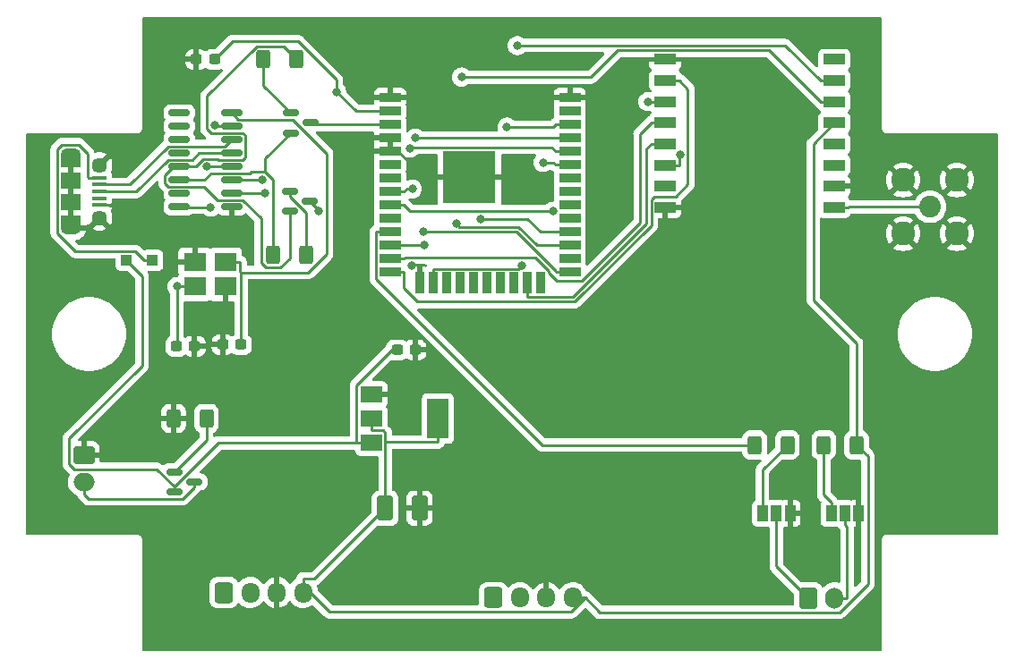
<source format=gbr>
%TF.GenerationSoftware,KiCad,Pcbnew,(6.0.5)*%
%TF.CreationDate,2022-06-07T21:42:27+02:00*%
%TF.ProjectId,ESP32-LoRA-ADIO,45535033-322d-44c6-9f52-412d4144494f,rev?*%
%TF.SameCoordinates,Original*%
%TF.FileFunction,Copper,L1,Top*%
%TF.FilePolarity,Positive*%
%FSLAX46Y46*%
G04 Gerber Fmt 4.6, Leading zero omitted, Abs format (unit mm)*
G04 Created by KiCad (PCBNEW (6.0.5)) date 2022-06-07 21:42:27*
%MOMM*%
%LPD*%
G01*
G04 APERTURE LIST*
G04 Aperture macros list*
%AMRoundRect*
0 Rectangle with rounded corners*
0 $1 Rounding radius*
0 $2 $3 $4 $5 $6 $7 $8 $9 X,Y pos of 4 corners*
0 Add a 4 corners polygon primitive as box body*
4,1,4,$2,$3,$4,$5,$6,$7,$8,$9,$2,$3,0*
0 Add four circle primitives for the rounded corners*
1,1,$1+$1,$2,$3*
1,1,$1+$1,$4,$5*
1,1,$1+$1,$6,$7*
1,1,$1+$1,$8,$9*
0 Add four rect primitives between the rounded corners*
20,1,$1+$1,$2,$3,$4,$5,0*
20,1,$1+$1,$4,$5,$6,$7,0*
20,1,$1+$1,$6,$7,$8,$9,0*
20,1,$1+$1,$8,$9,$2,$3,0*%
G04 Aperture macros list end*
%TA.AperFunction,SMDPad,CuDef*%
%ADD10R,5.000000X5.000000*%
%TD*%
%TA.AperFunction,SMDPad,CuDef*%
%ADD11R,2.000000X0.900000*%
%TD*%
%TA.AperFunction,SMDPad,CuDef*%
%ADD12R,0.900000X2.000000*%
%TD*%
%TA.AperFunction,SMDPad,CuDef*%
%ADD13RoundRect,0.237500X-0.300000X-0.237500X0.300000X-0.237500X0.300000X0.237500X-0.300000X0.237500X0*%
%TD*%
%TA.AperFunction,SMDPad,CuDef*%
%ADD14RoundRect,0.250000X-0.400000X-0.625000X0.400000X-0.625000X0.400000X0.625000X-0.400000X0.625000X0*%
%TD*%
%TA.AperFunction,SMDPad,CuDef*%
%ADD15R,1.000000X1.500000*%
%TD*%
%TA.AperFunction,SMDPad,CuDef*%
%ADD16RoundRect,0.150000X0.825000X0.150000X-0.825000X0.150000X-0.825000X-0.150000X0.825000X-0.150000X0*%
%TD*%
%TA.AperFunction,SMDPad,CuDef*%
%ADD17R,2.000000X1.500000*%
%TD*%
%TA.AperFunction,SMDPad,CuDef*%
%ADD18R,2.000000X3.800000*%
%TD*%
%TA.AperFunction,SMDPad,CuDef*%
%ADD19R,1.000000X1.000000*%
%TD*%
%TA.AperFunction,ComponentPad*%
%ADD20O,1.700000X1.950000*%
%TD*%
%TA.AperFunction,ComponentPad*%
%ADD21RoundRect,0.250000X-0.600000X-0.725000X0.600000X-0.725000X0.600000X0.725000X-0.600000X0.725000X0*%
%TD*%
%TA.AperFunction,SMDPad,CuDef*%
%ADD22R,1.350000X0.400000*%
%TD*%
%TA.AperFunction,ComponentPad*%
%ADD23O,1.900000X1.200000*%
%TD*%
%TA.AperFunction,SMDPad,CuDef*%
%ADD24R,1.900000X1.500000*%
%TD*%
%TA.AperFunction,ComponentPad*%
%ADD25C,1.450000*%
%TD*%
%TA.AperFunction,SMDPad,CuDef*%
%ADD26R,1.900000X1.200000*%
%TD*%
%TA.AperFunction,ComponentPad*%
%ADD27C,2.250000*%
%TD*%
%TA.AperFunction,ComponentPad*%
%ADD28C,2.050000*%
%TD*%
%TA.AperFunction,SMDPad,CuDef*%
%ADD29RoundRect,0.237500X0.300000X0.237500X-0.300000X0.237500X-0.300000X-0.237500X0.300000X-0.237500X0*%
%TD*%
%TA.AperFunction,SMDPad,CuDef*%
%ADD30R,2.000000X1.000000*%
%TD*%
%TA.AperFunction,ComponentPad*%
%ADD31O,2.000000X1.700000*%
%TD*%
%TA.AperFunction,ComponentPad*%
%ADD32RoundRect,0.250000X-0.750000X0.600000X-0.750000X-0.600000X0.750000X-0.600000X0.750000X0.600000X0*%
%TD*%
%TA.AperFunction,SMDPad,CuDef*%
%ADD33RoundRect,0.150000X-0.587500X-0.150000X0.587500X-0.150000X0.587500X0.150000X-0.587500X0.150000X0*%
%TD*%
%TA.AperFunction,ComponentPad*%
%ADD34O,1.700000X2.000000*%
%TD*%
%TA.AperFunction,ComponentPad*%
%ADD35RoundRect,0.250000X-0.600000X-0.750000X0.600000X-0.750000X0.600000X0.750000X-0.600000X0.750000X0*%
%TD*%
%TA.AperFunction,SMDPad,CuDef*%
%ADD36RoundRect,0.250001X-0.499999X-0.924999X0.499999X-0.924999X0.499999X0.924999X-0.499999X0.924999X0*%
%TD*%
%TA.AperFunction,SMDPad,CuDef*%
%ADD37R,2.100000X1.800000*%
%TD*%
%TA.AperFunction,ViaPad*%
%ADD38C,0.800000*%
%TD*%
%TA.AperFunction,Conductor*%
%ADD39C,0.250000*%
%TD*%
G04 APERTURE END LIST*
D10*
%TO.P,U3,39,GND*%
%TO.N,Earth*%
X156475000Y-41645000D03*
D11*
%TO.P,U3,38,GND*%
X165975000Y-34145000D03*
%TO.P,U3,37,IO23*%
%TO.N,unconnected-(U3-Pad37)*%
X165975000Y-35415000D03*
%TO.P,U3,36,IO22*%
%TO.N,ESP-AO*%
X165975000Y-36685000D03*
%TO.P,U3,35,TXD0/IO1*%
%TO.N,UART-RX*%
X165975000Y-37955000D03*
%TO.P,U3,34,RXD0/IO3*%
%TO.N,UART-TX*%
X165975000Y-39225000D03*
%TO.P,U3,33,IO21*%
%TO.N,ESP-AI*%
X165975000Y-40495000D03*
%TO.P,U3,32,NC*%
%TO.N,unconnected-(U3-Pad32)*%
X165975000Y-41765000D03*
%TO.P,U3,31,IO19*%
%TO.N,unconnected-(U3-Pad31)*%
X165975000Y-43035000D03*
%TO.P,U3,30,IO18*%
%TO.N,unconnected-(U3-Pad30)*%
X165975000Y-44305000D03*
%TO.P,U3,29,IO5*%
%TO.N,unconnected-(U3-Pad29)*%
X165975000Y-45575000D03*
%TO.P,U3,28,IO17*%
%TO.N,ESP-TX*%
X165975000Y-46845000D03*
%TO.P,U3,27,IO16*%
%TO.N,ESP-RX*%
X165975000Y-48115000D03*
%TO.P,U3,26,IO4*%
%TO.N,unconnected-(U3-Pad26)*%
X165975000Y-49385000D03*
%TO.P,U3,25,IO0*%
%TO.N,IO0_ESP32*%
X165975000Y-50655000D03*
D12*
%TO.P,U3,24,IO2*%
%TO.N,unconnected-(U3-Pad24)*%
X163190000Y-51655000D03*
%TO.P,U3,23,IO15*%
%TO.N,Lora_NSS*%
X161920000Y-51655000D03*
%TO.P,U3,22,SDI/SD1*%
%TO.N,unconnected-(U3-Pad22)*%
X160650000Y-51655000D03*
%TO.P,U3,21,SDO/SD0*%
%TO.N,unconnected-(U3-Pad21)*%
X159380000Y-51655000D03*
%TO.P,U3,20,SCK/CLK*%
%TO.N,unconnected-(U3-Pad20)*%
X158110000Y-51655000D03*
%TO.P,U3,19,SCS/CMD*%
%TO.N,unconnected-(U3-Pad19)*%
X156840000Y-51655000D03*
%TO.P,U3,18,SWP/SD3*%
%TO.N,unconnected-(U3-Pad18)*%
X155570000Y-51655000D03*
%TO.P,U3,17,SHD/SD2*%
%TO.N,unconnected-(U3-Pad17)*%
X154300000Y-51655000D03*
%TO.P,U3,16,IO13*%
%TO.N,Lora_MOSI*%
X153030000Y-51655000D03*
%TO.P,U3,15,GND*%
%TO.N,Earth*%
X151760000Y-51655000D03*
D11*
%TO.P,U3,14,IO12*%
%TO.N,Lora_MISO*%
X148975000Y-50655000D03*
%TO.P,U3,13,IO14*%
%TO.N,Lora_SCK*%
X148975000Y-49385000D03*
%TO.P,U3,12,IO27*%
%TO.N,Lora_DIO1*%
X148975000Y-48115000D03*
%TO.P,U3,11,IO26*%
%TO.N,ESP-DIO*%
X148975000Y-46845000D03*
%TO.P,U3,10,IO25*%
%TO.N,unconnected-(U3-Pad10)*%
X148975000Y-45575000D03*
%TO.P,U3,9,IO33*%
%TO.N,Lora_RST*%
X148975000Y-44305000D03*
%TO.P,U3,8,IO32*%
%TO.N,Lora_DIO0*%
X148975000Y-43035000D03*
%TO.P,U3,7,IO35*%
%TO.N,unconnected-(U3-Pad7)*%
X148975000Y-41765000D03*
%TO.P,U3,6,IO34*%
%TO.N,unconnected-(U3-Pad6)*%
X148975000Y-40495000D03*
%TO.P,U3,5,SENSOR_VN*%
%TO.N,Earth*%
X148975000Y-39225000D03*
%TO.P,U3,4,SENSOR_VP*%
X148975000Y-37955000D03*
%TO.P,U3,3,EN*%
%TO.N,EN_ESP32*%
X148975000Y-36685000D03*
%TO.P,U3,2,VDD*%
%TO.N,+3V3*%
X148975000Y-35415000D03*
%TO.P,U3,1,GND*%
%TO.N,Earth*%
X148975000Y-34145000D03*
%TD*%
D13*
%TO.P,C1,2*%
%TO.N,Earth*%
X151362500Y-58000000D03*
%TO.P,C1,1*%
%TO.N,+5V*%
X149637500Y-58000000D03*
%TD*%
D14*
%TO.P,R1,2*%
%TO.N,Net-(Q1-Pad1)*%
X131600000Y-64500000D03*
%TO.P,R1,1*%
%TO.N,Earth*%
X128500000Y-64500000D03*
%TD*%
D15*
%TO.P,JP2,3,B*%
%TO.N,Net-(JP2-Pad3)*%
X184200000Y-73500000D03*
%TO.P,JP2,2,C*%
%TO.N,Net-(J4-Pad1)*%
X185500000Y-73500000D03*
%TO.P,JP2,1,A*%
%TO.N,Earth*%
X186800000Y-73500000D03*
%TD*%
D13*
%TO.P,C2,2*%
%TO.N,Earth*%
X130487500Y-57650000D03*
%TO.P,C2,1*%
%TO.N,Net-(C2-Pad1)*%
X128762500Y-57650000D03*
%TD*%
D16*
%TO.P,U2,16,VCC*%
%TO.N,+3V3*%
X129025000Y-44445000D03*
%TO.P,U2,15,R232*%
%TO.N,unconnected-(U2-Pad15)*%
X129025000Y-43175000D03*
%TO.P,U2,14,~{RTS}*%
%TO.N,RTS*%
X129025000Y-41905000D03*
%TO.P,U2,13,~{DTR}*%
%TO.N,DTR*%
X129025000Y-40635000D03*
%TO.P,U2,12,~{DCD}*%
%TO.N,unconnected-(U2-Pad12)*%
X129025000Y-39365000D03*
%TO.P,U2,11,~{RI}*%
%TO.N,unconnected-(U2-Pad11)*%
X129025000Y-38095000D03*
%TO.P,U2,10,~{DSR}*%
%TO.N,unconnected-(U2-Pad10)*%
X129025000Y-36825000D03*
%TO.P,U2,9,~{CTS}*%
%TO.N,unconnected-(U2-Pad9)*%
X129025000Y-35555000D03*
%TO.P,U2,8,XO*%
%TO.N,Net-(C3-Pad1)*%
X133975000Y-35555000D03*
%TO.P,U2,7,XI*%
%TO.N,Net-(C2-Pad1)*%
X133975000Y-36825000D03*
%TO.P,U2,6,UD-*%
%TO.N,USB-D-*%
X133975000Y-38095000D03*
%TO.P,U2,5,UD+*%
%TO.N,USB-D+*%
X133975000Y-39365000D03*
%TO.P,U2,4,V3*%
%TO.N,+3V3*%
X133975000Y-40635000D03*
%TO.P,U2,3,RXD*%
%TO.N,UART-RX*%
X133975000Y-41905000D03*
%TO.P,U2,2,TXD*%
%TO.N,UART-TX*%
X133975000Y-43175000D03*
%TO.P,U2,1,GND*%
%TO.N,Earth*%
X133975000Y-44445000D03*
%TD*%
D17*
%TO.P,U1,3,VI*%
%TO.N,+5V*%
X147200000Y-66800000D03*
D18*
%TO.P,U1,2,VO*%
%TO.N,+3V3*%
X153500000Y-64500000D03*
D17*
X147200000Y-64500000D03*
%TO.P,U1,1,GND*%
%TO.N,Earth*%
X147200000Y-62200000D03*
%TD*%
D13*
%TO.P,C4,2*%
%TO.N,+3V3*%
X132362500Y-30500000D03*
%TO.P,C4,1*%
%TO.N,Earth*%
X130637500Y-30500000D03*
%TD*%
D19*
%TO.P,D1,2,A*%
%TO.N,Net-(D1-Pad2)*%
X126500000Y-49500000D03*
%TO.P,D1,1,K*%
%TO.N,+5V*%
X124000000Y-49500000D03*
%TD*%
D20*
%TO.P,J5,4,Pin_4*%
%TO.N,+3V3*%
X140750000Y-80975000D03*
%TO.P,J5,3,Pin_3*%
%TO.N,Earth*%
X138250000Y-80975000D03*
%TO.P,J5,2,Pin_2*%
%TO.N,ESP-RX*%
X135750000Y-80975000D03*
D21*
%TO.P,J5,1,Pin_1*%
%TO.N,ESP-TX*%
X133250000Y-80975000D03*
%TD*%
D14*
%TO.P,R2,2*%
%TO.N,Net-(Q3-Pad1)*%
X141000000Y-49000000D03*
%TO.P,R2,1*%
%TO.N,RTS*%
X137900000Y-49000000D03*
%TD*%
D20*
%TO.P,J3,4,Pin_4*%
%TO.N,+3V3*%
X166250000Y-81475000D03*
%TO.P,J3,3,Pin_3*%
%TO.N,Earth*%
X163750000Y-81475000D03*
%TO.P,J3,2,Pin_2*%
%TO.N,ESP-AI*%
X161250000Y-81475000D03*
D21*
%TO.P,J3,1,Pin_1*%
%TO.N,ESP-AO*%
X158750000Y-81475000D03*
%TD*%
D22*
%TO.P,J1,1,VBUS*%
%TO.N,Net-(D1-Pad2)*%
X121462500Y-41700000D03*
%TO.P,J1,2,D-*%
%TO.N,USB-D-*%
X121462500Y-42350000D03*
%TO.P,J1,3,D+*%
%TO.N,USB-D+*%
X121462500Y-43000000D03*
%TO.P,J1,4,ID*%
%TO.N,unconnected-(J1-Pad4)*%
X121462500Y-43650000D03*
%TO.P,J1,5,GND*%
%TO.N,Earth*%
X121462500Y-44300000D03*
D23*
%TO.P,J1,6,Shield*%
X118762500Y-46500000D03*
D24*
X118762500Y-42000000D03*
D25*
X121462500Y-40500000D03*
D23*
X118762500Y-39500000D03*
D26*
X118762500Y-45900000D03*
D24*
X118762500Y-44000000D03*
D26*
X118762500Y-40100000D03*
D25*
X121462500Y-45500000D03*
%TD*%
D27*
%TO.P,J6,2,Ext*%
%TO.N,Earth*%
X202580000Y-41920000D03*
X197500000Y-47000000D03*
X197500000Y-41920000D03*
X202580000Y-47000000D03*
D28*
%TO.P,J6,1,In*%
%TO.N,Net-(J6-Pad1)*%
X200040000Y-44460000D03*
%TD*%
D14*
%TO.P,R3,2*%
%TO.N,DTR*%
X140100000Y-30500000D03*
%TO.P,R3,1*%
%TO.N,Net-(Q2-Pad1)*%
X137000000Y-30500000D03*
%TD*%
D29*
%TO.P,C3,2*%
%TO.N,Earth*%
X133137500Y-57500000D03*
%TO.P,C3,1*%
%TO.N,Net-(C3-Pad1)*%
X134862500Y-57500000D03*
%TD*%
D14*
%TO.P,R4,2*%
%TO.N,+3V3*%
X193100000Y-67000000D03*
%TO.P,R4,1*%
%TO.N,Net-(JP1-Pad1)*%
X190000000Y-67000000D03*
%TD*%
D30*
%TO.P,U4,16,DIO2*%
%TO.N,unconnected-(U4-Pad16)*%
X191000000Y-30500000D03*
%TO.P,U4,15,DIO1*%
%TO.N,Lora_DIO1*%
X191000000Y-32500000D03*
%TO.P,U4,14,DIO0*%
%TO.N,Lora_DIO0*%
X191000000Y-34500000D03*
%TO.P,U4,13,3.3V*%
%TO.N,+3V3*%
X191000000Y-36500000D03*
%TO.P,U4,12,DIO4*%
%TO.N,unconnected-(U4-Pad12)*%
X191000000Y-38500000D03*
%TO.P,U4,11,DIO3*%
%TO.N,unconnected-(U4-Pad11)*%
X191000000Y-40500000D03*
%TO.P,U4,10,GND*%
%TO.N,Earth*%
X191000000Y-42500000D03*
%TO.P,U4,9,ANT*%
%TO.N,Net-(J6-Pad1)*%
X191000000Y-44500000D03*
%TO.P,U4,8,GND*%
%TO.N,Earth*%
X175000000Y-44500000D03*
%TO.P,U4,7,DIO5*%
%TO.N,unconnected-(U4-Pad7)*%
X175000000Y-42500000D03*
%TO.P,U4,6,RESET*%
%TO.N,Lora_RST*%
X175000000Y-40500000D03*
%TO.P,U4,5,NSS*%
%TO.N,Lora_NSS*%
X175000000Y-38500000D03*
%TO.P,U4,4,SCK*%
%TO.N,Lora_SCK*%
X175000000Y-36500000D03*
%TO.P,U4,3,MOSI*%
%TO.N,Lora_MOSI*%
X175000000Y-34500000D03*
%TO.P,U4,2,MISO*%
%TO.N,Lora_MISO*%
X175000000Y-32500000D03*
%TO.P,U4,1,GND*%
%TO.N,Earth*%
X175000000Y-30500000D03*
%TD*%
D15*
%TO.P,JP1,3,B*%
%TO.N,Earth*%
X193300000Y-73500000D03*
%TO.P,JP1,2,C*%
%TO.N,Net-(J4-Pad2)*%
X192000000Y-73500000D03*
%TO.P,JP1,1,A*%
%TO.N,Net-(JP1-Pad1)*%
X190700000Y-73500000D03*
%TD*%
D31*
%TO.P,J2,2,Pin_2*%
%TO.N,Net-(J2-Pad2)*%
X120000000Y-70500000D03*
D32*
%TO.P,J2,1,Pin_1*%
%TO.N,Earth*%
X120000000Y-68000000D03*
%TD*%
D33*
%TO.P,Q2,3,D*%
%TO.N,EN_ESP32*%
X141437500Y-36500000D03*
%TO.P,Q2,2,S*%
%TO.N,RTS*%
X139562500Y-37450000D03*
%TO.P,Q2,1,G*%
%TO.N,Net-(Q2-Pad1)*%
X139562500Y-35550000D03*
%TD*%
%TO.P,Q1,3,D*%
%TO.N,Net-(J2-Pad2)*%
X130437500Y-70500000D03*
%TO.P,Q1,2,S*%
%TO.N,+5V*%
X128562500Y-71450000D03*
%TO.P,Q1,1,G*%
%TO.N,Net-(Q1-Pad1)*%
X128562500Y-69550000D03*
%TD*%
D34*
%TO.P,J4,2,Pin_2*%
%TO.N,Net-(J4-Pad2)*%
X191000000Y-81500000D03*
D35*
%TO.P,J4,1,Pin_1*%
%TO.N,Net-(J4-Pad1)*%
X188500000Y-81500000D03*
%TD*%
D33*
%TO.P,Q3,3,D*%
%TO.N,IO0_ESP32*%
X141375000Y-43950000D03*
%TO.P,Q3,2,S*%
%TO.N,DTR*%
X139500000Y-44900000D03*
%TO.P,Q3,1,G*%
%TO.N,Net-(Q3-Pad1)*%
X139500000Y-43000000D03*
%TD*%
D36*
%TO.P,C5,2*%
%TO.N,Earth*%
X151750000Y-73000000D03*
%TO.P,C5,1*%
%TO.N,+3V3*%
X148500000Y-73000000D03*
%TD*%
D37*
%TO.P,Y1,4,4*%
%TO.N,Earth*%
X130500000Y-49700000D03*
%TO.P,Y1,3,3*%
%TO.N,Net-(C3-Pad1)*%
X133400000Y-49700000D03*
%TO.P,Y1,2,2*%
%TO.N,Earth*%
X133400000Y-52000000D03*
%TO.P,Y1,1,1*%
%TO.N,Net-(C2-Pad1)*%
X130500000Y-52000000D03*
%TD*%
D14*
%TO.P,R5,2*%
%TO.N,Net-(JP2-Pad3)*%
X186550000Y-67000000D03*
%TO.P,R5,1*%
%TO.N,ESP-DIO*%
X183450000Y-67000000D03*
%TD*%
D38*
%TO.N,Earth*%
X183000000Y-38000000D03*
X145000000Y-46500000D03*
X157000000Y-36500000D03*
X151000000Y-50000000D03*
%TO.N,Lora_MOSI*%
X173377000Y-34500000D03*
X161416900Y-50037800D03*
%TO.N,Lora_DIO1*%
X161006600Y-29190000D03*
X152225400Y-48115000D03*
%TO.N,Lora_RST*%
X176393600Y-39492200D03*
X164369000Y-44878900D03*
%TO.N,Lora_DIO0*%
X155743000Y-32171200D03*
X151069900Y-42761200D03*
%TO.N,UART-RX*%
X136848600Y-41905000D03*
X151365100Y-37955000D03*
%TO.N,UART-TX*%
X137160500Y-43175000D03*
X150854500Y-38891900D03*
%TO.N,IO0_ESP32*%
X142240300Y-44870800D03*
X152106700Y-46809000D03*
%TO.N,ESP-RX*%
X155249200Y-46079400D03*
%TO.N,ESP-TX*%
X157573300Y-45629300D03*
%TO.N,ESP-AI*%
X163434100Y-40249900D03*
%TO.N,ESP-AO*%
X160038800Y-36913000D03*
%TO.N,+3V3*%
X131636600Y-40635000D03*
X143901700Y-33562800D03*
X132011500Y-44480000D03*
%TO.N,Net-(C2-Pad1)*%
X132392200Y-36738600D03*
X128826000Y-52000000D03*
%TD*%
D39*
%TO.N,+3V3*%
X189000000Y-53300000D02*
X193100000Y-57400000D01*
X189000000Y-38500000D02*
X189000000Y-53300000D01*
X193100000Y-57400000D02*
X193100000Y-67000000D01*
X191000000Y-36500000D02*
X189000000Y-38500000D01*
%TO.N,+5V*%
X125500000Y-59500000D02*
X125500000Y-51000000D01*
X118626700Y-66373300D02*
X125500000Y-59500000D01*
X119105800Y-69307100D02*
X118626700Y-68828000D01*
X126907100Y-69307100D02*
X119105800Y-69307100D01*
X128562500Y-70962500D02*
X126907100Y-69307100D01*
X118626700Y-68828000D02*
X118626700Y-66373300D01*
X125500000Y-51000000D02*
X124000000Y-49500000D01*
%TO.N,Earth*%
X151000000Y-40500000D02*
X151500000Y-40000000D01*
X149725000Y-39225000D02*
X151000000Y-40500000D01*
X148975000Y-39225000D02*
X149725000Y-39225000D01*
X122800000Y-44300000D02*
X123500000Y-45000000D01*
X121462500Y-44300000D02*
X122800000Y-44300000D01*
%TO.N,Lora_NSS*%
X175000000Y-38500000D02*
X173674700Y-38500000D01*
X161920000Y-51655000D02*
X161920000Y-52980300D01*
X166271000Y-52980300D02*
X161920000Y-52980300D01*
X173224400Y-46026900D02*
X166271000Y-52980300D01*
X173224400Y-38950300D02*
X173224400Y-46026900D01*
X173674700Y-38500000D02*
X173224400Y-38950300D01*
%TO.N,Lora_MOSI*%
X161125000Y-50329700D02*
X153030000Y-50329700D01*
X161416900Y-50037800D02*
X161125000Y-50329700D01*
X175000000Y-34500000D02*
X173674700Y-34500000D01*
X153030000Y-51655000D02*
X153030000Y-50329700D01*
X173674700Y-34500000D02*
X173377000Y-34500000D01*
%TO.N,Lora_MISO*%
X150300300Y-52171800D02*
X150300300Y-50655000D01*
X151559200Y-53430700D02*
X150300300Y-52171800D01*
X166457600Y-53430700D02*
X151559200Y-53430700D01*
X173674700Y-46213600D02*
X166457600Y-53430700D01*
X173674700Y-43759600D02*
X173674700Y-46213600D01*
X173934300Y-43500000D02*
X173674700Y-43759600D01*
X175966700Y-43500000D02*
X173934300Y-43500000D01*
X177129200Y-42337500D02*
X175966700Y-43500000D01*
X177129200Y-33303900D02*
X177129200Y-42337500D01*
X176325300Y-32500000D02*
X177129200Y-33303900D01*
X175000000Y-32500000D02*
X176325300Y-32500000D01*
X148975000Y-50655000D02*
X150300300Y-50655000D01*
%TO.N,Lora_SCK*%
X175000000Y-36500000D02*
X173674700Y-36500000D01*
X148975000Y-49385000D02*
X150300300Y-49385000D01*
X150424000Y-49261300D02*
X150300300Y-49385000D01*
X162714800Y-49261300D02*
X150424000Y-49261300D01*
X163989000Y-50535500D02*
X162714800Y-49261300D01*
X163989000Y-50658400D02*
X163989000Y-50535500D01*
X164761000Y-51430400D02*
X163989000Y-50658400D01*
X167114200Y-51430400D02*
X164761000Y-51430400D01*
X172613000Y-45931600D02*
X167114200Y-51430400D01*
X172613000Y-37561700D02*
X172613000Y-45931600D01*
X173674700Y-36500000D02*
X172613000Y-37561700D01*
%TO.N,Lora_DIO1*%
X152225400Y-48115000D02*
X148975000Y-48115000D01*
X191000000Y-32500000D02*
X189674700Y-32500000D01*
X186364700Y-29190000D02*
X161006600Y-29190000D01*
X189674700Y-32500000D02*
X186364700Y-29190000D01*
%TO.N,Lora_RST*%
X148975000Y-44305000D02*
X150300300Y-44305000D01*
X175000000Y-40500000D02*
X176325300Y-40500000D01*
X176325300Y-39560500D02*
X176393600Y-39492200D01*
X176325300Y-40500000D02*
X176325300Y-39560500D01*
X150874200Y-44878900D02*
X164369000Y-44878900D01*
X150300300Y-44305000D02*
X150874200Y-44878900D01*
%TO.N,Lora_DIO0*%
X150574100Y-42761200D02*
X150300300Y-43035000D01*
X151069900Y-42761200D02*
X150574100Y-42761200D01*
X148975000Y-43035000D02*
X150300300Y-43035000D01*
X167978600Y-32171200D02*
X155743000Y-32171200D01*
X170509500Y-29640300D02*
X167978600Y-32171200D01*
X184815000Y-29640300D02*
X170509500Y-29640300D01*
X189674700Y-34500000D02*
X184815000Y-29640300D01*
X191000000Y-34500000D02*
X189674700Y-34500000D01*
%TO.N,UART-RX*%
X151365100Y-37955000D02*
X165975000Y-37955000D01*
X133975000Y-41905000D02*
X136848600Y-41905000D01*
%TO.N,UART-TX*%
X165975000Y-39225000D02*
X164649700Y-39225000D01*
X164232600Y-38807900D02*
X164649700Y-39225000D01*
X150938500Y-38807900D02*
X164232600Y-38807900D01*
X150854500Y-38891900D02*
X150938500Y-38807900D01*
X133975000Y-43175000D02*
X137160500Y-43175000D01*
%TO.N,ESP-DIO*%
X147649700Y-51260200D02*
X147649700Y-46845000D01*
X163389500Y-67000000D02*
X147649700Y-51260200D01*
X183450000Y-67000000D02*
X163389500Y-67000000D01*
X148975000Y-46845000D02*
X147649700Y-46845000D01*
%TO.N,IO0_ESP32*%
X165975000Y-50655000D02*
X164649700Y-50655000D01*
X160935500Y-46809000D02*
X152106700Y-46809000D01*
X164649700Y-50523200D02*
X160935500Y-46809000D01*
X164649700Y-50655000D02*
X164649700Y-50523200D01*
X142240300Y-44815300D02*
X142240300Y-44870800D01*
X141375000Y-43950000D02*
X142240300Y-44815300D01*
%TO.N,DTR*%
X127679100Y-41496900D02*
X128541000Y-40635000D01*
X127679100Y-42222700D02*
X127679100Y-41496900D01*
X127996400Y-42540000D02*
X127679100Y-42222700D01*
X131413300Y-42540000D02*
X127996400Y-42540000D01*
X132683300Y-43810000D02*
X131413300Y-42540000D01*
X135051800Y-43810000D02*
X132683300Y-43810000D01*
X136769700Y-45527900D02*
X135051800Y-43810000D01*
X136769700Y-49732000D02*
X136769700Y-45527900D01*
X137261300Y-50223600D02*
X136769700Y-49732000D01*
X138587100Y-50223600D02*
X137261300Y-50223600D01*
X139500000Y-49310700D02*
X138587100Y-50223600D01*
X139500000Y-44900000D02*
X139500000Y-49310700D01*
X130594800Y-40635000D02*
X129025000Y-40635000D01*
X131322100Y-39907700D02*
X130594800Y-40635000D01*
X132672100Y-39907700D02*
X131322100Y-39907700D01*
X132764400Y-40000000D02*
X132672100Y-39907700D01*
X135041700Y-40000000D02*
X132764400Y-40000000D01*
X135276000Y-39765700D02*
X135041700Y-40000000D01*
X135276000Y-37692200D02*
X135276000Y-39765700D01*
X135052700Y-37468900D02*
X135276000Y-37692200D01*
X132029200Y-37468900D02*
X135052700Y-37468900D01*
X131644000Y-37083700D02*
X132029200Y-37468900D01*
X131644000Y-33976000D02*
X131644000Y-37083700D01*
X136345100Y-29274900D02*
X131644000Y-33976000D01*
X138874900Y-29274900D02*
X136345100Y-29274900D01*
X140100000Y-30500000D02*
X138874900Y-29274900D01*
%TO.N,Net-(Q3-Pad1)*%
X141000000Y-44987500D02*
X141000000Y-49000000D01*
X139500000Y-43487500D02*
X141000000Y-44987500D01*
X139500000Y-43000000D02*
X139500000Y-43487500D01*
%TO.N,EN_ESP32*%
X141622500Y-36685000D02*
X148975000Y-36685000D01*
X141437500Y-36500000D02*
X141622500Y-36685000D01*
%TO.N,RTS*%
X137170400Y-39842100D02*
X137170400Y-41130500D01*
X139562500Y-37450000D02*
X137170400Y-39842100D01*
X135882000Y-41130500D02*
X137170400Y-41130500D01*
X135733500Y-41279000D02*
X135882000Y-41130500D01*
X132018400Y-41279000D02*
X135733500Y-41279000D01*
X131392400Y-41905000D02*
X132018400Y-41279000D01*
X129025000Y-41905000D02*
X131392400Y-41905000D01*
X137900000Y-41860100D02*
X137170400Y-41130500D01*
X137900000Y-49000000D02*
X137900000Y-41860100D01*
%TO.N,Net-(Q2-Pad1)*%
X137000000Y-32987500D02*
X137000000Y-30500000D01*
X139562500Y-35550000D02*
X137000000Y-32987500D01*
%TO.N,Net-(Q1-Pad1)*%
X131600000Y-66512500D02*
X131600000Y-64500000D01*
X128562500Y-69550000D02*
X131600000Y-66512500D01*
%TO.N,Net-(JP2-Pad3)*%
X184200000Y-69350000D02*
X184200000Y-73500000D01*
X186550000Y-67000000D02*
X184200000Y-69350000D01*
%TO.N,Net-(JP1-Pad1)*%
X190000000Y-71724700D02*
X190000000Y-67000000D01*
X190700000Y-72424700D02*
X190000000Y-71724700D01*
X190700000Y-73500000D02*
X190700000Y-72424700D01*
%TO.N,Net-(J6-Pad1)*%
X192365300Y-44460000D02*
X200040000Y-44460000D01*
X192325300Y-44500000D02*
X192365300Y-44460000D01*
X191000000Y-44500000D02*
X192325300Y-44500000D01*
%TO.N,ESP-RX*%
X162878400Y-48115000D02*
X165975000Y-48115000D01*
X161122000Y-46358600D02*
X162878400Y-48115000D01*
X155528400Y-46358600D02*
X161122000Y-46358600D01*
X155249200Y-46079400D02*
X155528400Y-46358600D01*
%TO.N,ESP-TX*%
X161973900Y-45629300D02*
X157573300Y-45629300D01*
X163189600Y-46845000D02*
X161973900Y-45629300D01*
X165975000Y-46845000D02*
X163189600Y-46845000D01*
%TO.N,Net-(J4-Pad2)*%
X192175300Y-74750600D02*
X192000000Y-74575300D01*
X192175300Y-81500000D02*
X192175300Y-74750600D01*
X191000000Y-81500000D02*
X192175300Y-81500000D01*
X192000000Y-73500000D02*
X192000000Y-74575300D01*
%TO.N,Net-(J4-Pad1)*%
X185500000Y-78500000D02*
X185500000Y-73500000D01*
X188500000Y-81500000D02*
X185500000Y-78500000D01*
%TO.N,ESP-AI*%
X164404600Y-40249900D02*
X164649700Y-40495000D01*
X163434100Y-40249900D02*
X164404600Y-40249900D01*
X165975000Y-40495000D02*
X164649700Y-40495000D01*
%TO.N,ESP-AO*%
X164421700Y-36913000D02*
X164649700Y-36685000D01*
X160038800Y-36913000D02*
X164421700Y-36913000D01*
X165975000Y-36685000D02*
X164649700Y-36685000D01*
%TO.N,Net-(J2-Pad2)*%
X120420000Y-72095300D02*
X120000000Y-71675300D01*
X129340300Y-72095300D02*
X120420000Y-72095300D01*
X130437500Y-70998100D02*
X129340300Y-72095300D01*
X130437500Y-70500000D02*
X130437500Y-70998100D01*
X120000000Y-70500000D02*
X120000000Y-71675300D01*
%TO.N,USB-D+*%
X124958300Y-43000000D02*
X121462500Y-43000000D01*
X127958100Y-40000200D02*
X124958300Y-43000000D01*
X130277900Y-40000200D02*
X127958100Y-40000200D01*
X130913100Y-39365000D02*
X130277900Y-40000200D01*
X133975000Y-39365000D02*
X130913100Y-39365000D01*
%TO.N,USB-D-*%
X124337100Y-42350000D02*
X121462500Y-42350000D01*
X127956900Y-38730200D02*
X124337100Y-42350000D01*
X133339800Y-38730200D02*
X127956900Y-38730200D01*
X133975000Y-38095000D02*
X133339800Y-38730200D01*
%TO.N,Net-(D1-Pad2)*%
X124849400Y-48674700D02*
X125674700Y-49500000D01*
X119222600Y-48674700D02*
X124849400Y-48674700D01*
X117486800Y-46938900D02*
X119222600Y-48674700D01*
X117486800Y-39034300D02*
X117486800Y-46938900D01*
X117951500Y-38569600D02*
X117486800Y-39034300D01*
X119499300Y-38569600D02*
X117951500Y-38569600D01*
X120370800Y-39441100D02*
X119499300Y-38569600D01*
X120370800Y-41608600D02*
X120370800Y-39441100D01*
X120462200Y-41700000D02*
X120370800Y-41608600D01*
X121462500Y-41700000D02*
X120462200Y-41700000D01*
X126500000Y-49500000D02*
X125674700Y-49500000D01*
%TO.N,+3V3*%
X168809300Y-82859000D02*
X167425300Y-81475000D01*
X191453700Y-82859000D02*
X168809300Y-82859000D01*
X194163500Y-80149200D02*
X191453700Y-82859000D01*
X194163500Y-68063500D02*
X194163500Y-80149200D01*
X193100000Y-67000000D02*
X194163500Y-68063500D01*
X166250000Y-81475000D02*
X167425300Y-81475000D01*
X147200000Y-64500000D02*
X147200000Y-65575300D01*
X141825300Y-79674700D02*
X148500000Y-73000000D01*
X140750000Y-79674700D02*
X141825300Y-79674700D01*
X133975000Y-40635000D02*
X131636600Y-40635000D01*
X132011500Y-44480000D02*
X129060000Y-44480000D01*
X153500000Y-64500000D02*
X153500000Y-66725300D01*
X148525400Y-66725300D02*
X153500000Y-66725300D01*
X148525400Y-72974600D02*
X148525400Y-66725300D01*
X148275300Y-65575300D02*
X147200000Y-65575300D01*
X148525400Y-65825400D02*
X148275300Y-65575300D01*
X148525400Y-66725300D02*
X148525400Y-65825400D01*
X145753900Y-35415000D02*
X143901700Y-33562800D01*
X148975000Y-35415000D02*
X145753900Y-35415000D01*
X134066400Y-28796100D02*
X132362500Y-30500000D01*
X140245000Y-28796100D02*
X134066400Y-28796100D01*
X143901700Y-32452800D02*
X140245000Y-28796100D01*
X143901700Y-33562800D02*
X143901700Y-32452800D01*
X140750000Y-80324800D02*
X140750000Y-79674700D01*
X166103700Y-82796600D02*
X167425300Y-81475000D01*
X143221800Y-82796600D02*
X166103700Y-82796600D01*
X140750000Y-80324800D02*
X143221800Y-82796600D01*
%TO.N,Net-(C3-Pad1)*%
X134087700Y-49700000D02*
X134775300Y-49700000D01*
X134619000Y-36199000D02*
X133975000Y-35555000D01*
X139723900Y-36199000D02*
X134619000Y-36199000D01*
X142972400Y-39447500D02*
X139723900Y-36199000D01*
X142972400Y-48928500D02*
X142972400Y-39447500D01*
X141227000Y-50673900D02*
X142972400Y-48928500D01*
X134862500Y-50673900D02*
X141227000Y-50673900D01*
X134775300Y-50586700D02*
X134862500Y-50673900D01*
X134775300Y-49700000D02*
X134775300Y-50586700D01*
X134862500Y-50673900D02*
X134862500Y-57500000D01*
%TO.N,Net-(C2-Pad1)*%
X130500000Y-52000000D02*
X129124700Y-52000000D01*
X129124700Y-52000000D02*
X128826000Y-52000000D01*
X128826000Y-52000000D02*
X128826000Y-57586500D01*
X132478600Y-36825000D02*
X132392200Y-36738600D01*
X133975000Y-36825000D02*
X132478600Y-36825000D01*
%TO.N,+5V*%
X145802900Y-66800000D02*
X147200000Y-66800000D01*
X149139800Y-58000000D02*
X149637500Y-58000000D01*
X145802900Y-61336900D02*
X149139800Y-58000000D01*
X145802900Y-66800000D02*
X145802900Y-61336900D01*
X128562500Y-71450000D02*
X128562500Y-70962500D01*
X132725000Y-66800000D02*
X145802900Y-66800000D01*
X128562500Y-70962500D02*
X132725000Y-66800000D01*
%TD*%
%TA.AperFunction,Conductor*%
%TO.N,Earth*%
G36*
X195433621Y-26528502D02*
G01*
X195480114Y-26582158D01*
X195491500Y-26634500D01*
X195491500Y-36991377D01*
X195491498Y-36992147D01*
X195491024Y-37069721D01*
X195495393Y-37085008D01*
X195499150Y-37098153D01*
X195502728Y-37114915D01*
X195506920Y-37144187D01*
X195510634Y-37152355D01*
X195510634Y-37152356D01*
X195517548Y-37167562D01*
X195523996Y-37185086D01*
X195531051Y-37209771D01*
X195535843Y-37217365D01*
X195535844Y-37217368D01*
X195546830Y-37234780D01*
X195554969Y-37249863D01*
X195567208Y-37276782D01*
X195573069Y-37283584D01*
X195583970Y-37296235D01*
X195595073Y-37311239D01*
X195608776Y-37332958D01*
X195615501Y-37338897D01*
X195615504Y-37338901D01*
X195630938Y-37352532D01*
X195642982Y-37364724D01*
X195656427Y-37380327D01*
X195656430Y-37380329D01*
X195662287Y-37387127D01*
X195669816Y-37392007D01*
X195669817Y-37392008D01*
X195683835Y-37401094D01*
X195698709Y-37412385D01*
X195705131Y-37418056D01*
X195717951Y-37429378D01*
X195744711Y-37441942D01*
X195759691Y-37450263D01*
X195776983Y-37461471D01*
X195776988Y-37461473D01*
X195784515Y-37466352D01*
X195793108Y-37468922D01*
X195793113Y-37468924D01*
X195809120Y-37473711D01*
X195826564Y-37480372D01*
X195841676Y-37487467D01*
X195841678Y-37487468D01*
X195849800Y-37491281D01*
X195858667Y-37492662D01*
X195858668Y-37492662D01*
X195861353Y-37493080D01*
X195879017Y-37495830D01*
X195895732Y-37499613D01*
X195915466Y-37505515D01*
X195915472Y-37505516D01*
X195924066Y-37508086D01*
X195933037Y-37508141D01*
X195933038Y-37508141D01*
X195943097Y-37508202D01*
X195958506Y-37508296D01*
X195959289Y-37508329D01*
X195960386Y-37508500D01*
X195991377Y-37508500D01*
X195992147Y-37508502D01*
X196065785Y-37508952D01*
X196065786Y-37508952D01*
X196069721Y-37508976D01*
X196071065Y-37508592D01*
X196072410Y-37508500D01*
X206365500Y-37508500D01*
X206433621Y-37528502D01*
X206480114Y-37582158D01*
X206491500Y-37634500D01*
X206491500Y-75365500D01*
X206471498Y-75433621D01*
X206417842Y-75480114D01*
X206365500Y-75491500D01*
X196008623Y-75491500D01*
X196007853Y-75491498D01*
X196007037Y-75491493D01*
X195930279Y-75491024D01*
X195907918Y-75497415D01*
X195901847Y-75499150D01*
X195885085Y-75502728D01*
X195855813Y-75506920D01*
X195847645Y-75510634D01*
X195847644Y-75510634D01*
X195832438Y-75517548D01*
X195814914Y-75523996D01*
X195790229Y-75531051D01*
X195782635Y-75535843D01*
X195782632Y-75535844D01*
X195765220Y-75546830D01*
X195750137Y-75554969D01*
X195723218Y-75567208D01*
X195716416Y-75573069D01*
X195703765Y-75583970D01*
X195688761Y-75595073D01*
X195667042Y-75608776D01*
X195661103Y-75615501D01*
X195661099Y-75615504D01*
X195647468Y-75630938D01*
X195635276Y-75642982D01*
X195619673Y-75656427D01*
X195619671Y-75656430D01*
X195612873Y-75662287D01*
X195607993Y-75669816D01*
X195607992Y-75669817D01*
X195598906Y-75683835D01*
X195587615Y-75698709D01*
X195576569Y-75711217D01*
X195570622Y-75717951D01*
X195564312Y-75731391D01*
X195558058Y-75744711D01*
X195549737Y-75759691D01*
X195538529Y-75776983D01*
X195538527Y-75776988D01*
X195533648Y-75784515D01*
X195531078Y-75793108D01*
X195531076Y-75793113D01*
X195526289Y-75809120D01*
X195519628Y-75826564D01*
X195512533Y-75841676D01*
X195508719Y-75849800D01*
X195507338Y-75858667D01*
X195507338Y-75858668D01*
X195504170Y-75879015D01*
X195500387Y-75895732D01*
X195494485Y-75915466D01*
X195494484Y-75915472D01*
X195491914Y-75924066D01*
X195491859Y-75933037D01*
X195491859Y-75933038D01*
X195491704Y-75958497D01*
X195491671Y-75959289D01*
X195491500Y-75960386D01*
X195491500Y-75991377D01*
X195491498Y-75992147D01*
X195491024Y-76069721D01*
X195491408Y-76071065D01*
X195491500Y-76072410D01*
X195491500Y-86365500D01*
X195471498Y-86433621D01*
X195417842Y-86480114D01*
X195365500Y-86491500D01*
X125634500Y-86491500D01*
X125566379Y-86471498D01*
X125519886Y-86417842D01*
X125508500Y-86365500D01*
X125508500Y-81750400D01*
X131891500Y-81750400D01*
X131891837Y-81753646D01*
X131891837Y-81753650D01*
X131900827Y-81840289D01*
X131902474Y-81856166D01*
X131904655Y-81862702D01*
X131904655Y-81862704D01*
X131935506Y-81955175D01*
X131958450Y-82023946D01*
X132051522Y-82174348D01*
X132176697Y-82299305D01*
X132182927Y-82303145D01*
X132182928Y-82303146D01*
X132320090Y-82387694D01*
X132327262Y-82392115D01*
X132362938Y-82403948D01*
X132488611Y-82445632D01*
X132488613Y-82445632D01*
X132495139Y-82447797D01*
X132501975Y-82448497D01*
X132501978Y-82448498D01*
X132537663Y-82452154D01*
X132599600Y-82458500D01*
X133900400Y-82458500D01*
X133903646Y-82458163D01*
X133903650Y-82458163D01*
X133999308Y-82448238D01*
X133999312Y-82448237D01*
X134006166Y-82447526D01*
X134012702Y-82445345D01*
X134012704Y-82445345D01*
X134144806Y-82401272D01*
X134173946Y-82391550D01*
X134324348Y-82298478D01*
X134449305Y-82173303D01*
X134539081Y-82027660D01*
X134591852Y-81980168D01*
X134661924Y-81968744D01*
X134727048Y-81997018D01*
X134737510Y-82006805D01*
X134779215Y-82050523D01*
X134846576Y-82121135D01*
X134850854Y-82124318D01*
X134902979Y-82163100D01*
X135031542Y-82258754D01*
X135036293Y-82261170D01*
X135036297Y-82261172D01*
X135099481Y-82293296D01*
X135237051Y-82363240D01*
X135242145Y-82364822D01*
X135242148Y-82364823D01*
X135407583Y-82416192D01*
X135457227Y-82431607D01*
X135462516Y-82432308D01*
X135680489Y-82461198D01*
X135680494Y-82461198D01*
X135685774Y-82461898D01*
X135691103Y-82461698D01*
X135691105Y-82461698D01*
X135800966Y-82457574D01*
X135916158Y-82453249D01*
X135938802Y-82448498D01*
X136136572Y-82407002D01*
X136141791Y-82405907D01*
X136146750Y-82403949D01*
X136146752Y-82403948D01*
X136351256Y-82323185D01*
X136351258Y-82323184D01*
X136356221Y-82321224D01*
X136361525Y-82318006D01*
X136513969Y-82225500D01*
X136553317Y-82201623D01*
X136560969Y-82194983D01*
X136723412Y-82054023D01*
X136723414Y-82054021D01*
X136727445Y-82050523D01*
X136794500Y-81968744D01*
X136870240Y-81876373D01*
X136870244Y-81876367D01*
X136873624Y-81872245D01*
X136886681Y-81849308D01*
X136891829Y-81840265D01*
X136942912Y-81790959D01*
X137012542Y-81777098D01*
X137078613Y-81803082D01*
X137105851Y-81832232D01*
X137184852Y-81949578D01*
X137191519Y-81957870D01*
X137343228Y-82116900D01*
X137351186Y-82123941D01*
X137527525Y-82255141D01*
X137536562Y-82260745D01*
X137732484Y-82360357D01*
X137742335Y-82364357D01*
X137952240Y-82429534D01*
X137962624Y-82431817D01*
X137978043Y-82433861D01*
X137992207Y-82431665D01*
X137996000Y-82418478D01*
X137996000Y-79533808D01*
X137992027Y-79520277D01*
X137981420Y-79518752D01*
X137863579Y-79543477D01*
X137853383Y-79546537D01*
X137648971Y-79627263D01*
X137639439Y-79631994D01*
X137451538Y-79746016D01*
X137442948Y-79752280D01*
X137276948Y-79896327D01*
X137269528Y-79903958D01*
X137130174Y-80073911D01*
X137124152Y-80082674D01*
X137108762Y-80109711D01*
X137057680Y-80159018D01*
X136988049Y-80172880D01*
X136921978Y-80146897D01*
X136894739Y-80117747D01*
X136844415Y-80042998D01*
X136812559Y-79995681D01*
X136753918Y-79934209D01*
X136724725Y-79903608D01*
X136653424Y-79828865D01*
X136468458Y-79691246D01*
X136463707Y-79688830D01*
X136463703Y-79688828D01*
X136345588Y-79628776D01*
X136262949Y-79586760D01*
X136257855Y-79585178D01*
X136257852Y-79585177D01*
X136047871Y-79519976D01*
X136042773Y-79518393D01*
X136037484Y-79517692D01*
X135819511Y-79488802D01*
X135819506Y-79488802D01*
X135814226Y-79488102D01*
X135808897Y-79488302D01*
X135808895Y-79488302D01*
X135699034Y-79492426D01*
X135583842Y-79496751D01*
X135578623Y-79497846D01*
X135556566Y-79502474D01*
X135358209Y-79544093D01*
X135353250Y-79546051D01*
X135353248Y-79546052D01*
X135148744Y-79626815D01*
X135148742Y-79626816D01*
X135143779Y-79628776D01*
X135139220Y-79631543D01*
X135139217Y-79631544D01*
X135044113Y-79689255D01*
X134946683Y-79748377D01*
X134942653Y-79751874D01*
X134787169Y-79886796D01*
X134772555Y-79899477D01*
X134743330Y-79935120D01*
X134684671Y-79975114D01*
X134613701Y-79977046D01*
X134552952Y-79940302D01*
X134538752Y-79921532D01*
X134452332Y-79781880D01*
X134448478Y-79775652D01*
X134323303Y-79650695D01*
X134292965Y-79631994D01*
X134178968Y-79561725D01*
X134178966Y-79561724D01*
X134172738Y-79557885D01*
X134059353Y-79520277D01*
X134011389Y-79504368D01*
X134011387Y-79504368D01*
X134004861Y-79502203D01*
X133998025Y-79501503D01*
X133998022Y-79501502D01*
X133954969Y-79497091D01*
X133900400Y-79491500D01*
X132599600Y-79491500D01*
X132596354Y-79491837D01*
X132596350Y-79491837D01*
X132500692Y-79501762D01*
X132500688Y-79501763D01*
X132493834Y-79502474D01*
X132487298Y-79504655D01*
X132487296Y-79504655D01*
X132355194Y-79548728D01*
X132326054Y-79558450D01*
X132175652Y-79651522D01*
X132050695Y-79776697D01*
X132046855Y-79782927D01*
X132046854Y-79782928D01*
X131972466Y-79903608D01*
X131957885Y-79927262D01*
X131937705Y-79988102D01*
X131905353Y-80085643D01*
X131902203Y-80095139D01*
X131901503Y-80101975D01*
X131901502Y-80101978D01*
X131897589Y-80140172D01*
X131891500Y-80199600D01*
X131891500Y-81750400D01*
X125508500Y-81750400D01*
X125508500Y-76008623D01*
X125508502Y-76007853D01*
X125508800Y-75959102D01*
X125508976Y-75930279D01*
X125500850Y-75901847D01*
X125497272Y-75885085D01*
X125494352Y-75864698D01*
X125493080Y-75855813D01*
X125482451Y-75832436D01*
X125476004Y-75814913D01*
X125471416Y-75798862D01*
X125468949Y-75790229D01*
X125464156Y-75782632D01*
X125453170Y-75765220D01*
X125445030Y-75750135D01*
X125442564Y-75744711D01*
X125432792Y-75723218D01*
X125416030Y-75703765D01*
X125404927Y-75688761D01*
X125391224Y-75667042D01*
X125384499Y-75661103D01*
X125384496Y-75661099D01*
X125369062Y-75647468D01*
X125357018Y-75635276D01*
X125343573Y-75619673D01*
X125343570Y-75619671D01*
X125337713Y-75612873D01*
X125324009Y-75603990D01*
X125316165Y-75598906D01*
X125301291Y-75587615D01*
X125288783Y-75576569D01*
X125288782Y-75576568D01*
X125282049Y-75570622D01*
X125255287Y-75558057D01*
X125240309Y-75549737D01*
X125223017Y-75538529D01*
X125223012Y-75538527D01*
X125215485Y-75533648D01*
X125206892Y-75531078D01*
X125206887Y-75531076D01*
X125190880Y-75526289D01*
X125173436Y-75519628D01*
X125158324Y-75512533D01*
X125158322Y-75512532D01*
X125150200Y-75508719D01*
X125141333Y-75507338D01*
X125141332Y-75507338D01*
X125130478Y-75505648D01*
X125120983Y-75504170D01*
X125104268Y-75500387D01*
X125084534Y-75494485D01*
X125084528Y-75494484D01*
X125075934Y-75491914D01*
X125066963Y-75491859D01*
X125066962Y-75491859D01*
X125056903Y-75491798D01*
X125041494Y-75491704D01*
X125040711Y-75491671D01*
X125039614Y-75491500D01*
X125008623Y-75491500D01*
X125007853Y-75491498D01*
X124934215Y-75491048D01*
X124934214Y-75491048D01*
X124930279Y-75491024D01*
X124928935Y-75491408D01*
X124927590Y-75491500D01*
X114634500Y-75491500D01*
X114566379Y-75471498D01*
X114519886Y-75417842D01*
X114508500Y-75365500D01*
X114508500Y-56500000D01*
X116986685Y-56500000D01*
X117005931Y-56867241D01*
X117006444Y-56870481D01*
X117006445Y-56870489D01*
X117019436Y-56952508D01*
X117063459Y-57230459D01*
X117158639Y-57585674D01*
X117159824Y-57588762D01*
X117159825Y-57588764D01*
X117206255Y-57709718D01*
X117290427Y-57928994D01*
X117291925Y-57931934D01*
X117432682Y-58208184D01*
X117457380Y-58256657D01*
X117459176Y-58259423D01*
X117459178Y-58259426D01*
X117576302Y-58439782D01*
X117657668Y-58565075D01*
X117889098Y-58850867D01*
X118149133Y-59110902D01*
X118434925Y-59342332D01*
X118437700Y-59344134D01*
X118739408Y-59540065D01*
X118743342Y-59542620D01*
X118746276Y-59544115D01*
X118746283Y-59544119D01*
X118993952Y-59670312D01*
X119071006Y-59709573D01*
X119266101Y-59784463D01*
X119388119Y-59831301D01*
X119414326Y-59841361D01*
X119769541Y-59936541D01*
X119962558Y-59967112D01*
X120129511Y-59993555D01*
X120129519Y-59993556D01*
X120132759Y-59994069D01*
X120500000Y-60013315D01*
X120867241Y-59994069D01*
X120870481Y-59993556D01*
X120870489Y-59993555D01*
X121037442Y-59967112D01*
X121230459Y-59936541D01*
X121585674Y-59841361D01*
X121611882Y-59831301D01*
X121733899Y-59784463D01*
X121928994Y-59709573D01*
X122006048Y-59670312D01*
X122253717Y-59544119D01*
X122253724Y-59544115D01*
X122256658Y-59542620D01*
X122260593Y-59540065D01*
X122562300Y-59344134D01*
X122565075Y-59342332D01*
X122850867Y-59110902D01*
X123110902Y-58850867D01*
X123342332Y-58565075D01*
X123423698Y-58439782D01*
X123540822Y-58259426D01*
X123540824Y-58259423D01*
X123542620Y-58256657D01*
X123567319Y-58208184D01*
X123708075Y-57931934D01*
X123709573Y-57928994D01*
X123793745Y-57709718D01*
X123840175Y-57588764D01*
X123840176Y-57588762D01*
X123841361Y-57585674D01*
X123936541Y-57230459D01*
X123980564Y-56952508D01*
X123993555Y-56870489D01*
X123993556Y-56870481D01*
X123994069Y-56867241D01*
X124013315Y-56500000D01*
X123994069Y-56132759D01*
X123936541Y-55769541D01*
X123841361Y-55414326D01*
X123797365Y-55299711D01*
X123710757Y-55074091D01*
X123709573Y-55071006D01*
X123542620Y-54743343D01*
X123342332Y-54434925D01*
X123110902Y-54149133D01*
X122850867Y-53889098D01*
X122565075Y-53657668D01*
X122374641Y-53533999D01*
X122259427Y-53459178D01*
X122259424Y-53459176D01*
X122256658Y-53457380D01*
X122253724Y-53455885D01*
X122253717Y-53455881D01*
X121931934Y-53291925D01*
X121928994Y-53290427D01*
X121585674Y-53158639D01*
X121230459Y-53063459D01*
X121037442Y-53032888D01*
X120870489Y-53006445D01*
X120870481Y-53006444D01*
X120867241Y-53005931D01*
X120500000Y-52986685D01*
X120132759Y-53005931D01*
X120129519Y-53006444D01*
X120129511Y-53006445D01*
X119962558Y-53032888D01*
X119769541Y-53063459D01*
X119414326Y-53158639D01*
X119071006Y-53290427D01*
X119068066Y-53291925D01*
X118746284Y-53455881D01*
X118746277Y-53455885D01*
X118743343Y-53457380D01*
X118740577Y-53459176D01*
X118740574Y-53459178D01*
X118624588Y-53534500D01*
X118434925Y-53657668D01*
X118149133Y-53889098D01*
X117889098Y-54149133D01*
X117657668Y-54434925D01*
X117457380Y-54743343D01*
X117290427Y-55071006D01*
X117289243Y-55074091D01*
X117202636Y-55299711D01*
X117158639Y-55414326D01*
X117063459Y-55769541D01*
X117005931Y-56132759D01*
X116986685Y-56500000D01*
X114508500Y-56500000D01*
X114508500Y-39014243D01*
X116848580Y-39014243D01*
X116849326Y-39022135D01*
X116852741Y-39058261D01*
X116853300Y-39070119D01*
X116853300Y-46860133D01*
X116852773Y-46871316D01*
X116851098Y-46878809D01*
X116851347Y-46886735D01*
X116851347Y-46886736D01*
X116853238Y-46946886D01*
X116853300Y-46950845D01*
X116853300Y-46978756D01*
X116853797Y-46982690D01*
X116853797Y-46982691D01*
X116853805Y-46982756D01*
X116854738Y-46994593D01*
X116856127Y-47038789D01*
X116861778Y-47058239D01*
X116865787Y-47077600D01*
X116868326Y-47097697D01*
X116871245Y-47105068D01*
X116871245Y-47105070D01*
X116884604Y-47138812D01*
X116888449Y-47150042D01*
X116900782Y-47192493D01*
X116904815Y-47199312D01*
X116904817Y-47199317D01*
X116911093Y-47209928D01*
X116919788Y-47227676D01*
X116927248Y-47246517D01*
X116931910Y-47252933D01*
X116931910Y-47252934D01*
X116953236Y-47282287D01*
X116959752Y-47292207D01*
X116965249Y-47301501D01*
X116982258Y-47330262D01*
X116996579Y-47344583D01*
X117009419Y-47359616D01*
X117021328Y-47376007D01*
X117027434Y-47381058D01*
X117055405Y-47404198D01*
X117064184Y-47412188D01*
X118718948Y-49066953D01*
X118726488Y-49075239D01*
X118730600Y-49081718D01*
X118736377Y-49087143D01*
X118780251Y-49128343D01*
X118783093Y-49131098D01*
X118802830Y-49150835D01*
X118806027Y-49153315D01*
X118815047Y-49161018D01*
X118847279Y-49191286D01*
X118854225Y-49195105D01*
X118854228Y-49195107D01*
X118865034Y-49201048D01*
X118881553Y-49211899D01*
X118897559Y-49224314D01*
X118904828Y-49227459D01*
X118904832Y-49227462D01*
X118938137Y-49241874D01*
X118948787Y-49247091D01*
X118987540Y-49268395D01*
X118995215Y-49270366D01*
X118995216Y-49270366D01*
X119007162Y-49273433D01*
X119025867Y-49279837D01*
X119044455Y-49287881D01*
X119052278Y-49289120D01*
X119052288Y-49289123D01*
X119088124Y-49294799D01*
X119099744Y-49297205D01*
X119125514Y-49303821D01*
X119142570Y-49308200D01*
X119162824Y-49308200D01*
X119182534Y-49309751D01*
X119202543Y-49312920D01*
X119210435Y-49312174D01*
X119246561Y-49308759D01*
X119258419Y-49308200D01*
X122865500Y-49308200D01*
X122933621Y-49328202D01*
X122980114Y-49381858D01*
X122991500Y-49434200D01*
X122991500Y-50048134D01*
X122998255Y-50110316D01*
X123049385Y-50246705D01*
X123136739Y-50363261D01*
X123253295Y-50450615D01*
X123389684Y-50501745D01*
X123451866Y-50508500D01*
X124060406Y-50508500D01*
X124128527Y-50528502D01*
X124149501Y-50545405D01*
X124829595Y-51225499D01*
X124863621Y-51287811D01*
X124866500Y-51314594D01*
X124866500Y-59185406D01*
X124846498Y-59253527D01*
X124829595Y-59274501D01*
X118234447Y-65869648D01*
X118226161Y-65877188D01*
X118219682Y-65881300D01*
X118214257Y-65887077D01*
X118173057Y-65930951D01*
X118170302Y-65933793D01*
X118150565Y-65953530D01*
X118148085Y-65956727D01*
X118140382Y-65965747D01*
X118110114Y-65997979D01*
X118106295Y-66004925D01*
X118106293Y-66004928D01*
X118100352Y-66015734D01*
X118089501Y-66032253D01*
X118077086Y-66048259D01*
X118073941Y-66055528D01*
X118073938Y-66055532D01*
X118059526Y-66088837D01*
X118054309Y-66099487D01*
X118033005Y-66138240D01*
X118028673Y-66155114D01*
X118027967Y-66157862D01*
X118021563Y-66176566D01*
X118013519Y-66195155D01*
X118012280Y-66202978D01*
X118012277Y-66202988D01*
X118006601Y-66238824D01*
X118004195Y-66250444D01*
X117999193Y-66269927D01*
X117993200Y-66293270D01*
X117993200Y-66313524D01*
X117991649Y-66333234D01*
X117988480Y-66353243D01*
X117989226Y-66361135D01*
X117992641Y-66397261D01*
X117993200Y-66409119D01*
X117993200Y-68749233D01*
X117992673Y-68760416D01*
X117990998Y-68767909D01*
X117991247Y-68775835D01*
X117991247Y-68775836D01*
X117993138Y-68835986D01*
X117993200Y-68839945D01*
X117993200Y-68867856D01*
X117993697Y-68871790D01*
X117993697Y-68871791D01*
X117993705Y-68871856D01*
X117994638Y-68883693D01*
X117996027Y-68927889D01*
X118000257Y-68942449D01*
X118001678Y-68947339D01*
X118005687Y-68966700D01*
X118008226Y-68986797D01*
X118011145Y-68994168D01*
X118011145Y-68994170D01*
X118024504Y-69027912D01*
X118028349Y-69039142D01*
X118040682Y-69081593D01*
X118044715Y-69088412D01*
X118044717Y-69088417D01*
X118050993Y-69099028D01*
X118059688Y-69116776D01*
X118067148Y-69135617D01*
X118071810Y-69142033D01*
X118071810Y-69142034D01*
X118093136Y-69171387D01*
X118099652Y-69181307D01*
X118122158Y-69219362D01*
X118136479Y-69233683D01*
X118149319Y-69248716D01*
X118161228Y-69265107D01*
X118167334Y-69270158D01*
X118195305Y-69293298D01*
X118204084Y-69301288D01*
X118602143Y-69699347D01*
X118609687Y-69707637D01*
X118613800Y-69714118D01*
X118620519Y-69720427D01*
X118621034Y-69721304D01*
X118624631Y-69725652D01*
X118623930Y-69726232D01*
X118656485Y-69781637D01*
X118653650Y-69852577D01*
X118646585Y-69869384D01*
X118586760Y-69987051D01*
X118585178Y-69992145D01*
X118585177Y-69992148D01*
X118523115Y-70192020D01*
X118518393Y-70207227D01*
X118517692Y-70212516D01*
X118502304Y-70328623D01*
X118488102Y-70435774D01*
X118496751Y-70666158D01*
X118544093Y-70891791D01*
X118546051Y-70896750D01*
X118546052Y-70896752D01*
X118549700Y-70905988D01*
X118628776Y-71106221D01*
X118631543Y-71110780D01*
X118631544Y-71110783D01*
X118693998Y-71213703D01*
X118748377Y-71303317D01*
X118751874Y-71307347D01*
X118895675Y-71473063D01*
X118899477Y-71477445D01*
X118941030Y-71511516D01*
X119073627Y-71620240D01*
X119073633Y-71620244D01*
X119077755Y-71623624D01*
X119082391Y-71626263D01*
X119082394Y-71626265D01*
X119137781Y-71657793D01*
X119278114Y-71737675D01*
X119283139Y-71739499D01*
X119303474Y-71746881D01*
X119360682Y-71788926D01*
X119381156Y-71831165D01*
X119381526Y-71834097D01*
X119384443Y-71841463D01*
X119384443Y-71841465D01*
X119397804Y-71875212D01*
X119401649Y-71886442D01*
X119409190Y-71912398D01*
X119413982Y-71928893D01*
X119418015Y-71935712D01*
X119418017Y-71935717D01*
X119424293Y-71946328D01*
X119432988Y-71964076D01*
X119440448Y-71982917D01*
X119445110Y-71989333D01*
X119445110Y-71989334D01*
X119466436Y-72018687D01*
X119472952Y-72028607D01*
X119479785Y-72040160D01*
X119495458Y-72066662D01*
X119509779Y-72080983D01*
X119522619Y-72096016D01*
X119534528Y-72112407D01*
X119540634Y-72117458D01*
X119568605Y-72140598D01*
X119577384Y-72148588D01*
X119916343Y-72487547D01*
X119923887Y-72495837D01*
X119928000Y-72502318D01*
X119933777Y-72507743D01*
X119977667Y-72548958D01*
X119980509Y-72551713D01*
X120000231Y-72571435D01*
X120003373Y-72573872D01*
X120003433Y-72573919D01*
X120012445Y-72581617D01*
X120025878Y-72594231D01*
X120044679Y-72611886D01*
X120051622Y-72615703D01*
X120062431Y-72621645D01*
X120078953Y-72632498D01*
X120094959Y-72644914D01*
X120102237Y-72648064D01*
X120102238Y-72648064D01*
X120135537Y-72662474D01*
X120146187Y-72667691D01*
X120184940Y-72688995D01*
X120192615Y-72690966D01*
X120192616Y-72690966D01*
X120204562Y-72694033D01*
X120223266Y-72700437D01*
X120234576Y-72705331D01*
X120241855Y-72708481D01*
X120249678Y-72709720D01*
X120249688Y-72709723D01*
X120285524Y-72715399D01*
X120297144Y-72717805D01*
X120328959Y-72725973D01*
X120339970Y-72728800D01*
X120360224Y-72728800D01*
X120379934Y-72730351D01*
X120399943Y-72733520D01*
X120407835Y-72732774D01*
X120426580Y-72731002D01*
X120443962Y-72729359D01*
X120455819Y-72728800D01*
X129261533Y-72728800D01*
X129272716Y-72729327D01*
X129280209Y-72731002D01*
X129288135Y-72730753D01*
X129288136Y-72730753D01*
X129348286Y-72728862D01*
X129352245Y-72728800D01*
X129380156Y-72728800D01*
X129384091Y-72728303D01*
X129384156Y-72728295D01*
X129395993Y-72727362D01*
X129428251Y-72726348D01*
X129432270Y-72726222D01*
X129440189Y-72725973D01*
X129459643Y-72720321D01*
X129479000Y-72716313D01*
X129491230Y-72714768D01*
X129491231Y-72714768D01*
X129499097Y-72713774D01*
X129506468Y-72710855D01*
X129506470Y-72710855D01*
X129540212Y-72697496D01*
X129551442Y-72693651D01*
X129586283Y-72683529D01*
X129586284Y-72683529D01*
X129593893Y-72681318D01*
X129600712Y-72677285D01*
X129600717Y-72677283D01*
X129611328Y-72671007D01*
X129629076Y-72662312D01*
X129647917Y-72654852D01*
X129683687Y-72628864D01*
X129693607Y-72622348D01*
X129724835Y-72603880D01*
X129724838Y-72603878D01*
X129731662Y-72599842D01*
X129745983Y-72585521D01*
X129761017Y-72572680D01*
X129762731Y-72571435D01*
X129777407Y-72560772D01*
X129805598Y-72526695D01*
X129813588Y-72517916D01*
X130829753Y-71501752D01*
X130838039Y-71494212D01*
X130844518Y-71490100D01*
X130857269Y-71476522D01*
X130891143Y-71440449D01*
X130893898Y-71437607D01*
X130913635Y-71417870D01*
X130916115Y-71414673D01*
X130923820Y-71405651D01*
X130941164Y-71387182D01*
X130954086Y-71373421D01*
X130957904Y-71366477D01*
X130962293Y-71360436D01*
X131018516Y-71317084D01*
X131064227Y-71308500D01*
X131091502Y-71308500D01*
X131093950Y-71308307D01*
X131093958Y-71308307D01*
X131122421Y-71306067D01*
X131122426Y-71306066D01*
X131128831Y-71305562D01*
X131228769Y-71276528D01*
X131280988Y-71261357D01*
X131280990Y-71261356D01*
X131288601Y-71259145D01*
X131331968Y-71233498D01*
X131424980Y-71178491D01*
X131424983Y-71178489D01*
X131431807Y-71174453D01*
X131549453Y-71056807D01*
X131553489Y-71049983D01*
X131553491Y-71049980D01*
X131630108Y-70920427D01*
X131634145Y-70913601D01*
X131638093Y-70900014D01*
X131678767Y-70760008D01*
X131680562Y-70753831D01*
X131683500Y-70716502D01*
X131683500Y-70283498D01*
X131680562Y-70246169D01*
X131641998Y-70113428D01*
X131636357Y-70094012D01*
X131636356Y-70094010D01*
X131634145Y-70086399D01*
X131617107Y-70057589D01*
X131553491Y-69950020D01*
X131553489Y-69950017D01*
X131549453Y-69943193D01*
X131431807Y-69825547D01*
X131424983Y-69821511D01*
X131424980Y-69821509D01*
X131295427Y-69744892D01*
X131295428Y-69744892D01*
X131288601Y-69740855D01*
X131280990Y-69738644D01*
X131280988Y-69738643D01*
X131215237Y-69719541D01*
X131128831Y-69694438D01*
X131122426Y-69693934D01*
X131122421Y-69693933D01*
X131093958Y-69691693D01*
X131093950Y-69691693D01*
X131091502Y-69691500D01*
X131033594Y-69691500D01*
X130965473Y-69671498D01*
X130918980Y-69617842D01*
X130908876Y-69547568D01*
X130938370Y-69482988D01*
X130944499Y-69476405D01*
X131873305Y-68547600D01*
X132950500Y-67470405D01*
X133012812Y-67436379D01*
X133039595Y-67433500D01*
X145565500Y-67433500D01*
X145633621Y-67453502D01*
X145680114Y-67507158D01*
X145691500Y-67559500D01*
X145691500Y-67598134D01*
X145698255Y-67660316D01*
X145749385Y-67796705D01*
X145836739Y-67913261D01*
X145953295Y-68000615D01*
X146089684Y-68051745D01*
X146151866Y-68058500D01*
X147765900Y-68058500D01*
X147834021Y-68078502D01*
X147880514Y-68132158D01*
X147891900Y-68184500D01*
X147891900Y-71220648D01*
X147871898Y-71288769D01*
X147818242Y-71335262D01*
X147805784Y-71340169D01*
X147676055Y-71383450D01*
X147525652Y-71476522D01*
X147400695Y-71601697D01*
X147396855Y-71607927D01*
X147396854Y-71607928D01*
X147316877Y-71737675D01*
X147307885Y-71752262D01*
X147295724Y-71788926D01*
X147254771Y-71912398D01*
X147252203Y-71920139D01*
X147251503Y-71926975D01*
X147251502Y-71926978D01*
X147251306Y-71928893D01*
X147241500Y-72024600D01*
X147241500Y-73310405D01*
X147221498Y-73378526D01*
X147204595Y-73399500D01*
X141599800Y-79004295D01*
X141537488Y-79038321D01*
X141510705Y-79041200D01*
X140821793Y-79041200D01*
X140798184Y-79038968D01*
X140797881Y-79038910D01*
X140797877Y-79038910D01*
X140790094Y-79037425D01*
X140734049Y-79040951D01*
X140726138Y-79041200D01*
X140710144Y-79041200D01*
X140694270Y-79043206D01*
X140686410Y-79043948D01*
X140658951Y-79045676D01*
X140638263Y-79046977D01*
X140638262Y-79046977D01*
X140630350Y-79047475D01*
X140622809Y-79049925D01*
X140622513Y-79050021D01*
X140599369Y-79055194D01*
X140599065Y-79055232D01*
X140599060Y-79055233D01*
X140591203Y-79056226D01*
X140583838Y-79059142D01*
X140583834Y-79059143D01*
X140538989Y-79076899D01*
X140531570Y-79079571D01*
X140478125Y-79096936D01*
X140471429Y-79101186D01*
X140471428Y-79101186D01*
X140471169Y-79101350D01*
X140450042Y-79112115D01*
X140449754Y-79112229D01*
X140449749Y-79112232D01*
X140442383Y-79115148D01*
X140435975Y-79119804D01*
X140435969Y-79119807D01*
X140396948Y-79148158D01*
X140390411Y-79152601D01*
X140342982Y-79182700D01*
X140337556Y-79188478D01*
X140337555Y-79188479D01*
X140337341Y-79188707D01*
X140319554Y-79204388D01*
X140319309Y-79204566D01*
X140319307Y-79204568D01*
X140312893Y-79209228D01*
X140307839Y-79215337D01*
X140307838Y-79215338D01*
X140277097Y-79252496D01*
X140271866Y-79258430D01*
X140238842Y-79293598D01*
X140238840Y-79293601D01*
X140233414Y-79299379D01*
X140229445Y-79306599D01*
X140216119Y-79326206D01*
X140215920Y-79326446D01*
X140215916Y-79326453D01*
X140210867Y-79332556D01*
X140207493Y-79339727D01*
X140186953Y-79383376D01*
X140183371Y-79390408D01*
X140156305Y-79439640D01*
X140154335Y-79447315D01*
X140154332Y-79447321D01*
X140154256Y-79447619D01*
X140146224Y-79469928D01*
X140146094Y-79470203D01*
X140146091Y-79470211D01*
X140142717Y-79477382D01*
X140134592Y-79519976D01*
X140132195Y-79532543D01*
X140130471Y-79540258D01*
X140128859Y-79546537D01*
X140118818Y-79585643D01*
X140116500Y-79594670D01*
X140115686Y-79594461D01*
X140089896Y-79653591D01*
X140058639Y-79680440D01*
X139996846Y-79717937D01*
X139946683Y-79748377D01*
X139942653Y-79751874D01*
X139787169Y-79886796D01*
X139772555Y-79899477D01*
X139769168Y-79903608D01*
X139629760Y-80073627D01*
X139629756Y-80073633D01*
X139626376Y-80077755D01*
X139623733Y-80082398D01*
X139608171Y-80109735D01*
X139557088Y-80159041D01*
X139487458Y-80172902D01*
X139421387Y-80146918D01*
X139394149Y-80117768D01*
X139315148Y-80000422D01*
X139308481Y-79992130D01*
X139156772Y-79833100D01*
X139148814Y-79826059D01*
X138972475Y-79694859D01*
X138963438Y-79689255D01*
X138767516Y-79589643D01*
X138757665Y-79585643D01*
X138547760Y-79520466D01*
X138537376Y-79518183D01*
X138521957Y-79516139D01*
X138507793Y-79518335D01*
X138504000Y-79531522D01*
X138504000Y-82416192D01*
X138507973Y-82429723D01*
X138518580Y-82431248D01*
X138636421Y-82406523D01*
X138646617Y-82403463D01*
X138851029Y-82322737D01*
X138860561Y-82318006D01*
X139048462Y-82203984D01*
X139057052Y-82197720D01*
X139223052Y-82053673D01*
X139230472Y-82046042D01*
X139369826Y-81876089D01*
X139375848Y-81867326D01*
X139391238Y-81840289D01*
X139442320Y-81790982D01*
X139511951Y-81777120D01*
X139578022Y-81803103D01*
X139605261Y-81832253D01*
X139634773Y-81876089D01*
X139687441Y-81954319D01*
X139846576Y-82121135D01*
X139850854Y-82124318D01*
X139902979Y-82163100D01*
X140031542Y-82258754D01*
X140036293Y-82261170D01*
X140036297Y-82261172D01*
X140099481Y-82293296D01*
X140237051Y-82363240D01*
X140242145Y-82364822D01*
X140242148Y-82364823D01*
X140407583Y-82416192D01*
X140457227Y-82431607D01*
X140462516Y-82432308D01*
X140680489Y-82461198D01*
X140680494Y-82461198D01*
X140685774Y-82461898D01*
X140691103Y-82461698D01*
X140691105Y-82461698D01*
X140800966Y-82457574D01*
X140916158Y-82453249D01*
X140938802Y-82448498D01*
X141136572Y-82407002D01*
X141141791Y-82405907D01*
X141146750Y-82403949D01*
X141146752Y-82403948D01*
X141351256Y-82323185D01*
X141351258Y-82323184D01*
X141356221Y-82321224D01*
X141361525Y-82318006D01*
X141513969Y-82225500D01*
X141553317Y-82201623D01*
X141559738Y-82196051D01*
X141560958Y-82195493D01*
X141561657Y-82194983D01*
X141561761Y-82195125D01*
X141624295Y-82166511D01*
X141694576Y-82176562D01*
X141731415Y-82202120D01*
X142718148Y-83188853D01*
X142725688Y-83197139D01*
X142729800Y-83203618D01*
X142735577Y-83209043D01*
X142779451Y-83250243D01*
X142782293Y-83252998D01*
X142802030Y-83272735D01*
X142805227Y-83275215D01*
X142814247Y-83282918D01*
X142846479Y-83313186D01*
X142853425Y-83317005D01*
X142853428Y-83317007D01*
X142864234Y-83322948D01*
X142880753Y-83333799D01*
X142896759Y-83346214D01*
X142904028Y-83349359D01*
X142904032Y-83349362D01*
X142937337Y-83363774D01*
X142947987Y-83368991D01*
X142986740Y-83390295D01*
X142994415Y-83392266D01*
X142994416Y-83392266D01*
X143006362Y-83395333D01*
X143025067Y-83401737D01*
X143043655Y-83409781D01*
X143051478Y-83411020D01*
X143051488Y-83411023D01*
X143087324Y-83416699D01*
X143098944Y-83419105D01*
X143125824Y-83426006D01*
X143141770Y-83430100D01*
X143162024Y-83430100D01*
X143181734Y-83431651D01*
X143201743Y-83434820D01*
X143209635Y-83434074D01*
X143228380Y-83432302D01*
X143245762Y-83430659D01*
X143257619Y-83430100D01*
X166024933Y-83430100D01*
X166036116Y-83430627D01*
X166043609Y-83432302D01*
X166051535Y-83432053D01*
X166051536Y-83432053D01*
X166111686Y-83430162D01*
X166115645Y-83430100D01*
X166143556Y-83430100D01*
X166147491Y-83429603D01*
X166147556Y-83429595D01*
X166159393Y-83428662D01*
X166191651Y-83427648D01*
X166195670Y-83427522D01*
X166203589Y-83427273D01*
X166223043Y-83421621D01*
X166242400Y-83417613D01*
X166254630Y-83416068D01*
X166254631Y-83416068D01*
X166262497Y-83415074D01*
X166269868Y-83412155D01*
X166269870Y-83412155D01*
X166303612Y-83398796D01*
X166314842Y-83394951D01*
X166349683Y-83384829D01*
X166349684Y-83384829D01*
X166357293Y-83382618D01*
X166364112Y-83378585D01*
X166364117Y-83378583D01*
X166374728Y-83372307D01*
X166392476Y-83363612D01*
X166411317Y-83356152D01*
X166447087Y-83330164D01*
X166457007Y-83323648D01*
X166488235Y-83305180D01*
X166488238Y-83305178D01*
X166495062Y-83301142D01*
X166509383Y-83286821D01*
X166524417Y-83273980D01*
X166534394Y-83266731D01*
X166540807Y-83262072D01*
X166568998Y-83227995D01*
X166576988Y-83219216D01*
X167336205Y-82459999D01*
X167398517Y-82425973D01*
X167469332Y-82431038D01*
X167514395Y-82459999D01*
X168305643Y-83251247D01*
X168313187Y-83259537D01*
X168317300Y-83266018D01*
X168323077Y-83271443D01*
X168366967Y-83312658D01*
X168369809Y-83315413D01*
X168389531Y-83335135D01*
X168392655Y-83337558D01*
X168392659Y-83337562D01*
X168392724Y-83337612D01*
X168401745Y-83345317D01*
X168433979Y-83375586D01*
X168440927Y-83379405D01*
X168440929Y-83379407D01*
X168451732Y-83385346D01*
X168468259Y-83396202D01*
X168477998Y-83403757D01*
X168478000Y-83403758D01*
X168484260Y-83408614D01*
X168524840Y-83426174D01*
X168535488Y-83431391D01*
X168560276Y-83445018D01*
X168574240Y-83452695D01*
X168581916Y-83454666D01*
X168581919Y-83454667D01*
X168593862Y-83457733D01*
X168612567Y-83464137D01*
X168631155Y-83472181D01*
X168638978Y-83473420D01*
X168638988Y-83473423D01*
X168674824Y-83479099D01*
X168686444Y-83481505D01*
X168718259Y-83489673D01*
X168729270Y-83492500D01*
X168749524Y-83492500D01*
X168769234Y-83494051D01*
X168789243Y-83497220D01*
X168797135Y-83496474D01*
X168815880Y-83494702D01*
X168833262Y-83493059D01*
X168845119Y-83492500D01*
X191374933Y-83492500D01*
X191386116Y-83493027D01*
X191393609Y-83494702D01*
X191401535Y-83494453D01*
X191401536Y-83494453D01*
X191461686Y-83492562D01*
X191465645Y-83492500D01*
X191493556Y-83492500D01*
X191497491Y-83492003D01*
X191497556Y-83491995D01*
X191509393Y-83491062D01*
X191541651Y-83490048D01*
X191545670Y-83489922D01*
X191553589Y-83489673D01*
X191573043Y-83484021D01*
X191592400Y-83480013D01*
X191604630Y-83478468D01*
X191604631Y-83478468D01*
X191612497Y-83477474D01*
X191619868Y-83474555D01*
X191619870Y-83474555D01*
X191653612Y-83461196D01*
X191664842Y-83457351D01*
X191699683Y-83447229D01*
X191699684Y-83447229D01*
X191707293Y-83445018D01*
X191714112Y-83440985D01*
X191714117Y-83440983D01*
X191724728Y-83434707D01*
X191742476Y-83426012D01*
X191761317Y-83418552D01*
X191773390Y-83409781D01*
X191797087Y-83392564D01*
X191807007Y-83386048D01*
X191838235Y-83367580D01*
X191838238Y-83367578D01*
X191845062Y-83363542D01*
X191859383Y-83349221D01*
X191874417Y-83336380D01*
X191876131Y-83335135D01*
X191890807Y-83324472D01*
X191918998Y-83290395D01*
X191926988Y-83281616D01*
X194555753Y-80652852D01*
X194564039Y-80645312D01*
X194570518Y-80641200D01*
X194595010Y-80615119D01*
X194617143Y-80591549D01*
X194619898Y-80588707D01*
X194639635Y-80568970D01*
X194642115Y-80565773D01*
X194649820Y-80556751D01*
X194674659Y-80530300D01*
X194680086Y-80524521D01*
X194683905Y-80517575D01*
X194683907Y-80517572D01*
X194689848Y-80506766D01*
X194700699Y-80490247D01*
X194708258Y-80480501D01*
X194713114Y-80474241D01*
X194716259Y-80466972D01*
X194716262Y-80466968D01*
X194730674Y-80433663D01*
X194735891Y-80423013D01*
X194757195Y-80384260D01*
X194762233Y-80364637D01*
X194768637Y-80345934D01*
X194773533Y-80334620D01*
X194773533Y-80334619D01*
X194776681Y-80327345D01*
X194777920Y-80319522D01*
X194777923Y-80319512D01*
X194783599Y-80283676D01*
X194786005Y-80272056D01*
X194795028Y-80236911D01*
X194795028Y-80236910D01*
X194797000Y-80229230D01*
X194797000Y-80208976D01*
X194798551Y-80189265D01*
X194800480Y-80177086D01*
X194801720Y-80169257D01*
X194797559Y-80125238D01*
X194797000Y-80113381D01*
X194797000Y-68142267D01*
X194797527Y-68131084D01*
X194799202Y-68123591D01*
X194797062Y-68055514D01*
X194797000Y-68051555D01*
X194797000Y-68023644D01*
X194796495Y-68019644D01*
X194795562Y-68007801D01*
X194794422Y-67971529D01*
X194794173Y-67963610D01*
X194788522Y-67944158D01*
X194784514Y-67924806D01*
X194782967Y-67912563D01*
X194781974Y-67904703D01*
X194779056Y-67897332D01*
X194765700Y-67863597D01*
X194761855Y-67852370D01*
X194753529Y-67823714D01*
X194749518Y-67809907D01*
X194739207Y-67792472D01*
X194730512Y-67774724D01*
X194723052Y-67755883D01*
X194712621Y-67741525D01*
X194697064Y-67720113D01*
X194690548Y-67710193D01*
X194672080Y-67678965D01*
X194672078Y-67678962D01*
X194668042Y-67672138D01*
X194653721Y-67657817D01*
X194640880Y-67642783D01*
X194635262Y-67635051D01*
X194628972Y-67626393D01*
X194594895Y-67598202D01*
X194586116Y-67590212D01*
X194295405Y-67299501D01*
X194261379Y-67237189D01*
X194258500Y-67210406D01*
X194258500Y-66324600D01*
X194256072Y-66301199D01*
X194248238Y-66225692D01*
X194248237Y-66225688D01*
X194247526Y-66218834D01*
X194245170Y-66211770D01*
X194193868Y-66058002D01*
X194191550Y-66051054D01*
X194098478Y-65900652D01*
X193973303Y-65775695D01*
X193894844Y-65727332D01*
X193828968Y-65686725D01*
X193828966Y-65686724D01*
X193822738Y-65682885D01*
X193815791Y-65680581D01*
X193809156Y-65677487D01*
X193810199Y-65675251D01*
X193761462Y-65641477D01*
X193734234Y-65575909D01*
X193733500Y-65562328D01*
X193733500Y-57478768D01*
X193734027Y-57467585D01*
X193735702Y-57460092D01*
X193733562Y-57392001D01*
X193733500Y-57388044D01*
X193733500Y-57360144D01*
X193732996Y-57356153D01*
X193732063Y-57344311D01*
X193730923Y-57308036D01*
X193730674Y-57300111D01*
X193725021Y-57280652D01*
X193721012Y-57261293D01*
X193720846Y-57259983D01*
X193718474Y-57241203D01*
X193715558Y-57233837D01*
X193715556Y-57233831D01*
X193702200Y-57200098D01*
X193698355Y-57188868D01*
X193688230Y-57154017D01*
X193688230Y-57154016D01*
X193686019Y-57146407D01*
X193675705Y-57128966D01*
X193667008Y-57111213D01*
X193663371Y-57102028D01*
X193659552Y-57092383D01*
X193633563Y-57056612D01*
X193627047Y-57046692D01*
X193604542Y-57008638D01*
X193590221Y-56994317D01*
X193577380Y-56979283D01*
X193570131Y-56969306D01*
X193565472Y-56962893D01*
X193531395Y-56934702D01*
X193522616Y-56926712D01*
X193095904Y-56500000D01*
X196986685Y-56500000D01*
X197005931Y-56867241D01*
X197006444Y-56870481D01*
X197006445Y-56870489D01*
X197019436Y-56952508D01*
X197063459Y-57230459D01*
X197158639Y-57585674D01*
X197159824Y-57588762D01*
X197159825Y-57588764D01*
X197206255Y-57709718D01*
X197290427Y-57928994D01*
X197291925Y-57931934D01*
X197432682Y-58208184D01*
X197457380Y-58256657D01*
X197459176Y-58259423D01*
X197459178Y-58259426D01*
X197576302Y-58439782D01*
X197657668Y-58565075D01*
X197889098Y-58850867D01*
X198149133Y-59110902D01*
X198434925Y-59342332D01*
X198437700Y-59344134D01*
X198739408Y-59540065D01*
X198743342Y-59542620D01*
X198746276Y-59544115D01*
X198746283Y-59544119D01*
X198993952Y-59670312D01*
X199071006Y-59709573D01*
X199266101Y-59784463D01*
X199388119Y-59831301D01*
X199414326Y-59841361D01*
X199769541Y-59936541D01*
X199962558Y-59967112D01*
X200129511Y-59993555D01*
X200129519Y-59993556D01*
X200132759Y-59994069D01*
X200500000Y-60013315D01*
X200867241Y-59994069D01*
X200870481Y-59993556D01*
X200870489Y-59993555D01*
X201037442Y-59967112D01*
X201230459Y-59936541D01*
X201585674Y-59841361D01*
X201611882Y-59831301D01*
X201733899Y-59784463D01*
X201928994Y-59709573D01*
X202006048Y-59670312D01*
X202253717Y-59544119D01*
X202253724Y-59544115D01*
X202256658Y-59542620D01*
X202260593Y-59540065D01*
X202562300Y-59344134D01*
X202565075Y-59342332D01*
X202850867Y-59110902D01*
X203110902Y-58850867D01*
X203342332Y-58565075D01*
X203423698Y-58439782D01*
X203540822Y-58259426D01*
X203540824Y-58259423D01*
X203542620Y-58256657D01*
X203567319Y-58208184D01*
X203708075Y-57931934D01*
X203709573Y-57928994D01*
X203793745Y-57709718D01*
X203840175Y-57588764D01*
X203840176Y-57588762D01*
X203841361Y-57585674D01*
X203936541Y-57230459D01*
X203980564Y-56952508D01*
X203993555Y-56870489D01*
X203993556Y-56870481D01*
X203994069Y-56867241D01*
X204013315Y-56500000D01*
X203994069Y-56132759D01*
X203936541Y-55769541D01*
X203841361Y-55414326D01*
X203797365Y-55299711D01*
X203710757Y-55074091D01*
X203709573Y-55071006D01*
X203542620Y-54743343D01*
X203342332Y-54434925D01*
X203110902Y-54149133D01*
X202850867Y-53889098D01*
X202565075Y-53657668D01*
X202374641Y-53533999D01*
X202259427Y-53459178D01*
X202259424Y-53459176D01*
X202256658Y-53457380D01*
X202253724Y-53455885D01*
X202253717Y-53455881D01*
X201931934Y-53291925D01*
X201928994Y-53290427D01*
X201585674Y-53158639D01*
X201230459Y-53063459D01*
X201037442Y-53032888D01*
X200870489Y-53006445D01*
X200870481Y-53006444D01*
X200867241Y-53005931D01*
X200500000Y-52986685D01*
X200132759Y-53005931D01*
X200129519Y-53006444D01*
X200129511Y-53006445D01*
X199962558Y-53032888D01*
X199769541Y-53063459D01*
X199414326Y-53158639D01*
X199071006Y-53290427D01*
X199068066Y-53291925D01*
X198746284Y-53455881D01*
X198746277Y-53455885D01*
X198743343Y-53457380D01*
X198740577Y-53459176D01*
X198740574Y-53459178D01*
X198624588Y-53534500D01*
X198434925Y-53657668D01*
X198149133Y-53889098D01*
X197889098Y-54149133D01*
X197657668Y-54434925D01*
X197457380Y-54743343D01*
X197290427Y-55071006D01*
X197289243Y-55074091D01*
X197202636Y-55299711D01*
X197158639Y-55414326D01*
X197063459Y-55769541D01*
X197005931Y-56132759D01*
X196986685Y-56500000D01*
X193095904Y-56500000D01*
X189670405Y-53074500D01*
X189636379Y-53012188D01*
X189633500Y-52985405D01*
X189633500Y-48324471D01*
X196540884Y-48324471D01*
X196544570Y-48329740D01*
X196752121Y-48456927D01*
X196760915Y-48461408D01*
X196989242Y-48555984D01*
X196998627Y-48559033D01*
X197238940Y-48616728D01*
X197248687Y-48618271D01*
X197495070Y-48637662D01*
X197504930Y-48637662D01*
X197751313Y-48618271D01*
X197761060Y-48616728D01*
X198001373Y-48559033D01*
X198010758Y-48555984D01*
X198239085Y-48461408D01*
X198247879Y-48456927D01*
X198453928Y-48330660D01*
X198457968Y-48324471D01*
X201620884Y-48324471D01*
X201624570Y-48329740D01*
X201832121Y-48456927D01*
X201840915Y-48461408D01*
X202069242Y-48555984D01*
X202078627Y-48559033D01*
X202318940Y-48616728D01*
X202328687Y-48618271D01*
X202575070Y-48637662D01*
X202584930Y-48637662D01*
X202831313Y-48618271D01*
X202841060Y-48616728D01*
X203081373Y-48559033D01*
X203090758Y-48555984D01*
X203319085Y-48461408D01*
X203327879Y-48456927D01*
X203533928Y-48330660D01*
X203539190Y-48322599D01*
X203533183Y-48312393D01*
X202592812Y-47372022D01*
X202578868Y-47364408D01*
X202577035Y-47364539D01*
X202570420Y-47368790D01*
X201628276Y-48310934D01*
X201620884Y-48324471D01*
X198457968Y-48324471D01*
X198459190Y-48322599D01*
X198453183Y-48312393D01*
X197512812Y-47372022D01*
X197498868Y-47364408D01*
X197497035Y-47364539D01*
X197490420Y-47368790D01*
X196548276Y-48310934D01*
X196540884Y-48324471D01*
X189633500Y-48324471D01*
X189633500Y-47004930D01*
X195862338Y-47004930D01*
X195881729Y-47251313D01*
X195883272Y-47261060D01*
X195940967Y-47501373D01*
X195944016Y-47510758D01*
X196038592Y-47739085D01*
X196043073Y-47747879D01*
X196169340Y-47953928D01*
X196177401Y-47959190D01*
X196187607Y-47953183D01*
X197127978Y-47012812D01*
X197134356Y-47001132D01*
X197864408Y-47001132D01*
X197864539Y-47002965D01*
X197868790Y-47009580D01*
X198810934Y-47951724D01*
X198824471Y-47959116D01*
X198829740Y-47955430D01*
X198956927Y-47747879D01*
X198961408Y-47739085D01*
X199055984Y-47510758D01*
X199059033Y-47501373D01*
X199116728Y-47261060D01*
X199118271Y-47251313D01*
X199137662Y-47004930D01*
X200942338Y-47004930D01*
X200961729Y-47251313D01*
X200963272Y-47261060D01*
X201020967Y-47501373D01*
X201024016Y-47510758D01*
X201118592Y-47739085D01*
X201123073Y-47747879D01*
X201249340Y-47953928D01*
X201257401Y-47959190D01*
X201267607Y-47953183D01*
X202207978Y-47012812D01*
X202214356Y-47001132D01*
X202944408Y-47001132D01*
X202944539Y-47002965D01*
X202948790Y-47009580D01*
X203890934Y-47951724D01*
X203904471Y-47959116D01*
X203909740Y-47955430D01*
X204036927Y-47747879D01*
X204041408Y-47739085D01*
X204135984Y-47510758D01*
X204139033Y-47501373D01*
X204196728Y-47261060D01*
X204198271Y-47251313D01*
X204217662Y-47004930D01*
X204217662Y-46995070D01*
X204198271Y-46748687D01*
X204196728Y-46738940D01*
X204139033Y-46498627D01*
X204135984Y-46489242D01*
X204041408Y-46260915D01*
X204036927Y-46252121D01*
X203910660Y-46046072D01*
X203902599Y-46040810D01*
X203892393Y-46046817D01*
X202952022Y-46987188D01*
X202944408Y-47001132D01*
X202214356Y-47001132D01*
X202215592Y-46998868D01*
X202215461Y-46997035D01*
X202211210Y-46990420D01*
X201269066Y-46048276D01*
X201255529Y-46040884D01*
X201250260Y-46044570D01*
X201123073Y-46252121D01*
X201118592Y-46260915D01*
X201024016Y-46489242D01*
X201020967Y-46498627D01*
X200963272Y-46738940D01*
X200961729Y-46748687D01*
X200942338Y-46995070D01*
X200942338Y-47004930D01*
X199137662Y-47004930D01*
X199137662Y-46995070D01*
X199118271Y-46748687D01*
X199116728Y-46738940D01*
X199059033Y-46498627D01*
X199055984Y-46489242D01*
X198961408Y-46260915D01*
X198956927Y-46252121D01*
X198830660Y-46046072D01*
X198822599Y-46040810D01*
X198812393Y-46046817D01*
X197872022Y-46987188D01*
X197864408Y-47001132D01*
X197134356Y-47001132D01*
X197135592Y-46998868D01*
X197135461Y-46997035D01*
X197131210Y-46990420D01*
X196189066Y-46048276D01*
X196175529Y-46040884D01*
X196170260Y-46044570D01*
X196043073Y-46252121D01*
X196038592Y-46260915D01*
X195944016Y-46489242D01*
X195940967Y-46498627D01*
X195883272Y-46738940D01*
X195881729Y-46748687D01*
X195862338Y-46995070D01*
X195862338Y-47004930D01*
X189633500Y-47004930D01*
X189633500Y-45677401D01*
X196540810Y-45677401D01*
X196546817Y-45687607D01*
X197487188Y-46627978D01*
X197501132Y-46635592D01*
X197502965Y-46635461D01*
X197509580Y-46631210D01*
X198451724Y-45689066D01*
X198459116Y-45675529D01*
X198455430Y-45670260D01*
X198247879Y-45543073D01*
X198239085Y-45538592D01*
X198010758Y-45444016D01*
X198001373Y-45440967D01*
X197761060Y-45383272D01*
X197751313Y-45381729D01*
X197504930Y-45362338D01*
X197495070Y-45362338D01*
X197248687Y-45381729D01*
X197238940Y-45383272D01*
X196998627Y-45440967D01*
X196989242Y-45444016D01*
X196760915Y-45538592D01*
X196752121Y-45543073D01*
X196546072Y-45669340D01*
X196540810Y-45677401D01*
X189633500Y-45677401D01*
X189633500Y-45587504D01*
X189653502Y-45519383D01*
X189707158Y-45472890D01*
X189777432Y-45462786D01*
X189803728Y-45469521D01*
X189889684Y-45501745D01*
X189951866Y-45508500D01*
X192048134Y-45508500D01*
X192110316Y-45501745D01*
X192246705Y-45450615D01*
X192363261Y-45363261D01*
X192450615Y-45246705D01*
X192477395Y-45175270D01*
X192520037Y-45118506D01*
X192586598Y-45093806D01*
X192595377Y-45093500D01*
X198559598Y-45093500D01*
X198627719Y-45113502D01*
X198668690Y-45158792D01*
X198669416Y-45158347D01*
X198672002Y-45162567D01*
X198672004Y-45162571D01*
X198718409Y-45238297D01*
X198795536Y-45364156D01*
X198952299Y-45547701D01*
X199135844Y-45704464D01*
X199341653Y-45830584D01*
X199346223Y-45832477D01*
X199346227Y-45832479D01*
X199560084Y-45921061D01*
X199564657Y-45922955D01*
X199636512Y-45940206D01*
X199794553Y-45978149D01*
X199794559Y-45978150D01*
X199799366Y-45979304D01*
X200040000Y-45998242D01*
X200280634Y-45979304D01*
X200285441Y-45978150D01*
X200285447Y-45978149D01*
X200443488Y-45940206D01*
X200515343Y-45922955D01*
X200519916Y-45921061D01*
X200733773Y-45832479D01*
X200733777Y-45832477D01*
X200738347Y-45830584D01*
X200944156Y-45704464D01*
X200975843Y-45677401D01*
X201620810Y-45677401D01*
X201626817Y-45687607D01*
X202567188Y-46627978D01*
X202581132Y-46635592D01*
X202582965Y-46635461D01*
X202589580Y-46631210D01*
X203531724Y-45689066D01*
X203539116Y-45675529D01*
X203535430Y-45670260D01*
X203327879Y-45543073D01*
X203319085Y-45538592D01*
X203090758Y-45444016D01*
X203081373Y-45440967D01*
X202841060Y-45383272D01*
X202831313Y-45381729D01*
X202584930Y-45362338D01*
X202575070Y-45362338D01*
X202328687Y-45381729D01*
X202318940Y-45383272D01*
X202078627Y-45440967D01*
X202069242Y-45444016D01*
X201840915Y-45538592D01*
X201832121Y-45543073D01*
X201626072Y-45669340D01*
X201620810Y-45677401D01*
X200975843Y-45677401D01*
X201127701Y-45547701D01*
X201284464Y-45364156D01*
X201410584Y-45158347D01*
X201414107Y-45149843D01*
X201501061Y-44939916D01*
X201501062Y-44939914D01*
X201502955Y-44935343D01*
X201542143Y-44772115D01*
X201558149Y-44705447D01*
X201558150Y-44705441D01*
X201559304Y-44700634D01*
X201578242Y-44460000D01*
X201559304Y-44219366D01*
X201558150Y-44214559D01*
X201558149Y-44214553D01*
X201516508Y-44041109D01*
X201502955Y-43984657D01*
X201495276Y-43966118D01*
X201412479Y-43766227D01*
X201412477Y-43766223D01*
X201410584Y-43761653D01*
X201284464Y-43555844D01*
X201127701Y-43372299D01*
X200978034Y-43244471D01*
X201620884Y-43244471D01*
X201624570Y-43249740D01*
X201832121Y-43376927D01*
X201840915Y-43381408D01*
X202069242Y-43475984D01*
X202078627Y-43479033D01*
X202318940Y-43536728D01*
X202328687Y-43538271D01*
X202575070Y-43557662D01*
X202584930Y-43557662D01*
X202831313Y-43538271D01*
X202841060Y-43536728D01*
X203081373Y-43479033D01*
X203090758Y-43475984D01*
X203319085Y-43381408D01*
X203327879Y-43376927D01*
X203533928Y-43250660D01*
X203539190Y-43242599D01*
X203533183Y-43232393D01*
X202592812Y-42292022D01*
X202578868Y-42284408D01*
X202577035Y-42284539D01*
X202570420Y-42288790D01*
X201628276Y-43230934D01*
X201620884Y-43244471D01*
X200978034Y-43244471D01*
X200944156Y-43215536D01*
X200738347Y-43089416D01*
X200733777Y-43087523D01*
X200733773Y-43087521D01*
X200519916Y-42998939D01*
X200519914Y-42998938D01*
X200515343Y-42997045D01*
X200432961Y-42977267D01*
X200285447Y-42941851D01*
X200285441Y-42941850D01*
X200280634Y-42940696D01*
X200040000Y-42921758D01*
X199799366Y-42940696D01*
X199794559Y-42941850D01*
X199794553Y-42941851D01*
X199647039Y-42977267D01*
X199564657Y-42997045D01*
X199560086Y-42998938D01*
X199560084Y-42998939D01*
X199346227Y-43087521D01*
X199346223Y-43087523D01*
X199341653Y-43089416D01*
X199135844Y-43215536D01*
X198952299Y-43372299D01*
X198795536Y-43555844D01*
X198766815Y-43602712D01*
X198674538Y-43753295D01*
X198669416Y-43761653D01*
X198668601Y-43761154D01*
X198623128Y-43809312D01*
X198559598Y-43826500D01*
X192563907Y-43826500D01*
X192495786Y-43806498D01*
X192453587Y-43761222D01*
X192450615Y-43753295D01*
X192444162Y-43744684D01*
X192368642Y-43643919D01*
X192363261Y-43636739D01*
X192314926Y-43600514D01*
X192272411Y-43543655D01*
X192267385Y-43472836D01*
X192301445Y-43410543D01*
X192314925Y-43398862D01*
X192355726Y-43368283D01*
X192368285Y-43355724D01*
X192444786Y-43253649D01*
X192449811Y-43244471D01*
X196540884Y-43244471D01*
X196544570Y-43249740D01*
X196752121Y-43376927D01*
X196760915Y-43381408D01*
X196989242Y-43475984D01*
X196998627Y-43479033D01*
X197238940Y-43536728D01*
X197248687Y-43538271D01*
X197495070Y-43557662D01*
X197504930Y-43557662D01*
X197751313Y-43538271D01*
X197761060Y-43536728D01*
X198001373Y-43479033D01*
X198010758Y-43475984D01*
X198239085Y-43381408D01*
X198247879Y-43376927D01*
X198453928Y-43250660D01*
X198459190Y-43242599D01*
X198453183Y-43232393D01*
X197512812Y-42292022D01*
X197498868Y-42284408D01*
X197497035Y-42284539D01*
X197490420Y-42288790D01*
X196548276Y-43230934D01*
X196540884Y-43244471D01*
X192449811Y-43244471D01*
X192453324Y-43238054D01*
X192498478Y-43117606D01*
X192502105Y-43102351D01*
X192507631Y-43051486D01*
X192508000Y-43044672D01*
X192508000Y-42772115D01*
X192503525Y-42756876D01*
X192502135Y-42755671D01*
X192494452Y-42754000D01*
X190872000Y-42754000D01*
X190803879Y-42733998D01*
X190757386Y-42680342D01*
X190746000Y-42628000D01*
X190746000Y-42372000D01*
X190766002Y-42303879D01*
X190819658Y-42257386D01*
X190872000Y-42246000D01*
X192489884Y-42246000D01*
X192505123Y-42241525D01*
X192506328Y-42240135D01*
X192507999Y-42232452D01*
X192507999Y-41955331D01*
X192507629Y-41948510D01*
X192505068Y-41924930D01*
X195862338Y-41924930D01*
X195881729Y-42171313D01*
X195883272Y-42181060D01*
X195940967Y-42421373D01*
X195944016Y-42430758D01*
X196038592Y-42659085D01*
X196043073Y-42667879D01*
X196169340Y-42873928D01*
X196177401Y-42879190D01*
X196187607Y-42873183D01*
X197127978Y-41932812D01*
X197134356Y-41921132D01*
X197864408Y-41921132D01*
X197864539Y-41922965D01*
X197868790Y-41929580D01*
X198810934Y-42871724D01*
X198824471Y-42879116D01*
X198829740Y-42875430D01*
X198956927Y-42667879D01*
X198961408Y-42659085D01*
X199055984Y-42430758D01*
X199059033Y-42421373D01*
X199116728Y-42181060D01*
X199118271Y-42171313D01*
X199137662Y-41924930D01*
X200942338Y-41924930D01*
X200961729Y-42171313D01*
X200963272Y-42181060D01*
X201020967Y-42421373D01*
X201024016Y-42430758D01*
X201118592Y-42659085D01*
X201123073Y-42667879D01*
X201249340Y-42873928D01*
X201257401Y-42879190D01*
X201267607Y-42873183D01*
X202207978Y-41932812D01*
X202214356Y-41921132D01*
X202944408Y-41921132D01*
X202944539Y-41922965D01*
X202948790Y-41929580D01*
X203890934Y-42871724D01*
X203904471Y-42879116D01*
X203909740Y-42875430D01*
X204036927Y-42667879D01*
X204041408Y-42659085D01*
X204135984Y-42430758D01*
X204139033Y-42421373D01*
X204196728Y-42181060D01*
X204198271Y-42171313D01*
X204217662Y-41924930D01*
X204217662Y-41915070D01*
X204198271Y-41668687D01*
X204196728Y-41658940D01*
X204139033Y-41418627D01*
X204135984Y-41409242D01*
X204041408Y-41180915D01*
X204036927Y-41172121D01*
X203910660Y-40966072D01*
X203902599Y-40960810D01*
X203892393Y-40966817D01*
X202952022Y-41907188D01*
X202944408Y-41921132D01*
X202214356Y-41921132D01*
X202215592Y-41918868D01*
X202215461Y-41917035D01*
X202211210Y-41910420D01*
X201269066Y-40968276D01*
X201255529Y-40960884D01*
X201250260Y-40964570D01*
X201123073Y-41172121D01*
X201118592Y-41180915D01*
X201024016Y-41409242D01*
X201020967Y-41418627D01*
X200963272Y-41658940D01*
X200961729Y-41668687D01*
X200942338Y-41915070D01*
X200942338Y-41924930D01*
X199137662Y-41924930D01*
X199137662Y-41915070D01*
X199118271Y-41668687D01*
X199116728Y-41658940D01*
X199059033Y-41418627D01*
X199055984Y-41409242D01*
X198961408Y-41180915D01*
X198956927Y-41172121D01*
X198830660Y-40966072D01*
X198822599Y-40960810D01*
X198812393Y-40966817D01*
X197872022Y-41907188D01*
X197864408Y-41921132D01*
X197134356Y-41921132D01*
X197135592Y-41918868D01*
X197135461Y-41917035D01*
X197131210Y-41910420D01*
X196189066Y-40968276D01*
X196175529Y-40960884D01*
X196170260Y-40964570D01*
X196043073Y-41172121D01*
X196038592Y-41180915D01*
X195944016Y-41409242D01*
X195940967Y-41418627D01*
X195883272Y-41658940D01*
X195881729Y-41668687D01*
X195862338Y-41915070D01*
X195862338Y-41924930D01*
X192505068Y-41924930D01*
X192502105Y-41897648D01*
X192498479Y-41882396D01*
X192453324Y-41761946D01*
X192444786Y-41746351D01*
X192368285Y-41644276D01*
X192355726Y-41631717D01*
X192314925Y-41601138D01*
X192272411Y-41544278D01*
X192267386Y-41473460D01*
X192301446Y-41411166D01*
X192314926Y-41399486D01*
X192321163Y-41394812D01*
X192363261Y-41363261D01*
X192450615Y-41246705D01*
X192501745Y-41110316D01*
X192508500Y-41048134D01*
X192508500Y-40597401D01*
X196540810Y-40597401D01*
X196546817Y-40607607D01*
X197487188Y-41547978D01*
X197501132Y-41555592D01*
X197502965Y-41555461D01*
X197509580Y-41551210D01*
X198451724Y-40609066D01*
X198458094Y-40597401D01*
X201620810Y-40597401D01*
X201626817Y-40607607D01*
X202567188Y-41547978D01*
X202581132Y-41555592D01*
X202582965Y-41555461D01*
X202589580Y-41551210D01*
X203531724Y-40609066D01*
X203539116Y-40595529D01*
X203535430Y-40590260D01*
X203327879Y-40463073D01*
X203319085Y-40458592D01*
X203090758Y-40364016D01*
X203081373Y-40360967D01*
X202841060Y-40303272D01*
X202831313Y-40301729D01*
X202584930Y-40282338D01*
X202575070Y-40282338D01*
X202328687Y-40301729D01*
X202318940Y-40303272D01*
X202078627Y-40360967D01*
X202069242Y-40364016D01*
X201840915Y-40458592D01*
X201832121Y-40463073D01*
X201626072Y-40589340D01*
X201620810Y-40597401D01*
X198458094Y-40597401D01*
X198459116Y-40595529D01*
X198455430Y-40590260D01*
X198247879Y-40463073D01*
X198239085Y-40458592D01*
X198010758Y-40364016D01*
X198001373Y-40360967D01*
X197761060Y-40303272D01*
X197751313Y-40301729D01*
X197504930Y-40282338D01*
X197495070Y-40282338D01*
X197248687Y-40301729D01*
X197238940Y-40303272D01*
X196998627Y-40360967D01*
X196989242Y-40364016D01*
X196760915Y-40458592D01*
X196752121Y-40463073D01*
X196546072Y-40589340D01*
X196540810Y-40597401D01*
X192508500Y-40597401D01*
X192508500Y-39951866D01*
X192501745Y-39889684D01*
X192450615Y-39753295D01*
X192363261Y-39636739D01*
X192315340Y-39600824D01*
X192272827Y-39543967D01*
X192267801Y-39473149D01*
X192301861Y-39410855D01*
X192315330Y-39399183D01*
X192363261Y-39363261D01*
X192450615Y-39246705D01*
X192501745Y-39110316D01*
X192508500Y-39048134D01*
X192508500Y-37951866D01*
X192501745Y-37889684D01*
X192450615Y-37753295D01*
X192363261Y-37636739D01*
X192315340Y-37600824D01*
X192272827Y-37543967D01*
X192267801Y-37473149D01*
X192301861Y-37410855D01*
X192315330Y-37399183D01*
X192363261Y-37363261D01*
X192450615Y-37246705D01*
X192501745Y-37110316D01*
X192508500Y-37048134D01*
X192508500Y-35951866D01*
X192501745Y-35889684D01*
X192450615Y-35753295D01*
X192363261Y-35636739D01*
X192315340Y-35600824D01*
X192272827Y-35543967D01*
X192267801Y-35473149D01*
X192301861Y-35410855D01*
X192315330Y-35399183D01*
X192363261Y-35363261D01*
X192450615Y-35246705D01*
X192501745Y-35110316D01*
X192508500Y-35048134D01*
X192508500Y-33951866D01*
X192501745Y-33889684D01*
X192450615Y-33753295D01*
X192363261Y-33636739D01*
X192315340Y-33600824D01*
X192272827Y-33543967D01*
X192267801Y-33473149D01*
X192301861Y-33410855D01*
X192315330Y-33399183D01*
X192363261Y-33363261D01*
X192450615Y-33246705D01*
X192501745Y-33110316D01*
X192508500Y-33048134D01*
X192508500Y-31951866D01*
X192501745Y-31889684D01*
X192450615Y-31753295D01*
X192363261Y-31636739D01*
X192315340Y-31600824D01*
X192272827Y-31543967D01*
X192267801Y-31473149D01*
X192301861Y-31410855D01*
X192315330Y-31399183D01*
X192363261Y-31363261D01*
X192450615Y-31246705D01*
X192501745Y-31110316D01*
X192508500Y-31048134D01*
X192508500Y-29951866D01*
X192501745Y-29889684D01*
X192450615Y-29753295D01*
X192363261Y-29636739D01*
X192246705Y-29549385D01*
X192110316Y-29498255D01*
X192048134Y-29491500D01*
X189951866Y-29491500D01*
X189889684Y-29498255D01*
X189753295Y-29549385D01*
X189636739Y-29636739D01*
X189549385Y-29753295D01*
X189498255Y-29889684D01*
X189491500Y-29951866D01*
X189491500Y-31048134D01*
X189491869Y-31051531D01*
X189498255Y-31110316D01*
X189494867Y-31110684D01*
X189491918Y-31166149D01*
X189450418Y-31223753D01*
X189384363Y-31249777D01*
X189314724Y-31235956D01*
X189283982Y-31213378D01*
X188187737Y-30117132D01*
X186868352Y-28797747D01*
X186860812Y-28789461D01*
X186856700Y-28782982D01*
X186807048Y-28736356D01*
X186804207Y-28733602D01*
X186784470Y-28713865D01*
X186781273Y-28711385D01*
X186772251Y-28703680D01*
X186745800Y-28678841D01*
X186740021Y-28673414D01*
X186733075Y-28669595D01*
X186733072Y-28669593D01*
X186722266Y-28663652D01*
X186705747Y-28652801D01*
X186699748Y-28648148D01*
X186689741Y-28640386D01*
X186682472Y-28637241D01*
X186682468Y-28637238D01*
X186649163Y-28622826D01*
X186638513Y-28617609D01*
X186599760Y-28596305D01*
X186580137Y-28591267D01*
X186561434Y-28584863D01*
X186550120Y-28579967D01*
X186550119Y-28579967D01*
X186542845Y-28576819D01*
X186535022Y-28575580D01*
X186535012Y-28575577D01*
X186499176Y-28569901D01*
X186487556Y-28567495D01*
X186452411Y-28558472D01*
X186452410Y-28558472D01*
X186444730Y-28556500D01*
X186424476Y-28556500D01*
X186404765Y-28554949D01*
X186392586Y-28553020D01*
X186384757Y-28551780D01*
X186376865Y-28552526D01*
X186340739Y-28555941D01*
X186328881Y-28556500D01*
X161714800Y-28556500D01*
X161646679Y-28536498D01*
X161627453Y-28520157D01*
X161627180Y-28520460D01*
X161622268Y-28516037D01*
X161617853Y-28511134D01*
X161463352Y-28398882D01*
X161457324Y-28396198D01*
X161457322Y-28396197D01*
X161294919Y-28323891D01*
X161294918Y-28323891D01*
X161288888Y-28321206D01*
X161175780Y-28297164D01*
X161108544Y-28282872D01*
X161108539Y-28282872D01*
X161102087Y-28281500D01*
X160911113Y-28281500D01*
X160904661Y-28282872D01*
X160904656Y-28282872D01*
X160837420Y-28297164D01*
X160724312Y-28321206D01*
X160718282Y-28323891D01*
X160718281Y-28323891D01*
X160555878Y-28396197D01*
X160555876Y-28396198D01*
X160549848Y-28398882D01*
X160395347Y-28511134D01*
X160390926Y-28516044D01*
X160390925Y-28516045D01*
X160281803Y-28637238D01*
X160267560Y-28653056D01*
X160172073Y-28818444D01*
X160113058Y-29000072D01*
X160093096Y-29190000D01*
X160113058Y-29379928D01*
X160172073Y-29561556D01*
X160175376Y-29567278D01*
X160175377Y-29567279D01*
X160186302Y-29586202D01*
X160267560Y-29726944D01*
X160271978Y-29731851D01*
X160271979Y-29731852D01*
X160298857Y-29761703D01*
X160395347Y-29868866D01*
X160549848Y-29981118D01*
X160555876Y-29983802D01*
X160555878Y-29983803D01*
X160678944Y-30038595D01*
X160724312Y-30058794D01*
X160817712Y-30078647D01*
X160904656Y-30097128D01*
X160904661Y-30097128D01*
X160911113Y-30098500D01*
X161102087Y-30098500D01*
X161108539Y-30097128D01*
X161108544Y-30097128D01*
X161195487Y-30078647D01*
X161288888Y-30058794D01*
X161334256Y-30038595D01*
X161457322Y-29983803D01*
X161457324Y-29983802D01*
X161463352Y-29981118D01*
X161508290Y-29948469D01*
X161599383Y-29882285D01*
X161617853Y-29868866D01*
X161622268Y-29863963D01*
X161627180Y-29859540D01*
X161628305Y-29860789D01*
X161681614Y-29827949D01*
X161714800Y-29823500D01*
X169126206Y-29823500D01*
X169194327Y-29843502D01*
X169240820Y-29897158D01*
X169250924Y-29967432D01*
X169221430Y-30032012D01*
X169215303Y-30038593D01*
X168481780Y-30772115D01*
X167753100Y-31500795D01*
X167690788Y-31534821D01*
X167664005Y-31537700D01*
X156451200Y-31537700D01*
X156383079Y-31517698D01*
X156363853Y-31501357D01*
X156363580Y-31501660D01*
X156358668Y-31497237D01*
X156354253Y-31492334D01*
X156327239Y-31472707D01*
X156205094Y-31383963D01*
X156205093Y-31383962D01*
X156199752Y-31380082D01*
X156193724Y-31377398D01*
X156193722Y-31377397D01*
X156031319Y-31305091D01*
X156031318Y-31305091D01*
X156025288Y-31302406D01*
X155919223Y-31279861D01*
X155844944Y-31264072D01*
X155844939Y-31264072D01*
X155838487Y-31262700D01*
X155647513Y-31262700D01*
X155641061Y-31264072D01*
X155641056Y-31264072D01*
X155566777Y-31279861D01*
X155460712Y-31302406D01*
X155454682Y-31305091D01*
X155454681Y-31305091D01*
X155292278Y-31377397D01*
X155292276Y-31377398D01*
X155286248Y-31380082D01*
X155280907Y-31383962D01*
X155280906Y-31383963D01*
X155244322Y-31410543D01*
X155131747Y-31492334D01*
X155127326Y-31497244D01*
X155127325Y-31497245D01*
X155034060Y-31600827D01*
X155003960Y-31634256D01*
X155000659Y-31639974D01*
X154939382Y-31746109D01*
X154908473Y-31799644D01*
X154849458Y-31981272D01*
X154848768Y-31987833D01*
X154848768Y-31987835D01*
X154843275Y-32040103D01*
X154829496Y-32171200D01*
X154830186Y-32177765D01*
X154847794Y-32345292D01*
X154849458Y-32361128D01*
X154908473Y-32542756D01*
X155003960Y-32708144D01*
X155008378Y-32713051D01*
X155008379Y-32713052D01*
X155118027Y-32834828D01*
X155131747Y-32850066D01*
X155228819Y-32920593D01*
X155276154Y-32954984D01*
X155286248Y-32962318D01*
X155292276Y-32965002D01*
X155292278Y-32965003D01*
X155454571Y-33037260D01*
X155460712Y-33039994D01*
X155545028Y-33057916D01*
X155641056Y-33078328D01*
X155641061Y-33078328D01*
X155647513Y-33079700D01*
X155838487Y-33079700D01*
X155844939Y-33078328D01*
X155844944Y-33078328D01*
X155940972Y-33057916D01*
X156025288Y-33039994D01*
X156031429Y-33037260D01*
X156193722Y-32965003D01*
X156193724Y-32965002D01*
X156199752Y-32962318D01*
X156209847Y-32954984D01*
X156340200Y-32860276D01*
X156354253Y-32850066D01*
X156358668Y-32845163D01*
X156363580Y-32840740D01*
X156364705Y-32841989D01*
X156418014Y-32809149D01*
X156451200Y-32804700D01*
X167899833Y-32804700D01*
X167911016Y-32805227D01*
X167918509Y-32806902D01*
X167926435Y-32806653D01*
X167926436Y-32806653D01*
X167986586Y-32804762D01*
X167990545Y-32804700D01*
X168018456Y-32804700D01*
X168022391Y-32804203D01*
X168022456Y-32804195D01*
X168034293Y-32803262D01*
X168066551Y-32802248D01*
X168070570Y-32802122D01*
X168078489Y-32801873D01*
X168097943Y-32796221D01*
X168117300Y-32792213D01*
X168129530Y-32790668D01*
X168129531Y-32790668D01*
X168137397Y-32789674D01*
X168144768Y-32786755D01*
X168144770Y-32786755D01*
X168178512Y-32773396D01*
X168189742Y-32769551D01*
X168224583Y-32759429D01*
X168224584Y-32759429D01*
X168232193Y-32757218D01*
X168239012Y-32753185D01*
X168239017Y-32753183D01*
X168249628Y-32746907D01*
X168267376Y-32738212D01*
X168286217Y-32730752D01*
X168294004Y-32725095D01*
X168321987Y-32704764D01*
X168331907Y-32698248D01*
X168363135Y-32679780D01*
X168363138Y-32679778D01*
X168369962Y-32675742D01*
X168384283Y-32661421D01*
X168399317Y-32648580D01*
X168409294Y-32641331D01*
X168415707Y-32636672D01*
X168443898Y-32602595D01*
X168451888Y-32593816D01*
X170735000Y-30310705D01*
X170797312Y-30276679D01*
X170824095Y-30273800D01*
X184500406Y-30273800D01*
X184568527Y-30293802D01*
X184589501Y-30310705D01*
X189171043Y-34892247D01*
X189178587Y-34900537D01*
X189182700Y-34907018D01*
X189188477Y-34912443D01*
X189232367Y-34953658D01*
X189235209Y-34956413D01*
X189254931Y-34976135D01*
X189258055Y-34978558D01*
X189258059Y-34978562D01*
X189258124Y-34978612D01*
X189267145Y-34986317D01*
X189299379Y-35016586D01*
X189306327Y-35020405D01*
X189306329Y-35020407D01*
X189317132Y-35026346D01*
X189333659Y-35037202D01*
X189343398Y-35044757D01*
X189343400Y-35044758D01*
X189349660Y-35049614D01*
X189390240Y-35067174D01*
X189400888Y-35072391D01*
X189432694Y-35089877D01*
X189432698Y-35089879D01*
X189439640Y-35093695D01*
X189447319Y-35095667D01*
X189448704Y-35096215D01*
X189504679Y-35139888D01*
X189520306Y-35169138D01*
X189522112Y-35173955D01*
X189549385Y-35246705D01*
X189636739Y-35363261D01*
X189684660Y-35399176D01*
X189727173Y-35456033D01*
X189732199Y-35526851D01*
X189698139Y-35589145D01*
X189684670Y-35600817D01*
X189636739Y-35636739D01*
X189549385Y-35753295D01*
X189498255Y-35889684D01*
X189491500Y-35951866D01*
X189491500Y-37048134D01*
X189491868Y-37051519D01*
X189491946Y-37052966D01*
X189475654Y-37122068D01*
X189455225Y-37148870D01*
X188607747Y-37996348D01*
X188599461Y-38003888D01*
X188592982Y-38008000D01*
X188554300Y-38049193D01*
X188546357Y-38057651D01*
X188543602Y-38060493D01*
X188523865Y-38080230D01*
X188521385Y-38083427D01*
X188513682Y-38092447D01*
X188483414Y-38124679D01*
X188479595Y-38131625D01*
X188479593Y-38131628D01*
X188473652Y-38142434D01*
X188462801Y-38158953D01*
X188450386Y-38174959D01*
X188447241Y-38182228D01*
X188447238Y-38182232D01*
X188432826Y-38215537D01*
X188427609Y-38226187D01*
X188406305Y-38264940D01*
X188404334Y-38272615D01*
X188404334Y-38272616D01*
X188401267Y-38284562D01*
X188394863Y-38303266D01*
X188386819Y-38321855D01*
X188385580Y-38329678D01*
X188385577Y-38329688D01*
X188379901Y-38365524D01*
X188377495Y-38377144D01*
X188366500Y-38419970D01*
X188366500Y-38440224D01*
X188364949Y-38459934D01*
X188361780Y-38479943D01*
X188362526Y-38487835D01*
X188365941Y-38523961D01*
X188366500Y-38535819D01*
X188366500Y-53221233D01*
X188365973Y-53232416D01*
X188364298Y-53239909D01*
X188364547Y-53247835D01*
X188364547Y-53247836D01*
X188366438Y-53307986D01*
X188366500Y-53311945D01*
X188366500Y-53339856D01*
X188366997Y-53343790D01*
X188366997Y-53343791D01*
X188367005Y-53343856D01*
X188367938Y-53355693D01*
X188369327Y-53399889D01*
X188371829Y-53408500D01*
X188374978Y-53419339D01*
X188378987Y-53438700D01*
X188381526Y-53458797D01*
X188384445Y-53466168D01*
X188384445Y-53466170D01*
X188397804Y-53499912D01*
X188401649Y-53511142D01*
X188408435Y-53534500D01*
X188413982Y-53553593D01*
X188418015Y-53560412D01*
X188418017Y-53560417D01*
X188424293Y-53571028D01*
X188432988Y-53588776D01*
X188440448Y-53607617D01*
X188445110Y-53614033D01*
X188445110Y-53614034D01*
X188466436Y-53643387D01*
X188472952Y-53653307D01*
X188495458Y-53691362D01*
X188509779Y-53705683D01*
X188522619Y-53720716D01*
X188534528Y-53737107D01*
X188540634Y-53742158D01*
X188568605Y-53765298D01*
X188577384Y-53773288D01*
X192429595Y-57625499D01*
X192463621Y-57687811D01*
X192466500Y-57714594D01*
X192466500Y-65562484D01*
X192446498Y-65630605D01*
X192392842Y-65677098D01*
X192385126Y-65680137D01*
X192383003Y-65681132D01*
X192376054Y-65683450D01*
X192225652Y-65776522D01*
X192100695Y-65901697D01*
X192096855Y-65907927D01*
X192096854Y-65907928D01*
X192019191Y-66033921D01*
X192007885Y-66052262D01*
X191995754Y-66088837D01*
X191967513Y-66173982D01*
X191952203Y-66220139D01*
X191951503Y-66226975D01*
X191951502Y-66226978D01*
X191949098Y-66250444D01*
X191941500Y-66324600D01*
X191941500Y-67675400D01*
X191941837Y-67678646D01*
X191941837Y-67678650D01*
X191949987Y-67757194D01*
X191952474Y-67781166D01*
X191954655Y-67787702D01*
X191954655Y-67787704D01*
X191998340Y-67918642D01*
X192008450Y-67948946D01*
X192101522Y-68099348D01*
X192226697Y-68224305D01*
X192232927Y-68228145D01*
X192232928Y-68228146D01*
X192370090Y-68312694D01*
X192377262Y-68317115D01*
X192400278Y-68324749D01*
X192538611Y-68370632D01*
X192538613Y-68370632D01*
X192545139Y-68372797D01*
X192551975Y-68373497D01*
X192551978Y-68373498D01*
X192595031Y-68377909D01*
X192649600Y-68383500D01*
X193404000Y-68383500D01*
X193472121Y-68403502D01*
X193518614Y-68457158D01*
X193530000Y-68509500D01*
X193530000Y-79834606D01*
X193509998Y-79902727D01*
X193493095Y-79923701D01*
X193023895Y-80392901D01*
X192961583Y-80426927D01*
X192890768Y-80421862D01*
X192833932Y-80379315D01*
X192809121Y-80312795D01*
X192808800Y-80303806D01*
X192808800Y-74884000D01*
X192828802Y-74815879D01*
X192882458Y-74769386D01*
X192934800Y-74758000D01*
X193027885Y-74758000D01*
X193043124Y-74753525D01*
X193044329Y-74752135D01*
X193046000Y-74744452D01*
X193046000Y-72260116D01*
X193041525Y-72244877D01*
X193040135Y-72243672D01*
X193032452Y-72242001D01*
X192755331Y-72242001D01*
X192748510Y-72242371D01*
X192697651Y-72247895D01*
X192680236Y-72252035D01*
X192621942Y-72252034D01*
X192617716Y-72251029D01*
X192610316Y-72248255D01*
X192548134Y-72241500D01*
X191451866Y-72241500D01*
X191413876Y-72245627D01*
X191343995Y-72233099D01*
X191291979Y-72184779D01*
X191287372Y-72175766D01*
X191286018Y-72171106D01*
X191281982Y-72164281D01*
X191281980Y-72164277D01*
X191275707Y-72153671D01*
X191267010Y-72135921D01*
X191259552Y-72117083D01*
X191251496Y-72105994D01*
X191233572Y-72081325D01*
X191227053Y-72071401D01*
X191208578Y-72040160D01*
X191208574Y-72040155D01*
X191204542Y-72033337D01*
X191190218Y-72019013D01*
X191177376Y-72003978D01*
X191171382Y-71995728D01*
X191165472Y-71987593D01*
X191131406Y-71959411D01*
X191122627Y-71951422D01*
X190670405Y-71499200D01*
X190636379Y-71436888D01*
X190633500Y-71410105D01*
X190633500Y-68437516D01*
X190653502Y-68369395D01*
X190707158Y-68322902D01*
X190714874Y-68319863D01*
X190716997Y-68318868D01*
X190723946Y-68316550D01*
X190874348Y-68223478D01*
X190999305Y-68098303D01*
X191023840Y-68058500D01*
X191088275Y-67953968D01*
X191088276Y-67953966D01*
X191092115Y-67947738D01*
X191133252Y-67823714D01*
X191145632Y-67786389D01*
X191145632Y-67786387D01*
X191147797Y-67779861D01*
X191150120Y-67757194D01*
X191155246Y-67707158D01*
X191158500Y-67675400D01*
X191158500Y-66324600D01*
X191156072Y-66301199D01*
X191148238Y-66225692D01*
X191148237Y-66225688D01*
X191147526Y-66218834D01*
X191145170Y-66211770D01*
X191093868Y-66058002D01*
X191091550Y-66051054D01*
X190998478Y-65900652D01*
X190873303Y-65775695D01*
X190794844Y-65727332D01*
X190728968Y-65686725D01*
X190728966Y-65686724D01*
X190722738Y-65682885D01*
X190562254Y-65629655D01*
X190561389Y-65629368D01*
X190561387Y-65629368D01*
X190554861Y-65627203D01*
X190548025Y-65626503D01*
X190548022Y-65626502D01*
X190504969Y-65622091D01*
X190450400Y-65616500D01*
X189549600Y-65616500D01*
X189546354Y-65616837D01*
X189546350Y-65616837D01*
X189450692Y-65626762D01*
X189450688Y-65626763D01*
X189443834Y-65627474D01*
X189437298Y-65629655D01*
X189437296Y-65629655D01*
X189366499Y-65653275D01*
X189276054Y-65683450D01*
X189125652Y-65776522D01*
X189000695Y-65901697D01*
X188996855Y-65907927D01*
X188996854Y-65907928D01*
X188919191Y-66033921D01*
X188907885Y-66052262D01*
X188895754Y-66088837D01*
X188867513Y-66173982D01*
X188852203Y-66220139D01*
X188851503Y-66226975D01*
X188851502Y-66226978D01*
X188849098Y-66250444D01*
X188841500Y-66324600D01*
X188841500Y-67675400D01*
X188841837Y-67678646D01*
X188841837Y-67678650D01*
X188849987Y-67757194D01*
X188852474Y-67781166D01*
X188854655Y-67787702D01*
X188854655Y-67787704D01*
X188898340Y-67918642D01*
X188908450Y-67948946D01*
X189001522Y-68099348D01*
X189126697Y-68224305D01*
X189132927Y-68228145D01*
X189132928Y-68228146D01*
X189270090Y-68312694D01*
X189277262Y-68317115D01*
X189284209Y-68319419D01*
X189290844Y-68322513D01*
X189289801Y-68324749D01*
X189338538Y-68358523D01*
X189365766Y-68424091D01*
X189366500Y-68437672D01*
X189366500Y-71645933D01*
X189365973Y-71657116D01*
X189364298Y-71664609D01*
X189364547Y-71672535D01*
X189364547Y-71672536D01*
X189366438Y-71732686D01*
X189366500Y-71736645D01*
X189366500Y-71764556D01*
X189366997Y-71768490D01*
X189366997Y-71768491D01*
X189367005Y-71768556D01*
X189367938Y-71780393D01*
X189369327Y-71824589D01*
X189374230Y-71841465D01*
X189374978Y-71844039D01*
X189378987Y-71863400D01*
X189381526Y-71883497D01*
X189384445Y-71890868D01*
X189384445Y-71890870D01*
X189397804Y-71924612D01*
X189401649Y-71935842D01*
X189406175Y-71951422D01*
X189413982Y-71978293D01*
X189418015Y-71985112D01*
X189418017Y-71985117D01*
X189424293Y-71995728D01*
X189432988Y-72013476D01*
X189440448Y-72032317D01*
X189445110Y-72038733D01*
X189445110Y-72038734D01*
X189466436Y-72068087D01*
X189472952Y-72078007D01*
X189489504Y-72105994D01*
X189495458Y-72116062D01*
X189509779Y-72130383D01*
X189522619Y-72145416D01*
X189534528Y-72161807D01*
X189545769Y-72171106D01*
X189568605Y-72189998D01*
X189577384Y-72197988D01*
X189730711Y-72351315D01*
X189764737Y-72413627D01*
X189759672Y-72484442D01*
X189753655Y-72497597D01*
X189749385Y-72503295D01*
X189698255Y-72639684D01*
X189691500Y-72701866D01*
X189691500Y-74298134D01*
X189698255Y-74360316D01*
X189749385Y-74496705D01*
X189836739Y-74613261D01*
X189953295Y-74700615D01*
X190089684Y-74751745D01*
X190151866Y-74758500D01*
X191248134Y-74758500D01*
X191286124Y-74754373D01*
X191356007Y-74766901D01*
X191408022Y-74815222D01*
X191412629Y-74824235D01*
X191413982Y-74828893D01*
X191418019Y-74835719D01*
X191424293Y-74846328D01*
X191432988Y-74864076D01*
X191440448Y-74882917D01*
X191445110Y-74889333D01*
X191445110Y-74889334D01*
X191466436Y-74918687D01*
X191472952Y-74928607D01*
X191495458Y-74966662D01*
X191504895Y-74976099D01*
X191538921Y-75038411D01*
X191541800Y-75065194D01*
X191541800Y-79924660D01*
X191521798Y-79992781D01*
X191468142Y-80039274D01*
X191397868Y-80049378D01*
X191378435Y-80044992D01*
X191297871Y-80019976D01*
X191292773Y-80018393D01*
X191287484Y-80017692D01*
X191069511Y-79988802D01*
X191069506Y-79988802D01*
X191064226Y-79988102D01*
X191058897Y-79988302D01*
X191058895Y-79988302D01*
X190956932Y-79992130D01*
X190833842Y-79996751D01*
X190828623Y-79997846D01*
X190806566Y-80002474D01*
X190608209Y-80044093D01*
X190603250Y-80046051D01*
X190603248Y-80046052D01*
X190398744Y-80126815D01*
X190398742Y-80126816D01*
X190393779Y-80128776D01*
X190389220Y-80131543D01*
X190389217Y-80131544D01*
X190294113Y-80189255D01*
X190196683Y-80248377D01*
X190192653Y-80251874D01*
X190045790Y-80379315D01*
X190022555Y-80399477D01*
X189993330Y-80435120D01*
X189934671Y-80475114D01*
X189863701Y-80477046D01*
X189802952Y-80440302D01*
X189788752Y-80421532D01*
X189702332Y-80281880D01*
X189698478Y-80275652D01*
X189573303Y-80150695D01*
X189542965Y-80131994D01*
X189428968Y-80061725D01*
X189428966Y-80061724D01*
X189422738Y-80057885D01*
X189309353Y-80020277D01*
X189261389Y-80004368D01*
X189261387Y-80004368D01*
X189254861Y-80002203D01*
X189248025Y-80001503D01*
X189248022Y-80001502D01*
X189204969Y-79997091D01*
X189150400Y-79991500D01*
X187939594Y-79991500D01*
X187871473Y-79971498D01*
X187850499Y-79954595D01*
X186170405Y-78274500D01*
X186136379Y-78212188D01*
X186133500Y-78185405D01*
X186133500Y-74884000D01*
X186153502Y-74815879D01*
X186207158Y-74769386D01*
X186259500Y-74758000D01*
X186527885Y-74758000D01*
X186543124Y-74753525D01*
X186544329Y-74752135D01*
X186546000Y-74744452D01*
X186546000Y-74739884D01*
X187054000Y-74739884D01*
X187058475Y-74755123D01*
X187059865Y-74756328D01*
X187067548Y-74757999D01*
X187344669Y-74757999D01*
X187351490Y-74757629D01*
X187402352Y-74752105D01*
X187417604Y-74748479D01*
X187538054Y-74703324D01*
X187553649Y-74694786D01*
X187655724Y-74618285D01*
X187668285Y-74605724D01*
X187744786Y-74503649D01*
X187753324Y-74488054D01*
X187798478Y-74367606D01*
X187802105Y-74352351D01*
X187807631Y-74301486D01*
X187808000Y-74294672D01*
X187808000Y-73772115D01*
X187803525Y-73756876D01*
X187802135Y-73755671D01*
X187794452Y-73754000D01*
X187072115Y-73754000D01*
X187056876Y-73758475D01*
X187055671Y-73759865D01*
X187054000Y-73767548D01*
X187054000Y-74739884D01*
X186546000Y-74739884D01*
X186546000Y-73227885D01*
X187054000Y-73227885D01*
X187058475Y-73243124D01*
X187059865Y-73244329D01*
X187067548Y-73246000D01*
X187789884Y-73246000D01*
X187805123Y-73241525D01*
X187806328Y-73240135D01*
X187807999Y-73232452D01*
X187807999Y-72705331D01*
X187807629Y-72698510D01*
X187802105Y-72647648D01*
X187798479Y-72632396D01*
X187753324Y-72511946D01*
X187744786Y-72496351D01*
X187668285Y-72394276D01*
X187655724Y-72381715D01*
X187553649Y-72305214D01*
X187538054Y-72296676D01*
X187417606Y-72251522D01*
X187402351Y-72247895D01*
X187351486Y-72242369D01*
X187344672Y-72242000D01*
X187072115Y-72242000D01*
X187056876Y-72246475D01*
X187055671Y-72247865D01*
X187054000Y-72255548D01*
X187054000Y-73227885D01*
X186546000Y-73227885D01*
X186546000Y-72260116D01*
X186541525Y-72244877D01*
X186540135Y-72243672D01*
X186532452Y-72242001D01*
X186255331Y-72242001D01*
X186248510Y-72242371D01*
X186197651Y-72247895D01*
X186180236Y-72252035D01*
X186121942Y-72252034D01*
X186117716Y-72251029D01*
X186110316Y-72248255D01*
X186048134Y-72241500D01*
X184959500Y-72241500D01*
X184891379Y-72221498D01*
X184844886Y-72167842D01*
X184833500Y-72115500D01*
X184833500Y-69664594D01*
X184853502Y-69596473D01*
X184870405Y-69575499D01*
X186025499Y-68420405D01*
X186087811Y-68386379D01*
X186114594Y-68383500D01*
X187000400Y-68383500D01*
X187003646Y-68383163D01*
X187003650Y-68383163D01*
X187099308Y-68373238D01*
X187099312Y-68373237D01*
X187106166Y-68372526D01*
X187112702Y-68370345D01*
X187112704Y-68370345D01*
X187264016Y-68319863D01*
X187273946Y-68316550D01*
X187424348Y-68223478D01*
X187549305Y-68098303D01*
X187573840Y-68058500D01*
X187638275Y-67953968D01*
X187638276Y-67953966D01*
X187642115Y-67947738D01*
X187683252Y-67823714D01*
X187695632Y-67786389D01*
X187695632Y-67786387D01*
X187697797Y-67779861D01*
X187700120Y-67757194D01*
X187705246Y-67707158D01*
X187708500Y-67675400D01*
X187708500Y-66324600D01*
X187706072Y-66301199D01*
X187698238Y-66225692D01*
X187698237Y-66225688D01*
X187697526Y-66218834D01*
X187695170Y-66211770D01*
X187643868Y-66058002D01*
X187641550Y-66051054D01*
X187548478Y-65900652D01*
X187423303Y-65775695D01*
X187344844Y-65727332D01*
X187278968Y-65686725D01*
X187278966Y-65686724D01*
X187272738Y-65682885D01*
X187112254Y-65629655D01*
X187111389Y-65629368D01*
X187111387Y-65629368D01*
X187104861Y-65627203D01*
X187098025Y-65626503D01*
X187098022Y-65626502D01*
X187054969Y-65622091D01*
X187000400Y-65616500D01*
X186099600Y-65616500D01*
X186096354Y-65616837D01*
X186096350Y-65616837D01*
X186000692Y-65626762D01*
X186000688Y-65626763D01*
X185993834Y-65627474D01*
X185987298Y-65629655D01*
X185987296Y-65629655D01*
X185916499Y-65653275D01*
X185826054Y-65683450D01*
X185675652Y-65776522D01*
X185550695Y-65901697D01*
X185546855Y-65907927D01*
X185546854Y-65907928D01*
X185469191Y-66033921D01*
X185457885Y-66052262D01*
X185445754Y-66088837D01*
X185417513Y-66173982D01*
X185402203Y-66220139D01*
X185401503Y-66226975D01*
X185401502Y-66226978D01*
X185399098Y-66250444D01*
X185391500Y-66324600D01*
X185391500Y-67210406D01*
X185371498Y-67278527D01*
X185354599Y-67299497D01*
X184816795Y-67837301D01*
X184754483Y-67871326D01*
X184683667Y-67866261D01*
X184626832Y-67823714D01*
X184602021Y-67757194D01*
X184602356Y-67735362D01*
X184603919Y-67720113D01*
X184608500Y-67675400D01*
X184608500Y-66324600D01*
X184606072Y-66301199D01*
X184598238Y-66225692D01*
X184598237Y-66225688D01*
X184597526Y-66218834D01*
X184595170Y-66211770D01*
X184543868Y-66058002D01*
X184541550Y-66051054D01*
X184448478Y-65900652D01*
X184323303Y-65775695D01*
X184244844Y-65727332D01*
X184178968Y-65686725D01*
X184178966Y-65686724D01*
X184172738Y-65682885D01*
X184012254Y-65629655D01*
X184011389Y-65629368D01*
X184011387Y-65629368D01*
X184004861Y-65627203D01*
X183998025Y-65626503D01*
X183998022Y-65626502D01*
X183954969Y-65622091D01*
X183900400Y-65616500D01*
X182999600Y-65616500D01*
X182996354Y-65616837D01*
X182996350Y-65616837D01*
X182900692Y-65626762D01*
X182900688Y-65626763D01*
X182893834Y-65627474D01*
X182887298Y-65629655D01*
X182887296Y-65629655D01*
X182816499Y-65653275D01*
X182726054Y-65683450D01*
X182575652Y-65776522D01*
X182450695Y-65901697D01*
X182446855Y-65907927D01*
X182446854Y-65907928D01*
X182369191Y-66033921D01*
X182357885Y-66052262D01*
X182345754Y-66088837D01*
X182317513Y-66173982D01*
X182302203Y-66220139D01*
X182301502Y-66226977D01*
X182301502Y-66226979D01*
X182298801Y-66253342D01*
X182271960Y-66319070D01*
X182213845Y-66359852D01*
X182173457Y-66366500D01*
X163704094Y-66366500D01*
X163635973Y-66346498D01*
X163614999Y-66329595D01*
X151564699Y-54279295D01*
X151530673Y-54216983D01*
X151535738Y-54146168D01*
X151578285Y-54089332D01*
X151644805Y-54064521D01*
X151653794Y-54064200D01*
X166378833Y-54064200D01*
X166390016Y-54064727D01*
X166397509Y-54066402D01*
X166405435Y-54066153D01*
X166405436Y-54066153D01*
X166465586Y-54064262D01*
X166469545Y-54064200D01*
X166497456Y-54064200D01*
X166501391Y-54063703D01*
X166501456Y-54063695D01*
X166513293Y-54062762D01*
X166545551Y-54061748D01*
X166549570Y-54061622D01*
X166557489Y-54061373D01*
X166576943Y-54055721D01*
X166596300Y-54051713D01*
X166608530Y-54050168D01*
X166608531Y-54050168D01*
X166616397Y-54049174D01*
X166623768Y-54046255D01*
X166623770Y-54046255D01*
X166657512Y-54032896D01*
X166668742Y-54029051D01*
X166703583Y-54018929D01*
X166703584Y-54018929D01*
X166711193Y-54016718D01*
X166718012Y-54012685D01*
X166718017Y-54012683D01*
X166728628Y-54006407D01*
X166746376Y-53997712D01*
X166765217Y-53990252D01*
X166800987Y-53964264D01*
X166810907Y-53957748D01*
X166842135Y-53939280D01*
X166842138Y-53939278D01*
X166848962Y-53935242D01*
X166863283Y-53920921D01*
X166878317Y-53908080D01*
X166888294Y-53900831D01*
X166894707Y-53896172D01*
X166922898Y-53862095D01*
X166930888Y-53853316D01*
X174066947Y-46717257D01*
X174075237Y-46709713D01*
X174081718Y-46705600D01*
X174128359Y-46655932D01*
X174131113Y-46653091D01*
X174150835Y-46633369D01*
X174153319Y-46630167D01*
X174161017Y-46621155D01*
X174185861Y-46594698D01*
X174191286Y-46588921D01*
X174201047Y-46571166D01*
X174211898Y-46554647D01*
X174224314Y-46538641D01*
X174232504Y-46519715D01*
X174241874Y-46498063D01*
X174247091Y-46487413D01*
X174268395Y-46448660D01*
X174273433Y-46429037D01*
X174279837Y-46410334D01*
X174284733Y-46399020D01*
X174284733Y-46399019D01*
X174287881Y-46391745D01*
X174289120Y-46383922D01*
X174289123Y-46383912D01*
X174294799Y-46348076D01*
X174297205Y-46336456D01*
X174306228Y-46301311D01*
X174306228Y-46301310D01*
X174308200Y-46293630D01*
X174308200Y-46273376D01*
X174309751Y-46253665D01*
X174311680Y-46241486D01*
X174312920Y-46233657D01*
X174308759Y-46189638D01*
X174308200Y-46177781D01*
X174308200Y-45634000D01*
X174328202Y-45565879D01*
X174381858Y-45519386D01*
X174434200Y-45508000D01*
X174727885Y-45508000D01*
X174743124Y-45503525D01*
X174744329Y-45502135D01*
X174746000Y-45494452D01*
X174746000Y-45489884D01*
X175254000Y-45489884D01*
X175258475Y-45505123D01*
X175259865Y-45506328D01*
X175267548Y-45507999D01*
X176044669Y-45507999D01*
X176051490Y-45507629D01*
X176102352Y-45502105D01*
X176117604Y-45498479D01*
X176238054Y-45453324D01*
X176253649Y-45444786D01*
X176355724Y-45368285D01*
X176368285Y-45355724D01*
X176444786Y-45253649D01*
X176453324Y-45238054D01*
X176498478Y-45117606D01*
X176502105Y-45102351D01*
X176507631Y-45051486D01*
X176508000Y-45044672D01*
X176508000Y-44772115D01*
X176503525Y-44756876D01*
X176502135Y-44755671D01*
X176494452Y-44754000D01*
X175272115Y-44754000D01*
X175256876Y-44758475D01*
X175255671Y-44759865D01*
X175254000Y-44767548D01*
X175254000Y-45489884D01*
X174746000Y-45489884D01*
X174746000Y-44372000D01*
X174766002Y-44303879D01*
X174819658Y-44257386D01*
X174872000Y-44246000D01*
X176489884Y-44246000D01*
X176505123Y-44241525D01*
X176506328Y-44240135D01*
X176507999Y-44232452D01*
X176507999Y-43955331D01*
X176507629Y-43948509D01*
X176504984Y-43924152D01*
X176517513Y-43854270D01*
X176541152Y-43821452D01*
X177521447Y-42841157D01*
X177529737Y-42833613D01*
X177536218Y-42829500D01*
X177582859Y-42779832D01*
X177585613Y-42776991D01*
X177605334Y-42757270D01*
X177607812Y-42754075D01*
X177615518Y-42745053D01*
X177640358Y-42718601D01*
X177645786Y-42712821D01*
X177651932Y-42701642D01*
X177655546Y-42695068D01*
X177666399Y-42678545D01*
X177673953Y-42668806D01*
X177678813Y-42662541D01*
X177696376Y-42621957D01*
X177701583Y-42611327D01*
X177722895Y-42572560D01*
X177724866Y-42564883D01*
X177724868Y-42564878D01*
X177727932Y-42552942D01*
X177734338Y-42534230D01*
X177734668Y-42533469D01*
X177742381Y-42515645D01*
X177743621Y-42507817D01*
X177743623Y-42507810D01*
X177749299Y-42471976D01*
X177751705Y-42460356D01*
X177760728Y-42425211D01*
X177760728Y-42425210D01*
X177762700Y-42417530D01*
X177762700Y-42397276D01*
X177764251Y-42377565D01*
X177766180Y-42365386D01*
X177767420Y-42357557D01*
X177763259Y-42313538D01*
X177762700Y-42301681D01*
X177762700Y-33382667D01*
X177763227Y-33371484D01*
X177764902Y-33363991D01*
X177764013Y-33335692D01*
X177762762Y-33295914D01*
X177762700Y-33291955D01*
X177762700Y-33264044D01*
X177762195Y-33260044D01*
X177761262Y-33248201D01*
X177760800Y-33233483D01*
X177759873Y-33204010D01*
X177754222Y-33184558D01*
X177750214Y-33165206D01*
X177748667Y-33152963D01*
X177747674Y-33145103D01*
X177736831Y-33117715D01*
X177731400Y-33103997D01*
X177727555Y-33092770D01*
X177725992Y-33087389D01*
X177715218Y-33050307D01*
X177711184Y-33043485D01*
X177711181Y-33043479D01*
X177704906Y-33032868D01*
X177696210Y-33015118D01*
X177691672Y-33003656D01*
X177691669Y-33003651D01*
X177688752Y-32996283D01*
X177666026Y-32965003D01*
X177662773Y-32960525D01*
X177656257Y-32950607D01*
X177645205Y-32931919D01*
X177633742Y-32912537D01*
X177619418Y-32898213D01*
X177606576Y-32883178D01*
X177604688Y-32880579D01*
X177594672Y-32866793D01*
X177560606Y-32838611D01*
X177551827Y-32830622D01*
X176828952Y-32107747D01*
X176821412Y-32099461D01*
X176817300Y-32092982D01*
X176767648Y-32046356D01*
X176764807Y-32043602D01*
X176745070Y-32023865D01*
X176741873Y-32021385D01*
X176732851Y-32013680D01*
X176706400Y-31988841D01*
X176700621Y-31983414D01*
X176693675Y-31979595D01*
X176693672Y-31979593D01*
X176682866Y-31973652D01*
X176666347Y-31962801D01*
X176656654Y-31955283D01*
X176650341Y-31950386D01*
X176643072Y-31947241D01*
X176643068Y-31947238D01*
X176609763Y-31932826D01*
X176599113Y-31927609D01*
X176560360Y-31906305D01*
X176552683Y-31904334D01*
X176551294Y-31903784D01*
X176495320Y-31860111D01*
X176479694Y-31830862D01*
X176453767Y-31761703D01*
X176450615Y-31753295D01*
X176363261Y-31636739D01*
X176314926Y-31600514D01*
X176272411Y-31543655D01*
X176267385Y-31472836D01*
X176301445Y-31410543D01*
X176314925Y-31398862D01*
X176355726Y-31368283D01*
X176368285Y-31355724D01*
X176444786Y-31253649D01*
X176453324Y-31238054D01*
X176498478Y-31117606D01*
X176502105Y-31102351D01*
X176507631Y-31051486D01*
X176508000Y-31044672D01*
X176508000Y-30772115D01*
X176503525Y-30756876D01*
X176502135Y-30755671D01*
X176494452Y-30754000D01*
X173510116Y-30754000D01*
X173494877Y-30758475D01*
X173493672Y-30759865D01*
X173492001Y-30767548D01*
X173492001Y-31044669D01*
X173492371Y-31051490D01*
X173497895Y-31102352D01*
X173501521Y-31117604D01*
X173546676Y-31238054D01*
X173555214Y-31253649D01*
X173631715Y-31355724D01*
X173644274Y-31368283D01*
X173685075Y-31398862D01*
X173727589Y-31455722D01*
X173732614Y-31526540D01*
X173698554Y-31588834D01*
X173685075Y-31600513D01*
X173636739Y-31636739D01*
X173549385Y-31753295D01*
X173498255Y-31889684D01*
X173491500Y-31951866D01*
X173491500Y-33048134D01*
X173498255Y-33110316D01*
X173549385Y-33246705D01*
X173636739Y-33363261D01*
X173669240Y-33387619D01*
X173711753Y-33444478D01*
X173716778Y-33515297D01*
X173682718Y-33577590D01*
X173620387Y-33611580D01*
X173567476Y-33611690D01*
X173478953Y-33592873D01*
X173478940Y-33592872D01*
X173472487Y-33591500D01*
X173281513Y-33591500D01*
X173275061Y-33592872D01*
X173275056Y-33592872D01*
X173205637Y-33607628D01*
X173094712Y-33631206D01*
X173088682Y-33633891D01*
X173088681Y-33633891D01*
X172926278Y-33706197D01*
X172926276Y-33706198D01*
X172920248Y-33708882D01*
X172914907Y-33712762D01*
X172914906Y-33712763D01*
X172876124Y-33740940D01*
X172765747Y-33821134D01*
X172761326Y-33826044D01*
X172761325Y-33826045D01*
X172644365Y-33955943D01*
X172637960Y-33963056D01*
X172542473Y-34128444D01*
X172483458Y-34310072D01*
X172482768Y-34316633D01*
X172482768Y-34316635D01*
X172478567Y-34356603D01*
X172463496Y-34500000D01*
X172464186Y-34506565D01*
X172479124Y-34648688D01*
X172483458Y-34689928D01*
X172542473Y-34871556D01*
X172545776Y-34877278D01*
X172545777Y-34877279D01*
X172568633Y-34916866D01*
X172637960Y-35036944D01*
X172642378Y-35041851D01*
X172642379Y-35041852D01*
X172734364Y-35144012D01*
X172765747Y-35178866D01*
X172859119Y-35246705D01*
X172914879Y-35287217D01*
X172920248Y-35291118D01*
X172926276Y-35293802D01*
X172926278Y-35293803D01*
X173088681Y-35366109D01*
X173094712Y-35368794D01*
X173186527Y-35388310D01*
X173275056Y-35407128D01*
X173275061Y-35407128D01*
X173281513Y-35408500D01*
X173472487Y-35408500D01*
X173478940Y-35407128D01*
X173478953Y-35407127D01*
X173567476Y-35388310D01*
X173638266Y-35393711D01*
X173694899Y-35436528D01*
X173719393Y-35503165D01*
X173703972Y-35572467D01*
X173669240Y-35612381D01*
X173636739Y-35636739D01*
X173549385Y-35753295D01*
X173523813Y-35821509D01*
X173519635Y-35832653D01*
X173476994Y-35889418D01*
X173436803Y-35909421D01*
X173421107Y-35913981D01*
X173414284Y-35918016D01*
X173403666Y-35924295D01*
X173385913Y-35932992D01*
X173378268Y-35936019D01*
X173367083Y-35940448D01*
X173346664Y-35955283D01*
X173331312Y-35966437D01*
X173321395Y-35972951D01*
X173283338Y-35995458D01*
X173269017Y-36009779D01*
X173253984Y-36022619D01*
X173237593Y-36034528D01*
X173224103Y-36050835D01*
X173209402Y-36068605D01*
X173201412Y-36077384D01*
X172220747Y-37058048D01*
X172212461Y-37065588D01*
X172205982Y-37069700D01*
X172200557Y-37075477D01*
X172159357Y-37119351D01*
X172156602Y-37122193D01*
X172136865Y-37141930D01*
X172134385Y-37145127D01*
X172126682Y-37154147D01*
X172096414Y-37186379D01*
X172092595Y-37193325D01*
X172092593Y-37193328D01*
X172086652Y-37204134D01*
X172075801Y-37220653D01*
X172063386Y-37236659D01*
X172060241Y-37243928D01*
X172060238Y-37243932D01*
X172045826Y-37277237D01*
X172040609Y-37287887D01*
X172019305Y-37326640D01*
X172017334Y-37334315D01*
X172017334Y-37334316D01*
X172014267Y-37346262D01*
X172007863Y-37364966D01*
X172003531Y-37374978D01*
X171999819Y-37383555D01*
X171998580Y-37391378D01*
X171998577Y-37391388D01*
X171992901Y-37427224D01*
X171990495Y-37438844D01*
X171983433Y-37466352D01*
X171979500Y-37481670D01*
X171979500Y-37501924D01*
X171977949Y-37521634D01*
X171974780Y-37541643D01*
X171975526Y-37549535D01*
X171978941Y-37585661D01*
X171979500Y-37597519D01*
X171979500Y-45617006D01*
X171959498Y-45685127D01*
X171942595Y-45706101D01*
X167698595Y-49950100D01*
X167636283Y-49984126D01*
X167565467Y-49979061D01*
X167508632Y-49936514D01*
X167483821Y-49869994D01*
X167483500Y-49861005D01*
X167483500Y-48886866D01*
X167476745Y-48824684D01*
X167465328Y-48794229D01*
X167460145Y-48723423D01*
X167465326Y-48705776D01*
X167476745Y-48675316D01*
X167483500Y-48613134D01*
X167483500Y-47616866D01*
X167476745Y-47554684D01*
X167465328Y-47524229D01*
X167460145Y-47453423D01*
X167465326Y-47435776D01*
X167476745Y-47405316D01*
X167483500Y-47343134D01*
X167483500Y-46346866D01*
X167476745Y-46284684D01*
X167465328Y-46254229D01*
X167460145Y-46183423D01*
X167465326Y-46165776D01*
X167476745Y-46135316D01*
X167483500Y-46073134D01*
X167483500Y-45076866D01*
X167476745Y-45014684D01*
X167465328Y-44984229D01*
X167460145Y-44913423D01*
X167465326Y-44895776D01*
X167476745Y-44865316D01*
X167483500Y-44803134D01*
X167483500Y-43806866D01*
X167476745Y-43744684D01*
X167465328Y-43714229D01*
X167460145Y-43643423D01*
X167465326Y-43625776D01*
X167476745Y-43595316D01*
X167483500Y-43533134D01*
X167483500Y-42536866D01*
X167476745Y-42474684D01*
X167465328Y-42444229D01*
X167460145Y-42373423D01*
X167465326Y-42355776D01*
X167476745Y-42325316D01*
X167483500Y-42263134D01*
X167483500Y-41266866D01*
X167476745Y-41204684D01*
X167465328Y-41174229D01*
X167460145Y-41103423D01*
X167465326Y-41085776D01*
X167476745Y-41055316D01*
X167483500Y-40993134D01*
X167483500Y-39996866D01*
X167483089Y-39993078D01*
X167479759Y-39962430D01*
X167476745Y-39934684D01*
X167465328Y-39904229D01*
X167460145Y-39833423D01*
X167465326Y-39815776D01*
X167476745Y-39785316D01*
X167483500Y-39723134D01*
X167483500Y-38726866D01*
X167476745Y-38664684D01*
X167465328Y-38634229D01*
X167460145Y-38563423D01*
X167465326Y-38545776D01*
X167476745Y-38515316D01*
X167483500Y-38453134D01*
X167483500Y-37456866D01*
X167483099Y-37453170D01*
X167478668Y-37412385D01*
X167476745Y-37394684D01*
X167465328Y-37364229D01*
X167460145Y-37293423D01*
X167465326Y-37275776D01*
X167476745Y-37245316D01*
X167483500Y-37183134D01*
X167483500Y-36186866D01*
X167476745Y-36124684D01*
X167465328Y-36094229D01*
X167460145Y-36023423D01*
X167465326Y-36005776D01*
X167476745Y-35975316D01*
X167483500Y-35913134D01*
X167483500Y-34916866D01*
X167476745Y-34854684D01*
X167465061Y-34823517D01*
X167459878Y-34752712D01*
X167465061Y-34735057D01*
X167473479Y-34712602D01*
X167477105Y-34697351D01*
X167482631Y-34646486D01*
X167483000Y-34639672D01*
X167483000Y-34417115D01*
X167478525Y-34401876D01*
X167477135Y-34400671D01*
X167469452Y-34399000D01*
X164485116Y-34399000D01*
X164469877Y-34403475D01*
X164468672Y-34404865D01*
X164467001Y-34412548D01*
X164467001Y-34639669D01*
X164467371Y-34646490D01*
X164472895Y-34697352D01*
X164476520Y-34712600D01*
X164484939Y-34735057D01*
X164490122Y-34805864D01*
X164484942Y-34823510D01*
X164473255Y-34854684D01*
X164466500Y-34916866D01*
X164466500Y-35913134D01*
X164466869Y-35916531D01*
X164472702Y-35970226D01*
X164460174Y-36040109D01*
X164411853Y-36092125D01*
X164401506Y-36097413D01*
X164396107Y-36098982D01*
X164389280Y-36103020D01*
X164389279Y-36103020D01*
X164378672Y-36109293D01*
X164360924Y-36117988D01*
X164342083Y-36125448D01*
X164335667Y-36130110D01*
X164335666Y-36130110D01*
X164306313Y-36151436D01*
X164296393Y-36157952D01*
X164265165Y-36176420D01*
X164265162Y-36176422D01*
X164258338Y-36180458D01*
X164244014Y-36194782D01*
X164228987Y-36207617D01*
X164212593Y-36219528D01*
X164207539Y-36225637D01*
X164207537Y-36225639D01*
X164200772Y-36233816D01*
X164141938Y-36273554D01*
X164103688Y-36279500D01*
X160747000Y-36279500D01*
X160678879Y-36259498D01*
X160659653Y-36243157D01*
X160659380Y-36243460D01*
X160654468Y-36239037D01*
X160650053Y-36234134D01*
X160605541Y-36201794D01*
X160500894Y-36125763D01*
X160500893Y-36125762D01*
X160495552Y-36121882D01*
X160489524Y-36119198D01*
X160489522Y-36119197D01*
X160327119Y-36046891D01*
X160327118Y-36046891D01*
X160321088Y-36044206D01*
X160223312Y-36023423D01*
X160140744Y-36005872D01*
X160140739Y-36005872D01*
X160134287Y-36004500D01*
X159943313Y-36004500D01*
X159936861Y-36005872D01*
X159936856Y-36005872D01*
X159854288Y-36023423D01*
X159756512Y-36044206D01*
X159750482Y-36046891D01*
X159750481Y-36046891D01*
X159588078Y-36119197D01*
X159588076Y-36119198D01*
X159582048Y-36121882D01*
X159576707Y-36125762D01*
X159576706Y-36125763D01*
X159536566Y-36154927D01*
X159427547Y-36234134D01*
X159299760Y-36376056D01*
X159296459Y-36381774D01*
X159214571Y-36523608D01*
X159204273Y-36541444D01*
X159145258Y-36723072D01*
X159144568Y-36729633D01*
X159144568Y-36729635D01*
X159130861Y-36860052D01*
X159125296Y-36913000D01*
X159125986Y-36919565D01*
X159144493Y-37095645D01*
X159145258Y-37102928D01*
X159162686Y-37156566D01*
X159164714Y-37227530D01*
X159128052Y-37288329D01*
X159064340Y-37319654D01*
X159042853Y-37321500D01*
X152073300Y-37321500D01*
X152005179Y-37301498D01*
X151985953Y-37285157D01*
X151985680Y-37285460D01*
X151980768Y-37281037D01*
X151976353Y-37276134D01*
X151927044Y-37240309D01*
X151827194Y-37167763D01*
X151827193Y-37167762D01*
X151821852Y-37163882D01*
X151815824Y-37161198D01*
X151815822Y-37161197D01*
X151653419Y-37088891D01*
X151653418Y-37088891D01*
X151647388Y-37086206D01*
X151544296Y-37064293D01*
X151467044Y-37047872D01*
X151467039Y-37047872D01*
X151460587Y-37046500D01*
X151269613Y-37046500D01*
X151263161Y-37047872D01*
X151263156Y-37047872D01*
X151185904Y-37064293D01*
X151082812Y-37086206D01*
X151076782Y-37088891D01*
X151076781Y-37088891D01*
X150914378Y-37161197D01*
X150914376Y-37161198D01*
X150908348Y-37163882D01*
X150903007Y-37167762D01*
X150903006Y-37167763D01*
X150870752Y-37191197D01*
X150753847Y-37276134D01*
X150695946Y-37340440D01*
X150635503Y-37377678D01*
X150564519Y-37376327D01*
X150505534Y-37336813D01*
X150477276Y-37271683D01*
X150477049Y-37242521D01*
X150483131Y-37186533D01*
X150483131Y-37186529D01*
X150483500Y-37183134D01*
X150483500Y-36186866D01*
X150476745Y-36124684D01*
X150465328Y-36094229D01*
X150460145Y-36023423D01*
X150465326Y-36005776D01*
X150476745Y-35975316D01*
X150483500Y-35913134D01*
X150483500Y-34916866D01*
X150476745Y-34854684D01*
X150465061Y-34823517D01*
X150459878Y-34752712D01*
X150465061Y-34735057D01*
X150473479Y-34712602D01*
X150477105Y-34697351D01*
X150482631Y-34646486D01*
X150483000Y-34639672D01*
X150483000Y-34417115D01*
X150478525Y-34401876D01*
X150477135Y-34400671D01*
X150469452Y-34399000D01*
X147485116Y-34399000D01*
X147469877Y-34403475D01*
X147468672Y-34404865D01*
X147467001Y-34412548D01*
X147467001Y-34639675D01*
X147467489Y-34648688D01*
X147451199Y-34717791D01*
X147400135Y-34767116D01*
X147341673Y-34781500D01*
X146068495Y-34781500D01*
X146000374Y-34761498D01*
X145979400Y-34744595D01*
X145107690Y-33872885D01*
X147467000Y-33872885D01*
X147471475Y-33888124D01*
X147472865Y-33889329D01*
X147480548Y-33891000D01*
X148702885Y-33891000D01*
X148718124Y-33886525D01*
X148719329Y-33885135D01*
X148721000Y-33877452D01*
X148721000Y-33872885D01*
X149229000Y-33872885D01*
X149233475Y-33888124D01*
X149234865Y-33889329D01*
X149242548Y-33891000D01*
X150464884Y-33891000D01*
X150480123Y-33886525D01*
X150481328Y-33885135D01*
X150482999Y-33877452D01*
X150482999Y-33872885D01*
X164467000Y-33872885D01*
X164471475Y-33888124D01*
X164472865Y-33889329D01*
X164480548Y-33891000D01*
X165702885Y-33891000D01*
X165718124Y-33886525D01*
X165719329Y-33885135D01*
X165721000Y-33877452D01*
X165721000Y-33872885D01*
X166229000Y-33872885D01*
X166233475Y-33888124D01*
X166234865Y-33889329D01*
X166242548Y-33891000D01*
X167464884Y-33891000D01*
X167480123Y-33886525D01*
X167481328Y-33885135D01*
X167482999Y-33877452D01*
X167482999Y-33650331D01*
X167482629Y-33643510D01*
X167477105Y-33592648D01*
X167473479Y-33577396D01*
X167428324Y-33456946D01*
X167419786Y-33441351D01*
X167343285Y-33339276D01*
X167330724Y-33326715D01*
X167228649Y-33250214D01*
X167213054Y-33241676D01*
X167092606Y-33196522D01*
X167077351Y-33192895D01*
X167026486Y-33187369D01*
X167019672Y-33187000D01*
X166247115Y-33187000D01*
X166231876Y-33191475D01*
X166230671Y-33192865D01*
X166229000Y-33200548D01*
X166229000Y-33872885D01*
X165721000Y-33872885D01*
X165721000Y-33205116D01*
X165716525Y-33189877D01*
X165715135Y-33188672D01*
X165707452Y-33187001D01*
X164930331Y-33187001D01*
X164923510Y-33187371D01*
X164872648Y-33192895D01*
X164857396Y-33196521D01*
X164736946Y-33241676D01*
X164721351Y-33250214D01*
X164619276Y-33326715D01*
X164606715Y-33339276D01*
X164530214Y-33441351D01*
X164521676Y-33456946D01*
X164476522Y-33577394D01*
X164472895Y-33592649D01*
X164467369Y-33643514D01*
X164467000Y-33650328D01*
X164467000Y-33872885D01*
X150482999Y-33872885D01*
X150482999Y-33650331D01*
X150482629Y-33643510D01*
X150477105Y-33592648D01*
X150473479Y-33577396D01*
X150428324Y-33456946D01*
X150419786Y-33441351D01*
X150343285Y-33339276D01*
X150330724Y-33326715D01*
X150228649Y-33250214D01*
X150213054Y-33241676D01*
X150092606Y-33196522D01*
X150077351Y-33192895D01*
X150026486Y-33187369D01*
X150019672Y-33187000D01*
X149247115Y-33187000D01*
X149231876Y-33191475D01*
X149230671Y-33192865D01*
X149229000Y-33200548D01*
X149229000Y-33872885D01*
X148721000Y-33872885D01*
X148721000Y-33205116D01*
X148716525Y-33189877D01*
X148715135Y-33188672D01*
X148707452Y-33187001D01*
X147930331Y-33187001D01*
X147923510Y-33187371D01*
X147872648Y-33192895D01*
X147857396Y-33196521D01*
X147736946Y-33241676D01*
X147721351Y-33250214D01*
X147619276Y-33326715D01*
X147606715Y-33339276D01*
X147530214Y-33441351D01*
X147521676Y-33456946D01*
X147476522Y-33577394D01*
X147472895Y-33592649D01*
X147467369Y-33643514D01*
X147467000Y-33650328D01*
X147467000Y-33872885D01*
X145107690Y-33872885D01*
X144848822Y-33614017D01*
X144814796Y-33551705D01*
X144812607Y-33538092D01*
X144808604Y-33500000D01*
X144804040Y-33456577D01*
X144795932Y-33379435D01*
X144795932Y-33379433D01*
X144795242Y-33372872D01*
X144736227Y-33191244D01*
X144640740Y-33025856D01*
X144567563Y-32944585D01*
X144536847Y-32880579D01*
X144535200Y-32860276D01*
X144535200Y-32531568D01*
X144535727Y-32520385D01*
X144537402Y-32512892D01*
X144535262Y-32444801D01*
X144535200Y-32440844D01*
X144535200Y-32412944D01*
X144534696Y-32408953D01*
X144533763Y-32397111D01*
X144532830Y-32367406D01*
X144532374Y-32352911D01*
X144530162Y-32345297D01*
X144530161Y-32345292D01*
X144526723Y-32333459D01*
X144522712Y-32314095D01*
X144521167Y-32301864D01*
X144520174Y-32294003D01*
X144517257Y-32286636D01*
X144517256Y-32286631D01*
X144503898Y-32252892D01*
X144500054Y-32241665D01*
X144489930Y-32206822D01*
X144487718Y-32199207D01*
X144477407Y-32181772D01*
X144468712Y-32164024D01*
X144461252Y-32145183D01*
X144435264Y-32109413D01*
X144428748Y-32099493D01*
X144410280Y-32068265D01*
X144410278Y-32068262D01*
X144406242Y-32061438D01*
X144391921Y-32047117D01*
X144379080Y-32032083D01*
X144367172Y-32015693D01*
X144333095Y-31987502D01*
X144324316Y-31979512D01*
X140748652Y-28403847D01*
X140741112Y-28395561D01*
X140737000Y-28389082D01*
X140687348Y-28342456D01*
X140684507Y-28339702D01*
X140664770Y-28319965D01*
X140661573Y-28317485D01*
X140652551Y-28309780D01*
X140639116Y-28297164D01*
X140620321Y-28279514D01*
X140613375Y-28275695D01*
X140613372Y-28275693D01*
X140602566Y-28269752D01*
X140586047Y-28258901D01*
X140585583Y-28258541D01*
X140570041Y-28246486D01*
X140562772Y-28243341D01*
X140562768Y-28243338D01*
X140529463Y-28228926D01*
X140518813Y-28223709D01*
X140480060Y-28202405D01*
X140460437Y-28197367D01*
X140441734Y-28190963D01*
X140430420Y-28186067D01*
X140430419Y-28186067D01*
X140423145Y-28182919D01*
X140415322Y-28181680D01*
X140415312Y-28181677D01*
X140379476Y-28176001D01*
X140367856Y-28173595D01*
X140332711Y-28164572D01*
X140332710Y-28164572D01*
X140325030Y-28162600D01*
X140304776Y-28162600D01*
X140285065Y-28161049D01*
X140282534Y-28160648D01*
X140265057Y-28157880D01*
X140257165Y-28158626D01*
X140221039Y-28162041D01*
X140209181Y-28162600D01*
X134145163Y-28162600D01*
X134133979Y-28162073D01*
X134126491Y-28160399D01*
X134118568Y-28160648D01*
X134058433Y-28162538D01*
X134054475Y-28162600D01*
X134026544Y-28162600D01*
X134022629Y-28163095D01*
X134022625Y-28163095D01*
X134022567Y-28163103D01*
X134022538Y-28163106D01*
X134010696Y-28164039D01*
X133966510Y-28165427D01*
X133949144Y-28170472D01*
X133947058Y-28171078D01*
X133927706Y-28175086D01*
X133915468Y-28176632D01*
X133915466Y-28176633D01*
X133907603Y-28177626D01*
X133866486Y-28193906D01*
X133855285Y-28197741D01*
X133812806Y-28210082D01*
X133805987Y-28214115D01*
X133805982Y-28214117D01*
X133795371Y-28220393D01*
X133777621Y-28229090D01*
X133758783Y-28236548D01*
X133752367Y-28241209D01*
X133752366Y-28241210D01*
X133723025Y-28262528D01*
X133713101Y-28269047D01*
X133681860Y-28287522D01*
X133681855Y-28287526D01*
X133675037Y-28291558D01*
X133660713Y-28305882D01*
X133645681Y-28318721D01*
X133629293Y-28330628D01*
X133601112Y-28364693D01*
X133593122Y-28373473D01*
X132487000Y-29479595D01*
X132424688Y-29513621D01*
X132397905Y-29516500D01*
X132012928Y-29516500D01*
X132009682Y-29516837D01*
X132009678Y-29516837D01*
X131915765Y-29526581D01*
X131915761Y-29526582D01*
X131908907Y-29527293D01*
X131902371Y-29529474D01*
X131902369Y-29529474D01*
X131806208Y-29561556D01*
X131743893Y-29582346D01*
X131595969Y-29673884D01*
X131590797Y-29679065D01*
X131588727Y-29681139D01*
X131586962Y-29682105D01*
X131585059Y-29683613D01*
X131584801Y-29683287D01*
X131526446Y-29715219D01*
X131455625Y-29710218D01*
X131410530Y-29681292D01*
X131407869Y-29678636D01*
X131396460Y-29669625D01*
X131260937Y-29586088D01*
X131247759Y-29579944D01*
X131096234Y-29529685D01*
X131082868Y-29526819D01*
X130990230Y-29517328D01*
X130983815Y-29517000D01*
X130909615Y-29517000D01*
X130894376Y-29521475D01*
X130893171Y-29522865D01*
X130891500Y-29530548D01*
X130891500Y-31464885D01*
X130895975Y-31480124D01*
X130897365Y-31481329D01*
X130905048Y-31483000D01*
X130983766Y-31483000D01*
X130990282Y-31482663D01*
X131084132Y-31472925D01*
X131097528Y-31470032D01*
X131248953Y-31419512D01*
X131262115Y-31413347D01*
X131397492Y-31329574D01*
X131408894Y-31320536D01*
X131410567Y-31318861D01*
X131411993Y-31318081D01*
X131414627Y-31315993D01*
X131414984Y-31316444D01*
X131472849Y-31284781D01*
X131543669Y-31289784D01*
X131588754Y-31318701D01*
X131590593Y-31320536D01*
X131596997Y-31326929D01*
X131603227Y-31330769D01*
X131603228Y-31330770D01*
X131733150Y-31410855D01*
X131745080Y-31418209D01*
X131910191Y-31472974D01*
X131917027Y-31473674D01*
X131917030Y-31473675D01*
X131964370Y-31478525D01*
X132012928Y-31483500D01*
X132712072Y-31483500D01*
X132715318Y-31483163D01*
X132715322Y-31483163D01*
X132809235Y-31473419D01*
X132809239Y-31473418D01*
X132816093Y-31472707D01*
X132822629Y-31470526D01*
X132822631Y-31470526D01*
X132962715Y-31423790D01*
X133033664Y-31421206D01*
X133094748Y-31457389D01*
X133126573Y-31520854D01*
X133119034Y-31591449D01*
X133091686Y-31632409D01*
X131251747Y-33472348D01*
X131243461Y-33479888D01*
X131236982Y-33484000D01*
X131231557Y-33489777D01*
X131190357Y-33533651D01*
X131187602Y-33536493D01*
X131167865Y-33556230D01*
X131165385Y-33559427D01*
X131157682Y-33568447D01*
X131127414Y-33600679D01*
X131123595Y-33607625D01*
X131123593Y-33607628D01*
X131117652Y-33618434D01*
X131106801Y-33634953D01*
X131094386Y-33650959D01*
X131091241Y-33658228D01*
X131091238Y-33658232D01*
X131076826Y-33691537D01*
X131071609Y-33702187D01*
X131050305Y-33740940D01*
X131048334Y-33748615D01*
X131048334Y-33748616D01*
X131045267Y-33760562D01*
X131038863Y-33779266D01*
X131030819Y-33797855D01*
X131029580Y-33805678D01*
X131029577Y-33805688D01*
X131023901Y-33841524D01*
X131021495Y-33853144D01*
X131013282Y-33885135D01*
X131010500Y-33895970D01*
X131010500Y-33916224D01*
X131008949Y-33935934D01*
X131005780Y-33955943D01*
X131006526Y-33963835D01*
X131009941Y-33999961D01*
X131010500Y-34011819D01*
X131010500Y-37004933D01*
X131009973Y-37016116D01*
X131008298Y-37023609D01*
X131008547Y-37031535D01*
X131008547Y-37031536D01*
X131010438Y-37091686D01*
X131010500Y-37095645D01*
X131010500Y-37123556D01*
X131010997Y-37127490D01*
X131010997Y-37127491D01*
X131011005Y-37127556D01*
X131011938Y-37139393D01*
X131013327Y-37183589D01*
X131018844Y-37202579D01*
X131018978Y-37203039D01*
X131022987Y-37222400D01*
X131023557Y-37226908D01*
X131025526Y-37242497D01*
X131028443Y-37249863D01*
X131028443Y-37249865D01*
X131041804Y-37283612D01*
X131045649Y-37294842D01*
X131052958Y-37320000D01*
X131057982Y-37337293D01*
X131062015Y-37344112D01*
X131062017Y-37344117D01*
X131068293Y-37354728D01*
X131076988Y-37372476D01*
X131084448Y-37391317D01*
X131089110Y-37397733D01*
X131089110Y-37397734D01*
X131110436Y-37427087D01*
X131116952Y-37437007D01*
X131139458Y-37475062D01*
X131145064Y-37480669D01*
X131153780Y-37489385D01*
X131166620Y-37504418D01*
X131178528Y-37520807D01*
X131184635Y-37525859D01*
X131212593Y-37548988D01*
X131221374Y-37556978D01*
X131525553Y-37861158D01*
X131533087Y-37869437D01*
X131537200Y-37875918D01*
X131542981Y-37881346D01*
X131548031Y-37887451D01*
X131546245Y-37888929D01*
X131576289Y-37940068D01*
X131573448Y-38011008D01*
X131532705Y-38069150D01*
X131466996Y-38096035D01*
X131454069Y-38096700D01*
X130634500Y-38096700D01*
X130566379Y-38076698D01*
X130519886Y-38023042D01*
X130508500Y-37970700D01*
X130508500Y-37878498D01*
X130508297Y-37875918D01*
X130506067Y-37847579D01*
X130506066Y-37847574D01*
X130505562Y-37841169D01*
X130459145Y-37681399D01*
X130374453Y-37538193D01*
X130371771Y-37535511D01*
X130346498Y-37471139D01*
X130360400Y-37401516D01*
X130370572Y-37385688D01*
X130374453Y-37381807D01*
X130459145Y-37238601D01*
X130462362Y-37227530D01*
X130479725Y-37167763D01*
X130505562Y-37078831D01*
X130506226Y-37070403D01*
X130508307Y-37043958D01*
X130508307Y-37043950D01*
X130508500Y-37041502D01*
X130508500Y-36608498D01*
X130508307Y-36606042D01*
X130506067Y-36577579D01*
X130506066Y-36577574D01*
X130505562Y-36571169D01*
X130459145Y-36411399D01*
X130374453Y-36268193D01*
X130371771Y-36265511D01*
X130346498Y-36201139D01*
X130360400Y-36131516D01*
X130370572Y-36115688D01*
X130374453Y-36111807D01*
X130459145Y-35968601D01*
X130465676Y-35946123D01*
X130482072Y-35889684D01*
X130505562Y-35808831D01*
X130508500Y-35771502D01*
X130508500Y-35338498D01*
X130508301Y-35335968D01*
X130506067Y-35307579D01*
X130506066Y-35307574D01*
X130505562Y-35301169D01*
X130459145Y-35141399D01*
X130440763Y-35110316D01*
X130378491Y-35005020D01*
X130378489Y-35005017D01*
X130374453Y-34998193D01*
X130256807Y-34880547D01*
X130249983Y-34876511D01*
X130249980Y-34876509D01*
X130120427Y-34799892D01*
X130120428Y-34799892D01*
X130113601Y-34795855D01*
X130105990Y-34793644D01*
X130105988Y-34793643D01*
X130053769Y-34778472D01*
X129953831Y-34749438D01*
X129947426Y-34748934D01*
X129947421Y-34748933D01*
X129918958Y-34746693D01*
X129918950Y-34746693D01*
X129916502Y-34746500D01*
X128133498Y-34746500D01*
X128131050Y-34746693D01*
X128131042Y-34746693D01*
X128102579Y-34748933D01*
X128102574Y-34748934D01*
X128096169Y-34749438D01*
X127996231Y-34778472D01*
X127944012Y-34793643D01*
X127944010Y-34793644D01*
X127936399Y-34795855D01*
X127929572Y-34799892D01*
X127929573Y-34799892D01*
X127800020Y-34876509D01*
X127800017Y-34876511D01*
X127793193Y-34880547D01*
X127675547Y-34998193D01*
X127671511Y-35005017D01*
X127671509Y-35005020D01*
X127609237Y-35110316D01*
X127590855Y-35141399D01*
X127544438Y-35301169D01*
X127543934Y-35307574D01*
X127543933Y-35307579D01*
X127541699Y-35335968D01*
X127541500Y-35338498D01*
X127541500Y-35771502D01*
X127544438Y-35808831D01*
X127567928Y-35889684D01*
X127584325Y-35946123D01*
X127590855Y-35968601D01*
X127675547Y-36111807D01*
X127678229Y-36114489D01*
X127703502Y-36178861D01*
X127689600Y-36248484D01*
X127679428Y-36264312D01*
X127675547Y-36268193D01*
X127590855Y-36411399D01*
X127544438Y-36571169D01*
X127543934Y-36577574D01*
X127543933Y-36577579D01*
X127541693Y-36606042D01*
X127541500Y-36608498D01*
X127541500Y-37041502D01*
X127541693Y-37043950D01*
X127541693Y-37043958D01*
X127543775Y-37070403D01*
X127544438Y-37078831D01*
X127570275Y-37167763D01*
X127587639Y-37227530D01*
X127590855Y-37238601D01*
X127675547Y-37381807D01*
X127678229Y-37384489D01*
X127703502Y-37448861D01*
X127689600Y-37518484D01*
X127679428Y-37534312D01*
X127675547Y-37538193D01*
X127590855Y-37681399D01*
X127544438Y-37841169D01*
X127543934Y-37847574D01*
X127543933Y-37847579D01*
X127541703Y-37875918D01*
X127541500Y-37878498D01*
X127541500Y-38193126D01*
X127521498Y-38261247D01*
X127512585Y-38273441D01*
X127491612Y-38298793D01*
X127483622Y-38307573D01*
X124111600Y-41679595D01*
X124049288Y-41713621D01*
X124022505Y-41716500D01*
X122772000Y-41716500D01*
X122703879Y-41696498D01*
X122657386Y-41642842D01*
X122646000Y-41590500D01*
X122646000Y-41451866D01*
X122639245Y-41389684D01*
X122588115Y-41253295D01*
X122561618Y-41217940D01*
X122536771Y-41151437D01*
X122548250Y-41089127D01*
X122623244Y-40928304D01*
X122626990Y-40918012D01*
X122679982Y-40720241D01*
X122681885Y-40709446D01*
X122699731Y-40505475D01*
X122699731Y-40494525D01*
X122681885Y-40290554D01*
X122679982Y-40279759D01*
X122626990Y-40081988D01*
X122623244Y-40071696D01*
X122536714Y-39886132D01*
X122531231Y-39876637D01*
X122506140Y-39840803D01*
X122495661Y-39832427D01*
X122482215Y-39839495D01*
X121551595Y-40770115D01*
X121489283Y-40804141D01*
X121418468Y-40799076D01*
X121373405Y-40770115D01*
X121192385Y-40589095D01*
X121158359Y-40526783D01*
X121163424Y-40455968D01*
X121192385Y-40410905D01*
X122123726Y-39479564D01*
X122130156Y-39467789D01*
X122120860Y-39455774D01*
X122085863Y-39431269D01*
X122076368Y-39425786D01*
X121890804Y-39339256D01*
X121880512Y-39335510D01*
X121682741Y-39282518D01*
X121671946Y-39280615D01*
X121467975Y-39262769D01*
X121457025Y-39262769D01*
X121253054Y-39280615D01*
X121242259Y-39282518D01*
X121122228Y-39314680D01*
X121051251Y-39312990D01*
X120992456Y-39273196D01*
X120968621Y-39228128D01*
X120959031Y-39195123D01*
X120959030Y-39195121D01*
X120956818Y-39187507D01*
X120946507Y-39170072D01*
X120937812Y-39152324D01*
X120930352Y-39133483D01*
X120913521Y-39110316D01*
X120904364Y-39097713D01*
X120897848Y-39087793D01*
X120879380Y-39056565D01*
X120879378Y-39056562D01*
X120875342Y-39049738D01*
X120861021Y-39035417D01*
X120848180Y-39020383D01*
X120840931Y-39010406D01*
X120836272Y-39003993D01*
X120830167Y-38998942D01*
X120830162Y-38998937D01*
X120802196Y-38975801D01*
X120793418Y-38967813D01*
X120002952Y-38177347D01*
X119995412Y-38169061D01*
X119991300Y-38162582D01*
X119941648Y-38115956D01*
X119938807Y-38113202D01*
X119919070Y-38093465D01*
X119915873Y-38090985D01*
X119906851Y-38083280D01*
X119891804Y-38069150D01*
X119874621Y-38053014D01*
X119867675Y-38049195D01*
X119867672Y-38049193D01*
X119856866Y-38043252D01*
X119840347Y-38032401D01*
X119834746Y-38028057D01*
X119824341Y-38019986D01*
X119817072Y-38016841D01*
X119817068Y-38016838D01*
X119783763Y-38002426D01*
X119773113Y-37997209D01*
X119734360Y-37975905D01*
X119714737Y-37970867D01*
X119696034Y-37964463D01*
X119684720Y-37959567D01*
X119684719Y-37959567D01*
X119677445Y-37956419D01*
X119669622Y-37955180D01*
X119669612Y-37955177D01*
X119633776Y-37949501D01*
X119622156Y-37947095D01*
X119587011Y-37938072D01*
X119587010Y-37938072D01*
X119579330Y-37936100D01*
X119559076Y-37936100D01*
X119539365Y-37934549D01*
X119527186Y-37932620D01*
X119519357Y-37931380D01*
X119490086Y-37934147D01*
X119475339Y-37935541D01*
X119463481Y-37936100D01*
X118030267Y-37936100D01*
X118019084Y-37935573D01*
X118011591Y-37933898D01*
X118003665Y-37934147D01*
X118003664Y-37934147D01*
X117943514Y-37936038D01*
X117939555Y-37936100D01*
X117911644Y-37936100D01*
X117907710Y-37936597D01*
X117907709Y-37936597D01*
X117907644Y-37936605D01*
X117895807Y-37937538D01*
X117863549Y-37938552D01*
X117859530Y-37938678D01*
X117851611Y-37938927D01*
X117832157Y-37944579D01*
X117812800Y-37948587D01*
X117800570Y-37950132D01*
X117800569Y-37950132D01*
X117792703Y-37951126D01*
X117785332Y-37954045D01*
X117785330Y-37954045D01*
X117751588Y-37967404D01*
X117740358Y-37971249D01*
X117705517Y-37981371D01*
X117705516Y-37981371D01*
X117697907Y-37983582D01*
X117691088Y-37987615D01*
X117691083Y-37987617D01*
X117680472Y-37993893D01*
X117662724Y-38002588D01*
X117643883Y-38010048D01*
X117637467Y-38014710D01*
X117637466Y-38014710D01*
X117608113Y-38036036D01*
X117598193Y-38042552D01*
X117566965Y-38061020D01*
X117566962Y-38061022D01*
X117560138Y-38065058D01*
X117545817Y-38079379D01*
X117530784Y-38092219D01*
X117514393Y-38104128D01*
X117502219Y-38118844D01*
X117486212Y-38138193D01*
X117478222Y-38146974D01*
X117094542Y-38530653D01*
X117086263Y-38538187D01*
X117079782Y-38542300D01*
X117034989Y-38590000D01*
X117033157Y-38591951D01*
X117030402Y-38594793D01*
X117010665Y-38614530D01*
X117008185Y-38617727D01*
X117000482Y-38626747D01*
X116970214Y-38658979D01*
X116966395Y-38665925D01*
X116966393Y-38665928D01*
X116960452Y-38676734D01*
X116949601Y-38693253D01*
X116937186Y-38709259D01*
X116934041Y-38716528D01*
X116934038Y-38716532D01*
X116919626Y-38749837D01*
X116914409Y-38760487D01*
X116893105Y-38799240D01*
X116891134Y-38806915D01*
X116891134Y-38806916D01*
X116888067Y-38818862D01*
X116881663Y-38837566D01*
X116873619Y-38856155D01*
X116872380Y-38863978D01*
X116872377Y-38863988D01*
X116866701Y-38899824D01*
X116864295Y-38911444D01*
X116853300Y-38954270D01*
X116853300Y-38974524D01*
X116851749Y-38994234D01*
X116848580Y-39014243D01*
X114508500Y-39014243D01*
X114508500Y-37634500D01*
X114528502Y-37566379D01*
X114582158Y-37519886D01*
X114634500Y-37508500D01*
X124991377Y-37508500D01*
X124992148Y-37508502D01*
X125069721Y-37508976D01*
X125098152Y-37500850D01*
X125114915Y-37497272D01*
X125115753Y-37497152D01*
X125144187Y-37493080D01*
X125167564Y-37482451D01*
X125185087Y-37476004D01*
X125188383Y-37475062D01*
X125209771Y-37468949D01*
X125217365Y-37464157D01*
X125217368Y-37464156D01*
X125234780Y-37453170D01*
X125249865Y-37445030D01*
X125276782Y-37432792D01*
X125296235Y-37416030D01*
X125311239Y-37404927D01*
X125332958Y-37391224D01*
X125338897Y-37384499D01*
X125338901Y-37384496D01*
X125352532Y-37369062D01*
X125364724Y-37357018D01*
X125380327Y-37343573D01*
X125380329Y-37343570D01*
X125387127Y-37337713D01*
X125398833Y-37319654D01*
X125401094Y-37316165D01*
X125412385Y-37301291D01*
X125423431Y-37288783D01*
X125423432Y-37288782D01*
X125429378Y-37282049D01*
X125441943Y-37255287D01*
X125450263Y-37240309D01*
X125461471Y-37223017D01*
X125461473Y-37223012D01*
X125466352Y-37215485D01*
X125468922Y-37206892D01*
X125468924Y-37206887D01*
X125473711Y-37190880D01*
X125480372Y-37173436D01*
X125487467Y-37158324D01*
X125487468Y-37158322D01*
X125491281Y-37150200D01*
X125495830Y-37120983D01*
X125499613Y-37104268D01*
X125505515Y-37084534D01*
X125505516Y-37084528D01*
X125508086Y-37075934D01*
X125508147Y-37066037D01*
X125508266Y-37046500D01*
X125508296Y-37041494D01*
X125508329Y-37040711D01*
X125508500Y-37039614D01*
X125508500Y-37008623D01*
X125508502Y-37007853D01*
X125508952Y-36934215D01*
X125508952Y-36934214D01*
X125508976Y-36930279D01*
X125508592Y-36928935D01*
X125508500Y-36927590D01*
X125508500Y-30783766D01*
X129592000Y-30783766D01*
X129592337Y-30790282D01*
X129602075Y-30884132D01*
X129604968Y-30897528D01*
X129655488Y-31048953D01*
X129661653Y-31062115D01*
X129745426Y-31197492D01*
X129754460Y-31208890D01*
X129867129Y-31321363D01*
X129878540Y-31330375D01*
X130014063Y-31413912D01*
X130027241Y-31420056D01*
X130178766Y-31470315D01*
X130192132Y-31473181D01*
X130284770Y-31482672D01*
X130291185Y-31483000D01*
X130365385Y-31483000D01*
X130380624Y-31478525D01*
X130381829Y-31477135D01*
X130383500Y-31469452D01*
X130383500Y-30772115D01*
X130379025Y-30756876D01*
X130377635Y-30755671D01*
X130369952Y-30754000D01*
X129610115Y-30754000D01*
X129594876Y-30758475D01*
X129593671Y-30759865D01*
X129592000Y-30767548D01*
X129592000Y-30783766D01*
X125508500Y-30783766D01*
X125508500Y-30227885D01*
X129592000Y-30227885D01*
X129596475Y-30243124D01*
X129597865Y-30244329D01*
X129605548Y-30246000D01*
X130365385Y-30246000D01*
X130380624Y-30241525D01*
X130381829Y-30240135D01*
X130383500Y-30232452D01*
X130383500Y-29535115D01*
X130379025Y-29519876D01*
X130377635Y-29518671D01*
X130369952Y-29517000D01*
X130291234Y-29517000D01*
X130284718Y-29517337D01*
X130190868Y-29527075D01*
X130177472Y-29529968D01*
X130026047Y-29580488D01*
X130012885Y-29586653D01*
X129877508Y-29670426D01*
X129866110Y-29679460D01*
X129753637Y-29792129D01*
X129744625Y-29803540D01*
X129661088Y-29939063D01*
X129654944Y-29952241D01*
X129604685Y-30103766D01*
X129601819Y-30117132D01*
X129592328Y-30209770D01*
X129592000Y-30216185D01*
X129592000Y-30227885D01*
X125508500Y-30227885D01*
X125508500Y-26634500D01*
X125528502Y-26566379D01*
X125582158Y-26519886D01*
X125634500Y-26508500D01*
X195365500Y-26508500D01*
X195433621Y-26528502D01*
G37*
%TD.AperFunction*%
%TA.AperFunction,Conductor*%
G36*
X147409793Y-37338502D02*
G01*
X147456286Y-37392158D01*
X147467488Y-37451312D01*
X147467000Y-37460325D01*
X147467000Y-37682885D01*
X147471475Y-37698124D01*
X147472865Y-37699329D01*
X147480548Y-37701000D01*
X149103000Y-37701000D01*
X149171121Y-37721002D01*
X149217614Y-37774658D01*
X149229000Y-37827000D01*
X149229000Y-39353000D01*
X149208998Y-39421121D01*
X149155342Y-39467614D01*
X149103000Y-39479000D01*
X147485116Y-39479000D01*
X147469877Y-39483475D01*
X147468672Y-39484865D01*
X147467001Y-39492548D01*
X147467001Y-39719669D01*
X147467371Y-39726490D01*
X147472895Y-39777352D01*
X147476520Y-39792600D01*
X147484939Y-39815057D01*
X147490122Y-39885864D01*
X147484942Y-39903510D01*
X147473255Y-39934684D01*
X147470241Y-39962430D01*
X147466912Y-39993078D01*
X147466500Y-39996866D01*
X147466500Y-40993134D01*
X147473255Y-41055316D01*
X147484672Y-41085771D01*
X147489855Y-41156577D01*
X147484674Y-41174224D01*
X147473255Y-41204684D01*
X147466500Y-41266866D01*
X147466500Y-42263134D01*
X147473255Y-42325316D01*
X147484672Y-42355771D01*
X147489855Y-42426577D01*
X147484674Y-42444224D01*
X147473255Y-42474684D01*
X147466500Y-42536866D01*
X147466500Y-43533134D01*
X147473255Y-43595316D01*
X147484672Y-43625771D01*
X147489855Y-43696577D01*
X147484674Y-43714224D01*
X147473255Y-43744684D01*
X147466500Y-43806866D01*
X147466500Y-44803134D01*
X147473255Y-44865316D01*
X147484672Y-44895771D01*
X147489855Y-44966577D01*
X147484674Y-44984224D01*
X147473255Y-45014684D01*
X147466500Y-45076866D01*
X147466500Y-46073134D01*
X147466869Y-46076531D01*
X147472785Y-46130990D01*
X147460257Y-46200873D01*
X147411936Y-46252889D01*
X147386458Y-46264431D01*
X147377825Y-46267236D01*
X147371129Y-46271486D01*
X147371128Y-46271486D01*
X147370869Y-46271650D01*
X147349742Y-46282415D01*
X147349454Y-46282529D01*
X147349449Y-46282532D01*
X147342083Y-46285448D01*
X147335675Y-46290104D01*
X147335669Y-46290107D01*
X147296648Y-46318458D01*
X147290111Y-46322901D01*
X147242682Y-46353000D01*
X147237256Y-46358778D01*
X147237255Y-46358779D01*
X147237041Y-46359007D01*
X147219254Y-46374688D01*
X147219009Y-46374866D01*
X147219007Y-46374868D01*
X147212593Y-46379528D01*
X147207539Y-46385637D01*
X147207538Y-46385638D01*
X147176797Y-46422796D01*
X147171566Y-46428730D01*
X147138542Y-46463898D01*
X147138540Y-46463901D01*
X147133114Y-46469679D01*
X147129145Y-46476899D01*
X147115819Y-46496506D01*
X147115620Y-46496746D01*
X147115616Y-46496753D01*
X147110567Y-46502856D01*
X147107193Y-46510027D01*
X147086653Y-46553676D01*
X147083071Y-46560708D01*
X147056005Y-46609940D01*
X147054035Y-46617615D01*
X147054032Y-46617621D01*
X147053956Y-46617919D01*
X147045924Y-46640228D01*
X147045794Y-46640503D01*
X147045791Y-46640511D01*
X147042417Y-46647682D01*
X147039211Y-46664490D01*
X147031895Y-46702843D01*
X147030171Y-46710558D01*
X147016200Y-46764970D01*
X147016200Y-46773207D01*
X147013968Y-46796816D01*
X147012425Y-46804906D01*
X147012923Y-46812817D01*
X147015951Y-46860951D01*
X147016200Y-46868862D01*
X147016200Y-51181433D01*
X147015673Y-51192616D01*
X147013998Y-51200109D01*
X147014247Y-51208035D01*
X147014247Y-51208036D01*
X147016138Y-51268186D01*
X147016200Y-51272145D01*
X147016200Y-51300056D01*
X147016697Y-51303990D01*
X147016697Y-51303991D01*
X147016705Y-51304056D01*
X147017638Y-51315893D01*
X147019027Y-51360089D01*
X147024678Y-51379539D01*
X147028687Y-51398900D01*
X147031226Y-51418997D01*
X147034145Y-51426368D01*
X147034145Y-51426370D01*
X147047504Y-51460112D01*
X147051349Y-51471342D01*
X147063682Y-51513793D01*
X147067715Y-51520612D01*
X147067717Y-51520617D01*
X147073993Y-51531228D01*
X147082688Y-51548976D01*
X147090148Y-51567817D01*
X147094810Y-51574233D01*
X147094810Y-51574234D01*
X147116136Y-51603587D01*
X147122652Y-51613507D01*
X147145158Y-51651562D01*
X147159479Y-51665883D01*
X147172319Y-51680916D01*
X147184228Y-51697307D01*
X147190334Y-51702358D01*
X147218305Y-51725498D01*
X147227084Y-51733488D01*
X162885843Y-67392247D01*
X162893387Y-67400537D01*
X162897500Y-67407018D01*
X162903277Y-67412443D01*
X162947167Y-67453658D01*
X162950009Y-67456413D01*
X162969731Y-67476135D01*
X162972855Y-67478558D01*
X162972859Y-67478562D01*
X162972924Y-67478612D01*
X162981945Y-67486317D01*
X163014179Y-67516586D01*
X163021127Y-67520405D01*
X163021129Y-67520407D01*
X163031932Y-67526346D01*
X163048459Y-67537202D01*
X163058198Y-67544757D01*
X163058200Y-67544758D01*
X163064460Y-67549614D01*
X163105040Y-67567174D01*
X163115688Y-67572391D01*
X163154440Y-67593695D01*
X163162116Y-67595666D01*
X163162119Y-67595667D01*
X163174062Y-67598733D01*
X163192767Y-67605137D01*
X163211355Y-67613181D01*
X163219178Y-67614420D01*
X163219188Y-67614423D01*
X163255024Y-67620099D01*
X163266644Y-67622505D01*
X163301789Y-67631528D01*
X163309470Y-67633500D01*
X163329724Y-67633500D01*
X163349434Y-67635051D01*
X163369443Y-67638220D01*
X163377335Y-67637474D01*
X163413461Y-67634059D01*
X163425319Y-67633500D01*
X182173550Y-67633500D01*
X182241671Y-67653502D01*
X182288164Y-67707158D01*
X182298877Y-67746496D01*
X182302474Y-67781166D01*
X182304655Y-67787702D01*
X182304655Y-67787704D01*
X182348340Y-67918642D01*
X182358450Y-67948946D01*
X182451522Y-68099348D01*
X182576697Y-68224305D01*
X182582927Y-68228145D01*
X182582928Y-68228146D01*
X182720090Y-68312694D01*
X182727262Y-68317115D01*
X182750278Y-68324749D01*
X182888611Y-68370632D01*
X182888613Y-68370632D01*
X182895139Y-68372797D01*
X182901975Y-68373497D01*
X182901978Y-68373498D01*
X182945031Y-68377909D01*
X182999600Y-68383500D01*
X183900400Y-68383500D01*
X183903646Y-68383163D01*
X183903650Y-68383163D01*
X183934259Y-68379987D01*
X183960289Y-68377286D01*
X184030109Y-68390151D01*
X184081892Y-68438721D01*
X184099194Y-68507577D01*
X184076524Y-68574857D01*
X184062387Y-68591708D01*
X183807747Y-68846348D01*
X183799461Y-68853888D01*
X183792982Y-68858000D01*
X183787557Y-68863777D01*
X183746357Y-68907651D01*
X183743602Y-68910493D01*
X183723865Y-68930230D01*
X183721385Y-68933427D01*
X183713682Y-68942447D01*
X183683414Y-68974679D01*
X183679595Y-68981625D01*
X183679593Y-68981628D01*
X183673652Y-68992434D01*
X183662801Y-69008953D01*
X183650386Y-69024959D01*
X183647241Y-69032228D01*
X183647238Y-69032232D01*
X183632826Y-69065537D01*
X183627609Y-69076187D01*
X183606305Y-69114940D01*
X183604334Y-69122615D01*
X183604334Y-69122616D01*
X183601267Y-69134562D01*
X183594863Y-69153266D01*
X183586819Y-69171855D01*
X183585580Y-69179678D01*
X183585577Y-69179688D01*
X183579901Y-69215524D01*
X183577495Y-69227144D01*
X183569395Y-69258694D01*
X183566500Y-69269970D01*
X183566500Y-69290224D01*
X183564949Y-69309934D01*
X183561780Y-69329943D01*
X183562526Y-69337835D01*
X183565941Y-69373961D01*
X183566500Y-69385819D01*
X183566500Y-72169618D01*
X183546498Y-72237739D01*
X183492842Y-72284232D01*
X183484731Y-72287599D01*
X183461707Y-72296231D01*
X183461704Y-72296232D01*
X183453295Y-72299385D01*
X183336739Y-72386739D01*
X183249385Y-72503295D01*
X183198255Y-72639684D01*
X183191500Y-72701866D01*
X183191500Y-74298134D01*
X183198255Y-74360316D01*
X183249385Y-74496705D01*
X183336739Y-74613261D01*
X183453295Y-74700615D01*
X183589684Y-74751745D01*
X183651866Y-74758500D01*
X184740500Y-74758500D01*
X184808621Y-74778502D01*
X184855114Y-74832158D01*
X184866500Y-74884500D01*
X184866500Y-78421233D01*
X184865973Y-78432416D01*
X184864298Y-78439909D01*
X184864547Y-78447835D01*
X184864547Y-78447836D01*
X184866438Y-78507986D01*
X184866500Y-78511945D01*
X184866500Y-78539856D01*
X184866997Y-78543790D01*
X184866997Y-78543791D01*
X184867005Y-78543856D01*
X184867938Y-78555693D01*
X184869327Y-78599889D01*
X184874978Y-78619339D01*
X184878987Y-78638700D01*
X184881526Y-78658797D01*
X184884445Y-78666168D01*
X184884445Y-78666170D01*
X184897804Y-78699912D01*
X184901649Y-78711142D01*
X184913982Y-78753593D01*
X184918015Y-78760412D01*
X184918017Y-78760417D01*
X184924293Y-78771028D01*
X184932988Y-78788776D01*
X184940448Y-78807617D01*
X184945110Y-78814033D01*
X184945110Y-78814034D01*
X184966436Y-78843387D01*
X184972952Y-78853307D01*
X184995458Y-78891362D01*
X185009779Y-78905683D01*
X185022619Y-78920716D01*
X185034528Y-78937107D01*
X185040634Y-78942158D01*
X185068605Y-78965298D01*
X185077384Y-78973288D01*
X187104595Y-81000499D01*
X187138621Y-81062811D01*
X187141500Y-81089594D01*
X187141500Y-82099500D01*
X187121498Y-82167621D01*
X187067842Y-82214114D01*
X187015500Y-82225500D01*
X169123894Y-82225500D01*
X169055773Y-82205498D01*
X169034799Y-82188595D01*
X167928953Y-81082748D01*
X167921412Y-81074461D01*
X167917300Y-81067982D01*
X167911706Y-81062728D01*
X167911348Y-81062252D01*
X167909002Y-81059505D01*
X167908585Y-81059075D01*
X167904272Y-81052729D01*
X167898331Y-81047491D01*
X167898329Y-81047489D01*
X167862134Y-81015579D01*
X167856365Y-81010160D01*
X167845070Y-80998865D01*
X167841873Y-80996385D01*
X167832851Y-80988680D01*
X167806402Y-80963842D01*
X167806399Y-80963840D01*
X167800621Y-80958414D01*
X167793899Y-80954719D01*
X167793434Y-80954346D01*
X167790466Y-80952261D01*
X167789968Y-80951956D01*
X167784210Y-80946879D01*
X167777149Y-80943281D01*
X167777146Y-80943279D01*
X167776861Y-80943134D01*
X167756849Y-80930434D01*
X167756602Y-80930242D01*
X167756601Y-80930241D01*
X167750341Y-80925386D01*
X167743071Y-80922240D01*
X167743066Y-80922237D01*
X167709763Y-80907826D01*
X167699113Y-80902609D01*
X167660360Y-80881305D01*
X167652933Y-80879398D01*
X167652389Y-80879152D01*
X167648999Y-80877872D01*
X167648434Y-80877698D01*
X167641596Y-80874214D01*
X167633548Y-80872415D01*
X167611007Y-80865091D01*
X167603445Y-80861819D01*
X167595614Y-80860579D01*
X167595612Y-80860578D01*
X167580907Y-80858248D01*
X167516755Y-80827834D01*
X167485739Y-80785550D01*
X167482390Y-80778114D01*
X167441312Y-80686925D01*
X167312559Y-80495681D01*
X167307376Y-80490247D01*
X167224725Y-80403608D01*
X167153424Y-80328865D01*
X166968458Y-80191246D01*
X166963707Y-80188830D01*
X166963703Y-80188828D01*
X166845588Y-80128776D01*
X166762949Y-80086760D01*
X166757855Y-80085178D01*
X166757852Y-80085177D01*
X166547871Y-80019976D01*
X166542773Y-80018393D01*
X166537484Y-80017692D01*
X166319511Y-79988802D01*
X166319506Y-79988802D01*
X166314226Y-79988102D01*
X166308897Y-79988302D01*
X166308895Y-79988302D01*
X166206932Y-79992130D01*
X166083842Y-79996751D01*
X166078623Y-79997846D01*
X166056566Y-80002474D01*
X165858209Y-80044093D01*
X165853250Y-80046051D01*
X165853248Y-80046052D01*
X165648744Y-80126815D01*
X165648742Y-80126816D01*
X165643779Y-80128776D01*
X165639220Y-80131543D01*
X165639217Y-80131544D01*
X165544113Y-80189255D01*
X165446683Y-80248377D01*
X165442653Y-80251874D01*
X165295790Y-80379315D01*
X165272555Y-80399477D01*
X165253266Y-80423002D01*
X165129760Y-80573627D01*
X165129756Y-80573633D01*
X165126376Y-80577755D01*
X165123733Y-80582398D01*
X165108171Y-80609735D01*
X165057088Y-80659041D01*
X164987458Y-80672902D01*
X164921387Y-80646918D01*
X164894149Y-80617768D01*
X164815148Y-80500422D01*
X164808481Y-80492130D01*
X164656772Y-80333100D01*
X164648814Y-80326059D01*
X164472475Y-80194859D01*
X164463438Y-80189255D01*
X164267516Y-80089643D01*
X164257665Y-80085643D01*
X164047760Y-80020466D01*
X164037376Y-80018183D01*
X164021957Y-80016139D01*
X164007793Y-80018335D01*
X164004000Y-80031522D01*
X164004000Y-81603000D01*
X163983998Y-81671121D01*
X163930342Y-81717614D01*
X163878000Y-81729000D01*
X163622000Y-81729000D01*
X163553879Y-81708998D01*
X163507386Y-81655342D01*
X163496000Y-81603000D01*
X163496000Y-80033808D01*
X163492027Y-80020277D01*
X163481420Y-80018752D01*
X163363579Y-80043477D01*
X163353383Y-80046537D01*
X163148971Y-80127263D01*
X163139439Y-80131994D01*
X162951538Y-80246016D01*
X162942948Y-80252280D01*
X162776948Y-80396327D01*
X162769528Y-80403958D01*
X162630174Y-80573911D01*
X162624152Y-80582674D01*
X162608762Y-80609711D01*
X162557680Y-80659018D01*
X162488049Y-80672880D01*
X162421978Y-80646897D01*
X162394739Y-80617747D01*
X162327297Y-80517572D01*
X162312559Y-80495681D01*
X162307376Y-80490247D01*
X162224725Y-80403608D01*
X162153424Y-80328865D01*
X161968458Y-80191246D01*
X161963707Y-80188830D01*
X161963703Y-80188828D01*
X161845588Y-80128776D01*
X161762949Y-80086760D01*
X161757855Y-80085178D01*
X161757852Y-80085177D01*
X161547871Y-80019976D01*
X161542773Y-80018393D01*
X161537484Y-80017692D01*
X161319511Y-79988802D01*
X161319506Y-79988802D01*
X161314226Y-79988102D01*
X161308897Y-79988302D01*
X161308895Y-79988302D01*
X161206932Y-79992130D01*
X161083842Y-79996751D01*
X161078623Y-79997846D01*
X161056566Y-80002474D01*
X160858209Y-80044093D01*
X160853250Y-80046051D01*
X160853248Y-80046052D01*
X160648744Y-80126815D01*
X160648742Y-80126816D01*
X160643779Y-80128776D01*
X160639220Y-80131543D01*
X160639217Y-80131544D01*
X160544113Y-80189255D01*
X160446683Y-80248377D01*
X160442653Y-80251874D01*
X160295790Y-80379315D01*
X160272555Y-80399477D01*
X160243330Y-80435120D01*
X160184671Y-80475114D01*
X160113701Y-80477046D01*
X160052952Y-80440302D01*
X160038752Y-80421532D01*
X159952332Y-80281880D01*
X159948478Y-80275652D01*
X159823303Y-80150695D01*
X159792965Y-80131994D01*
X159678968Y-80061725D01*
X159678966Y-80061724D01*
X159672738Y-80057885D01*
X159559353Y-80020277D01*
X159511389Y-80004368D01*
X159511387Y-80004368D01*
X159504861Y-80002203D01*
X159498025Y-80001503D01*
X159498022Y-80001502D01*
X159454969Y-79997091D01*
X159400400Y-79991500D01*
X158099600Y-79991500D01*
X158096354Y-79991837D01*
X158096350Y-79991837D01*
X158000692Y-80001762D01*
X158000688Y-80001763D01*
X157993834Y-80002474D01*
X157987298Y-80004655D01*
X157987296Y-80004655D01*
X157855194Y-80048728D01*
X157826054Y-80058450D01*
X157675652Y-80151522D01*
X157670479Y-80156704D01*
X157650133Y-80177086D01*
X157550695Y-80276697D01*
X157546855Y-80282927D01*
X157546854Y-80282928D01*
X157472466Y-80403608D01*
X157457885Y-80427262D01*
X157435192Y-80495681D01*
X157411920Y-80565844D01*
X157402203Y-80595139D01*
X157401503Y-80601975D01*
X157401502Y-80601978D01*
X157397484Y-80641200D01*
X157391500Y-80699600D01*
X157391500Y-82037100D01*
X157371498Y-82105221D01*
X157317842Y-82151714D01*
X157265500Y-82163100D01*
X143536394Y-82163100D01*
X143468273Y-82143098D01*
X143447299Y-82126195D01*
X142140624Y-80819519D01*
X142106598Y-80757207D01*
X142104170Y-80741077D01*
X142094371Y-80625591D01*
X142094370Y-80625587D01*
X142093920Y-80620280D01*
X142092582Y-80615125D01*
X142092581Y-80615119D01*
X142036001Y-80397128D01*
X142037282Y-80396795D01*
X142033862Y-80332167D01*
X142069036Y-80270496D01*
X142092325Y-80252774D01*
X142093161Y-80252280D01*
X142096330Y-80250405D01*
X142114076Y-80241712D01*
X142132917Y-80234252D01*
X142139830Y-80229230D01*
X142168687Y-80208264D01*
X142178607Y-80201748D01*
X142209835Y-80183280D01*
X142209838Y-80183278D01*
X142216662Y-80179242D01*
X142230983Y-80164921D01*
X142246017Y-80152080D01*
X142247923Y-80150695D01*
X142262407Y-80140172D01*
X142290598Y-80106095D01*
X142298588Y-80097316D01*
X147698529Y-74697375D01*
X147760841Y-74663349D01*
X147827294Y-74666878D01*
X147838613Y-74670633D01*
X147838618Y-74670634D01*
X147845139Y-74672797D01*
X147851972Y-74673497D01*
X147851976Y-74673498D01*
X147901044Y-74678525D01*
X147949600Y-74683500D01*
X149050400Y-74683500D01*
X149053646Y-74683163D01*
X149053650Y-74683163D01*
X149149307Y-74673238D01*
X149149311Y-74673237D01*
X149156165Y-74672526D01*
X149162701Y-74670345D01*
X149162703Y-74670345D01*
X149316997Y-74618868D01*
X149323945Y-74616550D01*
X149474348Y-74523478D01*
X149599305Y-74398303D01*
X149627563Y-74352460D01*
X149688275Y-74253968D01*
X149688276Y-74253966D01*
X149692115Y-74247738D01*
X149718564Y-74167995D01*
X149745632Y-74086389D01*
X149745632Y-74086387D01*
X149747797Y-74079861D01*
X149748509Y-74072919D01*
X149758172Y-73978598D01*
X149758500Y-73975400D01*
X149758500Y-73972096D01*
X150492000Y-73972096D01*
X150492337Y-73978611D01*
X150502256Y-74074203D01*
X150505150Y-74087602D01*
X150556588Y-74241783D01*
X150562762Y-74254962D01*
X150648063Y-74392807D01*
X150657099Y-74404208D01*
X150771830Y-74518739D01*
X150783241Y-74527751D01*
X150921245Y-74612818D01*
X150934423Y-74618962D01*
X151088716Y-74670139D01*
X151102081Y-74673005D01*
X151196439Y-74682672D01*
X151202855Y-74683000D01*
X151477885Y-74683000D01*
X151493124Y-74678525D01*
X151494329Y-74677135D01*
X151496000Y-74669452D01*
X151496000Y-74664885D01*
X152004000Y-74664885D01*
X152008475Y-74680124D01*
X152009865Y-74681329D01*
X152017548Y-74683000D01*
X152297096Y-74683000D01*
X152303611Y-74682663D01*
X152399203Y-74672744D01*
X152412602Y-74669850D01*
X152566783Y-74618412D01*
X152579962Y-74612238D01*
X152717807Y-74526937D01*
X152729208Y-74517901D01*
X152843739Y-74403170D01*
X152852751Y-74391759D01*
X152937818Y-74253755D01*
X152943962Y-74240577D01*
X152995139Y-74086284D01*
X152998005Y-74072919D01*
X153007672Y-73978561D01*
X153008000Y-73972145D01*
X153008000Y-73272115D01*
X153003525Y-73256876D01*
X153002135Y-73255671D01*
X152994452Y-73254000D01*
X152022115Y-73254000D01*
X152006876Y-73258475D01*
X152005671Y-73259865D01*
X152004000Y-73267548D01*
X152004000Y-74664885D01*
X151496000Y-74664885D01*
X151496000Y-73272115D01*
X151491525Y-73256876D01*
X151490135Y-73255671D01*
X151482452Y-73254000D01*
X150510115Y-73254000D01*
X150494876Y-73258475D01*
X150493671Y-73259865D01*
X150492000Y-73267548D01*
X150492000Y-73972096D01*
X149758500Y-73972096D01*
X149758500Y-72727885D01*
X150492000Y-72727885D01*
X150496475Y-72743124D01*
X150497865Y-72744329D01*
X150505548Y-72746000D01*
X151477885Y-72746000D01*
X151493124Y-72741525D01*
X151494329Y-72740135D01*
X151496000Y-72732452D01*
X151496000Y-72727885D01*
X152004000Y-72727885D01*
X152008475Y-72743124D01*
X152009865Y-72744329D01*
X152017548Y-72746000D01*
X152989885Y-72746000D01*
X153005124Y-72741525D01*
X153006329Y-72740135D01*
X153008000Y-72732452D01*
X153008000Y-72027904D01*
X153007663Y-72021389D01*
X152997744Y-71925797D01*
X152994850Y-71912398D01*
X152943412Y-71758217D01*
X152937238Y-71745038D01*
X152851937Y-71607193D01*
X152842901Y-71595792D01*
X152728170Y-71481261D01*
X152716759Y-71472249D01*
X152578755Y-71387182D01*
X152565577Y-71381038D01*
X152411284Y-71329861D01*
X152397919Y-71326995D01*
X152303561Y-71317328D01*
X152297144Y-71317000D01*
X152022115Y-71317000D01*
X152006876Y-71321475D01*
X152005671Y-71322865D01*
X152004000Y-71330548D01*
X152004000Y-72727885D01*
X151496000Y-72727885D01*
X151496000Y-71335115D01*
X151491525Y-71319876D01*
X151490135Y-71318671D01*
X151482452Y-71317000D01*
X151202904Y-71317000D01*
X151196389Y-71317337D01*
X151100797Y-71327256D01*
X151087398Y-71330150D01*
X150933217Y-71381588D01*
X150920038Y-71387762D01*
X150782193Y-71473063D01*
X150770792Y-71482099D01*
X150656261Y-71596830D01*
X150647249Y-71608241D01*
X150562182Y-71746245D01*
X150556038Y-71759423D01*
X150504861Y-71913716D01*
X150501995Y-71927081D01*
X150492328Y-72021439D01*
X150492000Y-72027856D01*
X150492000Y-72727885D01*
X149758500Y-72727885D01*
X149758500Y-72024600D01*
X149758163Y-72021350D01*
X149748238Y-71925693D01*
X149748237Y-71925689D01*
X149747526Y-71918835D01*
X149734814Y-71880731D01*
X149693868Y-71758003D01*
X149691550Y-71751055D01*
X149598478Y-71600652D01*
X149473303Y-71475695D01*
X149467072Y-71471854D01*
X149328968Y-71386725D01*
X149328966Y-71386724D01*
X149322738Y-71382885D01*
X149245233Y-71357178D01*
X149186873Y-71316748D01*
X149159636Y-71251184D01*
X149158900Y-71237585D01*
X149158900Y-67484800D01*
X149178902Y-67416679D01*
X149232558Y-67370186D01*
X149284900Y-67358800D01*
X153428207Y-67358800D01*
X153451816Y-67361032D01*
X153452119Y-67361090D01*
X153452123Y-67361090D01*
X153459906Y-67362575D01*
X153515951Y-67359049D01*
X153523862Y-67358800D01*
X153539856Y-67358800D01*
X153555730Y-67356794D01*
X153563590Y-67356052D01*
X153591049Y-67354324D01*
X153611737Y-67353023D01*
X153611738Y-67353023D01*
X153619650Y-67352525D01*
X153627191Y-67350075D01*
X153627487Y-67349979D01*
X153650631Y-67344806D01*
X153650935Y-67344768D01*
X153650940Y-67344767D01*
X153658797Y-67343774D01*
X153666162Y-67340858D01*
X153666166Y-67340857D01*
X153711011Y-67323101D01*
X153718430Y-67320429D01*
X153771875Y-67303064D01*
X153778572Y-67298814D01*
X153778831Y-67298650D01*
X153799958Y-67287885D01*
X153800246Y-67287771D01*
X153800251Y-67287768D01*
X153807617Y-67284852D01*
X153814025Y-67280196D01*
X153814031Y-67280193D01*
X153853052Y-67251842D01*
X153859589Y-67247399D01*
X153907018Y-67217300D01*
X153912659Y-67211293D01*
X153930446Y-67195612D01*
X153930691Y-67195434D01*
X153930693Y-67195432D01*
X153937107Y-67190772D01*
X153942162Y-67184662D01*
X153972903Y-67147504D01*
X153978134Y-67141570D01*
X154011158Y-67106402D01*
X154011160Y-67106399D01*
X154016586Y-67100621D01*
X154020558Y-67093397D01*
X154033881Y-67073794D01*
X154034080Y-67073554D01*
X154034084Y-67073547D01*
X154039133Y-67067444D01*
X154063047Y-67016624D01*
X154066641Y-67009571D01*
X154086307Y-66973799D01*
X154136652Y-66923740D01*
X154196721Y-66908500D01*
X154548134Y-66908500D01*
X154610316Y-66901745D01*
X154746705Y-66850615D01*
X154863261Y-66763261D01*
X154950615Y-66646705D01*
X155001745Y-66510316D01*
X155008500Y-66448134D01*
X155008500Y-62551866D01*
X155001745Y-62489684D01*
X154950615Y-62353295D01*
X154863261Y-62236739D01*
X154746705Y-62149385D01*
X154610316Y-62098255D01*
X154548134Y-62091500D01*
X152451866Y-62091500D01*
X152389684Y-62098255D01*
X152253295Y-62149385D01*
X152136739Y-62236739D01*
X152049385Y-62353295D01*
X151998255Y-62489684D01*
X151991500Y-62551866D01*
X151991500Y-65965800D01*
X151971498Y-66033921D01*
X151917842Y-66080414D01*
X151865500Y-66091800D01*
X149284900Y-66091800D01*
X149216779Y-66071798D01*
X149170286Y-66018142D01*
X149158900Y-65965800D01*
X149158900Y-65904167D01*
X149159427Y-65892984D01*
X149161102Y-65885491D01*
X149160840Y-65877135D01*
X149158962Y-65817401D01*
X149158900Y-65813443D01*
X149158900Y-65785544D01*
X149158396Y-65781553D01*
X149157463Y-65769711D01*
X149156323Y-65733436D01*
X149156074Y-65725511D01*
X149153862Y-65717897D01*
X149153861Y-65717892D01*
X149150423Y-65706059D01*
X149146412Y-65686695D01*
X149144867Y-65674464D01*
X149143874Y-65666603D01*
X149140957Y-65659236D01*
X149140956Y-65659231D01*
X149127598Y-65625492D01*
X149123754Y-65614265D01*
X149113630Y-65579422D01*
X149111418Y-65571807D01*
X149101107Y-65554372D01*
X149092412Y-65536624D01*
X149084952Y-65517783D01*
X149058964Y-65482013D01*
X149052448Y-65472093D01*
X149033980Y-65440865D01*
X149033978Y-65440862D01*
X149029942Y-65434038D01*
X149015618Y-65419714D01*
X149002783Y-65404687D01*
X148990872Y-65388293D01*
X148956806Y-65360111D01*
X148948028Y-65352122D01*
X148778948Y-65183042D01*
X148771413Y-65174762D01*
X148767300Y-65168282D01*
X148748247Y-65150390D01*
X148712281Y-65089177D01*
X148708500Y-65058540D01*
X148708500Y-63701866D01*
X148701745Y-63639684D01*
X148650615Y-63503295D01*
X148592047Y-63425148D01*
X148567199Y-63358642D01*
X148582252Y-63289259D01*
X148592047Y-63274018D01*
X148644786Y-63203648D01*
X148653324Y-63188054D01*
X148698478Y-63067606D01*
X148702105Y-63052351D01*
X148707631Y-63001486D01*
X148708000Y-62994672D01*
X148708000Y-62472115D01*
X148703525Y-62456876D01*
X148702135Y-62455671D01*
X148694452Y-62454000D01*
X147072000Y-62454000D01*
X147003879Y-62433998D01*
X146957386Y-62380342D01*
X146946000Y-62328000D01*
X146946000Y-62072000D01*
X146966002Y-62003879D01*
X147019658Y-61957386D01*
X147072000Y-61946000D01*
X148689884Y-61946000D01*
X148705123Y-61941525D01*
X148706328Y-61940135D01*
X148707999Y-61932452D01*
X148707999Y-61405331D01*
X148707629Y-61398510D01*
X148702105Y-61347648D01*
X148698479Y-61332396D01*
X148653324Y-61211946D01*
X148644786Y-61196351D01*
X148568285Y-61094276D01*
X148555724Y-61081715D01*
X148453649Y-61005214D01*
X148438054Y-60996676D01*
X148317606Y-60951522D01*
X148302351Y-60947895D01*
X148251486Y-60942369D01*
X148244672Y-60942000D01*
X147397893Y-60942001D01*
X147329772Y-60921999D01*
X147283279Y-60868343D01*
X147273175Y-60798069D01*
X147302668Y-60733489D01*
X147308798Y-60726906D01*
X149038259Y-58997445D01*
X149100571Y-58963419D01*
X149167023Y-58966948D01*
X149185191Y-58972974D01*
X149287928Y-58983500D01*
X149987072Y-58983500D01*
X149990318Y-58983163D01*
X149990322Y-58983163D01*
X150084235Y-58973419D01*
X150084239Y-58973418D01*
X150091093Y-58972707D01*
X150097629Y-58970526D01*
X150097631Y-58970526D01*
X150249159Y-58919972D01*
X150256107Y-58917654D01*
X150404031Y-58826116D01*
X150411274Y-58818861D01*
X150413038Y-58817895D01*
X150414941Y-58816387D01*
X150415199Y-58816713D01*
X150473554Y-58784781D01*
X150544375Y-58789782D01*
X150589470Y-58818708D01*
X150592131Y-58821364D01*
X150603540Y-58830375D01*
X150739063Y-58913912D01*
X150752241Y-58920056D01*
X150903766Y-58970315D01*
X150917132Y-58973181D01*
X151009770Y-58982672D01*
X151016185Y-58983000D01*
X151090385Y-58983000D01*
X151105624Y-58978525D01*
X151106829Y-58977135D01*
X151108500Y-58969452D01*
X151108500Y-58964885D01*
X151616500Y-58964885D01*
X151620975Y-58980124D01*
X151622365Y-58981329D01*
X151630048Y-58983000D01*
X151708766Y-58983000D01*
X151715282Y-58982663D01*
X151809132Y-58972925D01*
X151822528Y-58970032D01*
X151973953Y-58919512D01*
X151987115Y-58913347D01*
X152122492Y-58829574D01*
X152133890Y-58820540D01*
X152246363Y-58707871D01*
X152255375Y-58696460D01*
X152338912Y-58560937D01*
X152345056Y-58547759D01*
X152395315Y-58396234D01*
X152398181Y-58382868D01*
X152407672Y-58290230D01*
X152408000Y-58283815D01*
X152408000Y-58272115D01*
X152403525Y-58256876D01*
X152402135Y-58255671D01*
X152394452Y-58254000D01*
X151634615Y-58254000D01*
X151619376Y-58258475D01*
X151618171Y-58259865D01*
X151616500Y-58267548D01*
X151616500Y-58964885D01*
X151108500Y-58964885D01*
X151108500Y-57727885D01*
X151616500Y-57727885D01*
X151620975Y-57743124D01*
X151622365Y-57744329D01*
X151630048Y-57746000D01*
X152389885Y-57746000D01*
X152405124Y-57741525D01*
X152406329Y-57740135D01*
X152408000Y-57732452D01*
X152408000Y-57716234D01*
X152407663Y-57709718D01*
X152397925Y-57615868D01*
X152395032Y-57602472D01*
X152344512Y-57451047D01*
X152338347Y-57437885D01*
X152254574Y-57302508D01*
X152245540Y-57291110D01*
X152132871Y-57178637D01*
X152121460Y-57169625D01*
X151985937Y-57086088D01*
X151972759Y-57079944D01*
X151821234Y-57029685D01*
X151807868Y-57026819D01*
X151715230Y-57017328D01*
X151708815Y-57017000D01*
X151634615Y-57017000D01*
X151619376Y-57021475D01*
X151618171Y-57022865D01*
X151616500Y-57030548D01*
X151616500Y-57727885D01*
X151108500Y-57727885D01*
X151108500Y-57035115D01*
X151104025Y-57019876D01*
X151102635Y-57018671D01*
X151094952Y-57017000D01*
X151016234Y-57017000D01*
X151009718Y-57017337D01*
X150915868Y-57027075D01*
X150902472Y-57029968D01*
X150751047Y-57080488D01*
X150737885Y-57086653D01*
X150602508Y-57170426D01*
X150591106Y-57179464D01*
X150589433Y-57181139D01*
X150588007Y-57181919D01*
X150585373Y-57184007D01*
X150585016Y-57183556D01*
X150527151Y-57215219D01*
X150456331Y-57210216D01*
X150411246Y-57181299D01*
X150408185Y-57178244D01*
X150403003Y-57173071D01*
X150359746Y-57146407D01*
X150261150Y-57085631D01*
X150261148Y-57085630D01*
X150254920Y-57081791D01*
X150089809Y-57027026D01*
X150082973Y-57026326D01*
X150082970Y-57026325D01*
X150031474Y-57021049D01*
X149987072Y-57016500D01*
X149287928Y-57016500D01*
X149284682Y-57016837D01*
X149284678Y-57016837D01*
X149190765Y-57026581D01*
X149190761Y-57026582D01*
X149183907Y-57027293D01*
X149177371Y-57029474D01*
X149177369Y-57029474D01*
X149096027Y-57056612D01*
X149018893Y-57082346D01*
X148870969Y-57173884D01*
X148865796Y-57179066D01*
X148753242Y-57291816D01*
X148753238Y-57291821D01*
X148748071Y-57296997D01*
X148744231Y-57303227D01*
X148744230Y-57303228D01*
X148673988Y-57417182D01*
X148656791Y-57445080D01*
X148602026Y-57610191D01*
X148601621Y-57614145D01*
X148568049Y-57675846D01*
X145410647Y-60833248D01*
X145402361Y-60840788D01*
X145395882Y-60844900D01*
X145390457Y-60850677D01*
X145349257Y-60894551D01*
X145346502Y-60897393D01*
X145326765Y-60917130D01*
X145324285Y-60920327D01*
X145316582Y-60929347D01*
X145286314Y-60961579D01*
X145282495Y-60968525D01*
X145282493Y-60968528D01*
X145276552Y-60979334D01*
X145265701Y-60995853D01*
X145253286Y-61011859D01*
X145250141Y-61019128D01*
X145250138Y-61019132D01*
X145235726Y-61052437D01*
X145230509Y-61063087D01*
X145209205Y-61101840D01*
X145207234Y-61109515D01*
X145207234Y-61109516D01*
X145204167Y-61121462D01*
X145197763Y-61140166D01*
X145189719Y-61158755D01*
X145188480Y-61166578D01*
X145188477Y-61166588D01*
X145182801Y-61202424D01*
X145180395Y-61214044D01*
X145169400Y-61256870D01*
X145169400Y-61277124D01*
X145167849Y-61296834D01*
X145164680Y-61316843D01*
X145165426Y-61324735D01*
X145168841Y-61360861D01*
X145169400Y-61372719D01*
X145169400Y-66040500D01*
X145149398Y-66108621D01*
X145095742Y-66155114D01*
X145043400Y-66166500D01*
X132803767Y-66166500D01*
X132792584Y-66165973D01*
X132785091Y-66164298D01*
X132777165Y-66164547D01*
X132777164Y-66164547D01*
X132717001Y-66166438D01*
X132713043Y-66166500D01*
X132685144Y-66166500D01*
X132681154Y-66167004D01*
X132669320Y-66167936D01*
X132625111Y-66169326D01*
X132617497Y-66171538D01*
X132617492Y-66171539D01*
X132605659Y-66174977D01*
X132586296Y-66178988D01*
X132566203Y-66181526D01*
X132558836Y-66184443D01*
X132558831Y-66184444D01*
X132525092Y-66197802D01*
X132513865Y-66201646D01*
X132506561Y-66203768D01*
X132471407Y-66213982D01*
X132464581Y-66218019D01*
X132453972Y-66224293D01*
X132436224Y-66232988D01*
X132417383Y-66240448D01*
X132416972Y-66240747D01*
X132350864Y-66255322D01*
X132284274Y-66230698D01*
X132241568Y-66173982D01*
X132233500Y-66129618D01*
X132233500Y-65937516D01*
X132253502Y-65869395D01*
X132307158Y-65822902D01*
X132314874Y-65819863D01*
X132316997Y-65818868D01*
X132323946Y-65816550D01*
X132474348Y-65723478D01*
X132599305Y-65598303D01*
X132603338Y-65591760D01*
X132688275Y-65453968D01*
X132688276Y-65453966D01*
X132692115Y-65447738D01*
X132721179Y-65360111D01*
X132745632Y-65286389D01*
X132745632Y-65286387D01*
X132747797Y-65279861D01*
X132758500Y-65175400D01*
X132758500Y-63824600D01*
X132758163Y-63821350D01*
X132748238Y-63725692D01*
X132748237Y-63725688D01*
X132747526Y-63718834D01*
X132723741Y-63647540D01*
X132693868Y-63558002D01*
X132691550Y-63551054D01*
X132598478Y-63400652D01*
X132473303Y-63275695D01*
X132467072Y-63271854D01*
X132328968Y-63186725D01*
X132328966Y-63186724D01*
X132322738Y-63182885D01*
X132242995Y-63156436D01*
X132161389Y-63129368D01*
X132161387Y-63129368D01*
X132154861Y-63127203D01*
X132148025Y-63126503D01*
X132148022Y-63126502D01*
X132104969Y-63122091D01*
X132050400Y-63116500D01*
X131149600Y-63116500D01*
X131146354Y-63116837D01*
X131146350Y-63116837D01*
X131050692Y-63126762D01*
X131050688Y-63126763D01*
X131043834Y-63127474D01*
X131037298Y-63129655D01*
X131037296Y-63129655D01*
X131020928Y-63135116D01*
X130876054Y-63183450D01*
X130725652Y-63276522D01*
X130600695Y-63401697D01*
X130596855Y-63407927D01*
X130596854Y-63407928D01*
X130586240Y-63425148D01*
X130507885Y-63552262D01*
X130481436Y-63632005D01*
X130459391Y-63698469D01*
X130452203Y-63720139D01*
X130441500Y-63824600D01*
X130441500Y-65175400D01*
X130441837Y-65178646D01*
X130441837Y-65178650D01*
X130451752Y-65274206D01*
X130452474Y-65281166D01*
X130508450Y-65448946D01*
X130601522Y-65599348D01*
X130606704Y-65604521D01*
X130622182Y-65619972D01*
X130726697Y-65724305D01*
X130732927Y-65728145D01*
X130732928Y-65728146D01*
X130870288Y-65812816D01*
X130877262Y-65817115D01*
X130884209Y-65819419D01*
X130890844Y-65822513D01*
X130889801Y-65824749D01*
X130938538Y-65858523D01*
X130965766Y-65924091D01*
X130966500Y-65937672D01*
X130966500Y-66197906D01*
X130946498Y-66266027D01*
X130929595Y-66287001D01*
X128512000Y-68704595D01*
X128449688Y-68738621D01*
X128422905Y-68741500D01*
X127908498Y-68741500D01*
X127906050Y-68741693D01*
X127906042Y-68741693D01*
X127877579Y-68743933D01*
X127877574Y-68743934D01*
X127871169Y-68744438D01*
X127783524Y-68769901D01*
X127719012Y-68788643D01*
X127719010Y-68788644D01*
X127711399Y-68790855D01*
X127704572Y-68794892D01*
X127704573Y-68794892D01*
X127575020Y-68871509D01*
X127575017Y-68871511D01*
X127568193Y-68875547D01*
X127559990Y-68883750D01*
X127557456Y-68885134D01*
X127556325Y-68886011D01*
X127556183Y-68885829D01*
X127497678Y-68917776D01*
X127426863Y-68912711D01*
X127384643Y-68886506D01*
X127349450Y-68853458D01*
X127346607Y-68850702D01*
X127326870Y-68830965D01*
X127323673Y-68828485D01*
X127314651Y-68820780D01*
X127288200Y-68795941D01*
X127282421Y-68790514D01*
X127275475Y-68786695D01*
X127275472Y-68786693D01*
X127264666Y-68780752D01*
X127248147Y-68769901D01*
X127245579Y-68767909D01*
X127232141Y-68757486D01*
X127224872Y-68754341D01*
X127224868Y-68754338D01*
X127191563Y-68739926D01*
X127180913Y-68734709D01*
X127142160Y-68713405D01*
X127122537Y-68708367D01*
X127103834Y-68701963D01*
X127092520Y-68697067D01*
X127092519Y-68697067D01*
X127085245Y-68693919D01*
X127077422Y-68692680D01*
X127077412Y-68692677D01*
X127041576Y-68687001D01*
X127029956Y-68684595D01*
X126994811Y-68675572D01*
X126994810Y-68675572D01*
X126987130Y-68673600D01*
X126966876Y-68673600D01*
X126947165Y-68672049D01*
X126934986Y-68670120D01*
X126927157Y-68668880D01*
X126919265Y-68669626D01*
X126883139Y-68673041D01*
X126871281Y-68673600D01*
X121634000Y-68673600D01*
X121565879Y-68653598D01*
X121519386Y-68599942D01*
X121508000Y-68547600D01*
X121508000Y-68272115D01*
X121503525Y-68256876D01*
X121502135Y-68255671D01*
X121494452Y-68254000D01*
X119872000Y-68254000D01*
X119803879Y-68233998D01*
X119757386Y-68180342D01*
X119746000Y-68128000D01*
X119746000Y-67727885D01*
X120254000Y-67727885D01*
X120258475Y-67743124D01*
X120259865Y-67744329D01*
X120267548Y-67746000D01*
X121489884Y-67746000D01*
X121505123Y-67741525D01*
X121506328Y-67740135D01*
X121507999Y-67732452D01*
X121507999Y-67352905D01*
X121507662Y-67346386D01*
X121497743Y-67250794D01*
X121494851Y-67237400D01*
X121443412Y-67083216D01*
X121437239Y-67070038D01*
X121351937Y-66932193D01*
X121342901Y-66920792D01*
X121228171Y-66806261D01*
X121216760Y-66797249D01*
X121078757Y-66712184D01*
X121065576Y-66706037D01*
X120911290Y-66654862D01*
X120897914Y-66651995D01*
X120803562Y-66642328D01*
X120797145Y-66642000D01*
X120272115Y-66642000D01*
X120256876Y-66646475D01*
X120255671Y-66647865D01*
X120254000Y-66655548D01*
X120254000Y-67727885D01*
X119746000Y-67727885D01*
X119746000Y-66660116D01*
X119741525Y-66644877D01*
X119740135Y-66643672D01*
X119732452Y-66642001D01*
X119558093Y-66642001D01*
X119489972Y-66621999D01*
X119443479Y-66568343D01*
X119433375Y-66498069D01*
X119462869Y-66433489D01*
X119468998Y-66426906D01*
X120723810Y-65172095D01*
X127342001Y-65172095D01*
X127342338Y-65178614D01*
X127352257Y-65274206D01*
X127355149Y-65287600D01*
X127406588Y-65441784D01*
X127412761Y-65454962D01*
X127498063Y-65592807D01*
X127507099Y-65604208D01*
X127621829Y-65718739D01*
X127633240Y-65727751D01*
X127771243Y-65812816D01*
X127784424Y-65818963D01*
X127938710Y-65870138D01*
X127952086Y-65873005D01*
X128046438Y-65882672D01*
X128052854Y-65883000D01*
X128227885Y-65883000D01*
X128243124Y-65878525D01*
X128244329Y-65877135D01*
X128246000Y-65869452D01*
X128246000Y-65864884D01*
X128754000Y-65864884D01*
X128758475Y-65880123D01*
X128759865Y-65881328D01*
X128767548Y-65882999D01*
X128947095Y-65882999D01*
X128953614Y-65882662D01*
X129049206Y-65872743D01*
X129062600Y-65869851D01*
X129216784Y-65818412D01*
X129229962Y-65812239D01*
X129367807Y-65726937D01*
X129379208Y-65717901D01*
X129493739Y-65603171D01*
X129502751Y-65591760D01*
X129587816Y-65453757D01*
X129593963Y-65440576D01*
X129645138Y-65286290D01*
X129648005Y-65272914D01*
X129657672Y-65178562D01*
X129658000Y-65172146D01*
X129658000Y-64772115D01*
X129653525Y-64756876D01*
X129652135Y-64755671D01*
X129644452Y-64754000D01*
X128772115Y-64754000D01*
X128756876Y-64758475D01*
X128755671Y-64759865D01*
X128754000Y-64767548D01*
X128754000Y-65864884D01*
X128246000Y-65864884D01*
X128246000Y-64772115D01*
X128241525Y-64756876D01*
X128240135Y-64755671D01*
X128232452Y-64754000D01*
X127360116Y-64754000D01*
X127344877Y-64758475D01*
X127343672Y-64759865D01*
X127342001Y-64767548D01*
X127342001Y-65172095D01*
X120723810Y-65172095D01*
X121668020Y-64227885D01*
X127342000Y-64227885D01*
X127346475Y-64243124D01*
X127347865Y-64244329D01*
X127355548Y-64246000D01*
X128227885Y-64246000D01*
X128243124Y-64241525D01*
X128244329Y-64240135D01*
X128246000Y-64232452D01*
X128246000Y-64227885D01*
X128754000Y-64227885D01*
X128758475Y-64243124D01*
X128759865Y-64244329D01*
X128767548Y-64246000D01*
X129639884Y-64246000D01*
X129655123Y-64241525D01*
X129656328Y-64240135D01*
X129657999Y-64232452D01*
X129657999Y-63827905D01*
X129657662Y-63821386D01*
X129647743Y-63725794D01*
X129644851Y-63712400D01*
X129593412Y-63558216D01*
X129587239Y-63545038D01*
X129501937Y-63407193D01*
X129492901Y-63395792D01*
X129378171Y-63281261D01*
X129366760Y-63272249D01*
X129228757Y-63187184D01*
X129215576Y-63181037D01*
X129061290Y-63129862D01*
X129047914Y-63126995D01*
X128953562Y-63117328D01*
X128947145Y-63117000D01*
X128772115Y-63117000D01*
X128756876Y-63121475D01*
X128755671Y-63122865D01*
X128754000Y-63130548D01*
X128754000Y-64227885D01*
X128246000Y-64227885D01*
X128246000Y-63135116D01*
X128241525Y-63119877D01*
X128240135Y-63118672D01*
X128232452Y-63117001D01*
X128052905Y-63117001D01*
X128046386Y-63117338D01*
X127950794Y-63127257D01*
X127937400Y-63130149D01*
X127783216Y-63181588D01*
X127770038Y-63187761D01*
X127632193Y-63273063D01*
X127620792Y-63282099D01*
X127506261Y-63396829D01*
X127497249Y-63408240D01*
X127412184Y-63546243D01*
X127406037Y-63559424D01*
X127354862Y-63713710D01*
X127351995Y-63727086D01*
X127342328Y-63821438D01*
X127342000Y-63827855D01*
X127342000Y-64227885D01*
X121668020Y-64227885D01*
X122596520Y-63299385D01*
X125892253Y-60003652D01*
X125900539Y-59996112D01*
X125907018Y-59992000D01*
X125953644Y-59942348D01*
X125956398Y-59939507D01*
X125976135Y-59919770D01*
X125978615Y-59916573D01*
X125986320Y-59907551D01*
X126011159Y-59881100D01*
X126016586Y-59875321D01*
X126020405Y-59868375D01*
X126020407Y-59868372D01*
X126026348Y-59857566D01*
X126037199Y-59841047D01*
X126044758Y-59831301D01*
X126049614Y-59825041D01*
X126052759Y-59817772D01*
X126052762Y-59817768D01*
X126067174Y-59784463D01*
X126072391Y-59773813D01*
X126093695Y-59735060D01*
X126098733Y-59715437D01*
X126105137Y-59696734D01*
X126110033Y-59685420D01*
X126110033Y-59685419D01*
X126113181Y-59678145D01*
X126114420Y-59670322D01*
X126114423Y-59670312D01*
X126120099Y-59634476D01*
X126122505Y-59622856D01*
X126131528Y-59587711D01*
X126131528Y-59587710D01*
X126133500Y-59580030D01*
X126133500Y-59559776D01*
X126135051Y-59540065D01*
X126136980Y-59527886D01*
X126138220Y-59520057D01*
X126134059Y-59476038D01*
X126133500Y-59464181D01*
X126133500Y-51078763D01*
X126134027Y-51067579D01*
X126135701Y-51060091D01*
X126135443Y-51051866D01*
X126133562Y-50992033D01*
X126133500Y-50988075D01*
X126133500Y-50960144D01*
X126132994Y-50956138D01*
X126132061Y-50944292D01*
X126130922Y-50908037D01*
X126130673Y-50900110D01*
X126125022Y-50880658D01*
X126121014Y-50861306D01*
X126119467Y-50849063D01*
X126118474Y-50841203D01*
X126115556Y-50833832D01*
X126102200Y-50800097D01*
X126098355Y-50788870D01*
X126097721Y-50786687D01*
X126086018Y-50746407D01*
X126081984Y-50739585D01*
X126081981Y-50739579D01*
X126075706Y-50728968D01*
X126067010Y-50711218D01*
X126062471Y-50699756D01*
X126059552Y-50692383D01*
X126059257Y-50691978D01*
X126044678Y-50625873D01*
X126069297Y-50559282D01*
X126126010Y-50516572D01*
X126170382Y-50508500D01*
X127048134Y-50508500D01*
X127110316Y-50501745D01*
X127246705Y-50450615D01*
X127363261Y-50363261D01*
X127450615Y-50246705D01*
X127501745Y-50110316D01*
X127508500Y-50048134D01*
X127508500Y-49427885D01*
X128942000Y-49427885D01*
X128946475Y-49443124D01*
X128947865Y-49444329D01*
X128955548Y-49446000D01*
X130227885Y-49446000D01*
X130243124Y-49441525D01*
X130244329Y-49440135D01*
X130246000Y-49432452D01*
X130246000Y-48310116D01*
X130241525Y-48294877D01*
X130240135Y-48293672D01*
X130232452Y-48292001D01*
X129405331Y-48292001D01*
X129398510Y-48292371D01*
X129347648Y-48297895D01*
X129332396Y-48301521D01*
X129211946Y-48346676D01*
X129196351Y-48355214D01*
X129094276Y-48431715D01*
X129081715Y-48444276D01*
X129005214Y-48546351D01*
X128996676Y-48561946D01*
X128951522Y-48682394D01*
X128947895Y-48697649D01*
X128942369Y-48748514D01*
X128942000Y-48755328D01*
X128942000Y-49427885D01*
X127508500Y-49427885D01*
X127508500Y-48951866D01*
X127501745Y-48889684D01*
X127450615Y-48753295D01*
X127363261Y-48636739D01*
X127246705Y-48549385D01*
X127110316Y-48498255D01*
X127048134Y-48491500D01*
X125951866Y-48491500D01*
X125889684Y-48498255D01*
X125842414Y-48515976D01*
X125761699Y-48546234D01*
X125761696Y-48546236D01*
X125753295Y-48549385D01*
X125749090Y-48552536D01*
X125681563Y-48567305D01*
X125615015Y-48542569D01*
X125601316Y-48530711D01*
X125353052Y-48282447D01*
X125345512Y-48274161D01*
X125341400Y-48267682D01*
X125291748Y-48221056D01*
X125288907Y-48218302D01*
X125269170Y-48198565D01*
X125265973Y-48196085D01*
X125256951Y-48188380D01*
X125230500Y-48163541D01*
X125224721Y-48158114D01*
X125217775Y-48154295D01*
X125217772Y-48154293D01*
X125206966Y-48148352D01*
X125190447Y-48137501D01*
X125182407Y-48131265D01*
X125174441Y-48125086D01*
X125167172Y-48121941D01*
X125167168Y-48121938D01*
X125133863Y-48107526D01*
X125123213Y-48102309D01*
X125084460Y-48081005D01*
X125064837Y-48075967D01*
X125046134Y-48069563D01*
X125034820Y-48064667D01*
X125034819Y-48064667D01*
X125027545Y-48061519D01*
X125019722Y-48060280D01*
X125019712Y-48060277D01*
X124983876Y-48054601D01*
X124972256Y-48052195D01*
X124937111Y-48043172D01*
X124937110Y-48043172D01*
X124929430Y-48041200D01*
X124909176Y-48041200D01*
X124889465Y-48039649D01*
X124877286Y-48037720D01*
X124869457Y-48036480D01*
X124861565Y-48037226D01*
X124825439Y-48040641D01*
X124813581Y-48041200D01*
X119537194Y-48041200D01*
X119469073Y-48021198D01*
X119448099Y-48004295D01*
X119250409Y-47806605D01*
X119216383Y-47744293D01*
X119221448Y-47673478D01*
X119263995Y-47616642D01*
X119315681Y-47593783D01*
X119328720Y-47591272D01*
X119520099Y-47535128D01*
X119531175Y-47530698D01*
X119708478Y-47439381D01*
X119718524Y-47432931D01*
X119875357Y-47309738D01*
X119884006Y-47301501D01*
X120014712Y-47150877D01*
X120021647Y-47141153D01*
X120121510Y-46968533D01*
X120126484Y-46957669D01*
X120191907Y-46769273D01*
X120192148Y-46768284D01*
X120190680Y-46757992D01*
X120177115Y-46754000D01*
X119034615Y-46754000D01*
X119019376Y-46758475D01*
X119018171Y-46759865D01*
X119016500Y-46767548D01*
X119016500Y-46922000D01*
X118996498Y-46990121D01*
X118942842Y-47036614D01*
X118890500Y-47048000D01*
X118634500Y-47048000D01*
X118566379Y-47027998D01*
X118519886Y-46974342D01*
X118508500Y-46922000D01*
X118508500Y-46532211D01*
X120794844Y-46532211D01*
X120804140Y-46544226D01*
X120839137Y-46568731D01*
X120848632Y-46574214D01*
X121034196Y-46660744D01*
X121044488Y-46664490D01*
X121242259Y-46717482D01*
X121253054Y-46719385D01*
X121457025Y-46737231D01*
X121467975Y-46737231D01*
X121671946Y-46719385D01*
X121682741Y-46717482D01*
X121880512Y-46664490D01*
X121890804Y-46660744D01*
X122076368Y-46574214D01*
X122085863Y-46568731D01*
X122121697Y-46543640D01*
X122130073Y-46533161D01*
X122123005Y-46519715D01*
X121475312Y-45872022D01*
X121461368Y-45864408D01*
X121459535Y-45864539D01*
X121452920Y-45868790D01*
X120801274Y-46520436D01*
X120794844Y-46532211D01*
X118508500Y-46532211D01*
X118508500Y-39329100D01*
X118528502Y-39260979D01*
X118582158Y-39214486D01*
X118634500Y-39203100D01*
X118890500Y-39203100D01*
X118958621Y-39223102D01*
X119005114Y-39276758D01*
X119016500Y-39329100D01*
X119016500Y-46227885D01*
X119020975Y-46243124D01*
X119022365Y-46244329D01*
X119030048Y-46246000D01*
X120202385Y-46246000D01*
X120217624Y-46241525D01*
X120218829Y-46240135D01*
X120220291Y-46233413D01*
X120254316Y-46171100D01*
X120316628Y-46137075D01*
X120387443Y-46142139D01*
X120422083Y-46161773D01*
X120429339Y-46167573D01*
X120442785Y-46160505D01*
X121373405Y-45229885D01*
X121435717Y-45195859D01*
X121506532Y-45200924D01*
X121551595Y-45229885D01*
X122482936Y-46161226D01*
X122494711Y-46167656D01*
X122506726Y-46158360D01*
X122531231Y-46123363D01*
X122536714Y-46113868D01*
X122623244Y-45928304D01*
X122626990Y-45918012D01*
X122679982Y-45720241D01*
X122681885Y-45709446D01*
X122699731Y-45505475D01*
X122699731Y-45494525D01*
X122681885Y-45290554D01*
X122679982Y-45279759D01*
X122626990Y-45081988D01*
X122623244Y-45071696D01*
X122548011Y-44910359D01*
X122537350Y-44840167D01*
X122561379Y-44781545D01*
X122582286Y-44753648D01*
X122590824Y-44738054D01*
X122635978Y-44617606D01*
X122639605Y-44602351D01*
X122645131Y-44551486D01*
X122645500Y-44544672D01*
X122645500Y-44518115D01*
X122641025Y-44502876D01*
X122639635Y-44501671D01*
X122631952Y-44500000D01*
X122496384Y-44500000D01*
X122428263Y-44479998D01*
X122381770Y-44426342D01*
X122371666Y-44356068D01*
X122401160Y-44291488D01*
X122420819Y-44273174D01*
X122457078Y-44246000D01*
X122500761Y-44213261D01*
X122548742Y-44149240D01*
X122605601Y-44106725D01*
X122614070Y-44103909D01*
X122642623Y-44095525D01*
X122643828Y-44094135D01*
X122645499Y-44086452D01*
X122645499Y-44055331D01*
X122645129Y-44048510D01*
X122638752Y-43989793D01*
X122641498Y-43989495D01*
X122641440Y-43960554D01*
X122639245Y-43960316D01*
X122645631Y-43901531D01*
X122646000Y-43898134D01*
X122646000Y-43759500D01*
X122666002Y-43691379D01*
X122719658Y-43644886D01*
X122772000Y-43633500D01*
X124879533Y-43633500D01*
X124890716Y-43634027D01*
X124898209Y-43635702D01*
X124906135Y-43635453D01*
X124906136Y-43635453D01*
X124966286Y-43633562D01*
X124970245Y-43633500D01*
X124998156Y-43633500D01*
X125002091Y-43633003D01*
X125002156Y-43632995D01*
X125013993Y-43632062D01*
X125046251Y-43631048D01*
X125050270Y-43630922D01*
X125058189Y-43630673D01*
X125077643Y-43625021D01*
X125097000Y-43621013D01*
X125109230Y-43619468D01*
X125109231Y-43619468D01*
X125117097Y-43618474D01*
X125124468Y-43615555D01*
X125124470Y-43615555D01*
X125158212Y-43602196D01*
X125169442Y-43598351D01*
X125204283Y-43588229D01*
X125204284Y-43588229D01*
X125211893Y-43586018D01*
X125218712Y-43581985D01*
X125218717Y-43581983D01*
X125229328Y-43575707D01*
X125247076Y-43567012D01*
X125265917Y-43559552D01*
X125301687Y-43533564D01*
X125311607Y-43527048D01*
X125342835Y-43508580D01*
X125342838Y-43508578D01*
X125349662Y-43504542D01*
X125363983Y-43490221D01*
X125379017Y-43477380D01*
X125395407Y-43465472D01*
X125423598Y-43431395D01*
X125431588Y-43422616D01*
X126830505Y-42023700D01*
X126892817Y-41989674D01*
X126963633Y-41994739D01*
X127020468Y-42037286D01*
X127045279Y-42103806D01*
X127045600Y-42112795D01*
X127045600Y-42143933D01*
X127045073Y-42155116D01*
X127043398Y-42162609D01*
X127043647Y-42170535D01*
X127043647Y-42170536D01*
X127045538Y-42230686D01*
X127045600Y-42234645D01*
X127045600Y-42262556D01*
X127046097Y-42266490D01*
X127046097Y-42266491D01*
X127046105Y-42266556D01*
X127047038Y-42278393D01*
X127048427Y-42322589D01*
X127054078Y-42342039D01*
X127058087Y-42361400D01*
X127060626Y-42381497D01*
X127063545Y-42388868D01*
X127063545Y-42388870D01*
X127076904Y-42422612D01*
X127080749Y-42433842D01*
X127089155Y-42462775D01*
X127093082Y-42476293D01*
X127097115Y-42483112D01*
X127097117Y-42483117D01*
X127103393Y-42493728D01*
X127112088Y-42511476D01*
X127119548Y-42530317D01*
X127124210Y-42536733D01*
X127124210Y-42536734D01*
X127145536Y-42566087D01*
X127152052Y-42576007D01*
X127174558Y-42614062D01*
X127180164Y-42619669D01*
X127188880Y-42628385D01*
X127201721Y-42643419D01*
X127208668Y-42652980D01*
X127213628Y-42659807D01*
X127224506Y-42668806D01*
X127247693Y-42687988D01*
X127256474Y-42695978D01*
X127492753Y-42932258D01*
X127500287Y-42940538D01*
X127504400Y-42947018D01*
X127510181Y-42952447D01*
X127512583Y-42955350D01*
X127540594Y-43020587D01*
X127541500Y-43035668D01*
X127541500Y-43391502D01*
X127541693Y-43393950D01*
X127541693Y-43393958D01*
X127542999Y-43410543D01*
X127544438Y-43428831D01*
X127553309Y-43459366D01*
X127582563Y-43560058D01*
X127590855Y-43588601D01*
X127675547Y-43731807D01*
X127678229Y-43734489D01*
X127703502Y-43798861D01*
X127689600Y-43868484D01*
X127679428Y-43884312D01*
X127675547Y-43888193D01*
X127590855Y-44031399D01*
X127544438Y-44191169D01*
X127543934Y-44197574D01*
X127543933Y-44197579D01*
X127541830Y-44224300D01*
X127541500Y-44228498D01*
X127541500Y-44661502D01*
X127544438Y-44698831D01*
X127561766Y-44758475D01*
X127574741Y-44803134D01*
X127590855Y-44858601D01*
X127594892Y-44865427D01*
X127671509Y-44994980D01*
X127671511Y-44994983D01*
X127675547Y-45001807D01*
X127793193Y-45119453D01*
X127800017Y-45123489D01*
X127800020Y-45123491D01*
X127887574Y-45175270D01*
X127936399Y-45204145D01*
X127944010Y-45206356D01*
X127944012Y-45206357D01*
X127996231Y-45221528D01*
X128096169Y-45250562D01*
X128102574Y-45251066D01*
X128102579Y-45251067D01*
X128131042Y-45253307D01*
X128131050Y-45253307D01*
X128133498Y-45253500D01*
X129916502Y-45253500D01*
X129918950Y-45253307D01*
X129918958Y-45253307D01*
X129947421Y-45251067D01*
X129947426Y-45251066D01*
X129953831Y-45250562D01*
X130053769Y-45221528D01*
X130105988Y-45206357D01*
X130105990Y-45206356D01*
X130113601Y-45204145D01*
X130237206Y-45131045D01*
X130301342Y-45113500D01*
X131303300Y-45113500D01*
X131371421Y-45133502D01*
X131390647Y-45149843D01*
X131390920Y-45149540D01*
X131395832Y-45153963D01*
X131400247Y-45158866D01*
X131405586Y-45162745D01*
X131527510Y-45251328D01*
X131554748Y-45271118D01*
X131560776Y-45273802D01*
X131560778Y-45273803D01*
X131598402Y-45290554D01*
X131729212Y-45348794D01*
X131819169Y-45367915D01*
X131909556Y-45387128D01*
X131909561Y-45387128D01*
X131916013Y-45388500D01*
X132106987Y-45388500D01*
X132113439Y-45387128D01*
X132113444Y-45387128D01*
X132203831Y-45367915D01*
X132293788Y-45348794D01*
X132424598Y-45290554D01*
X132462222Y-45273803D01*
X132462224Y-45273802D01*
X132468252Y-45271118D01*
X132495491Y-45251328D01*
X132617414Y-45162745D01*
X132622753Y-45158866D01*
X132627165Y-45153966D01*
X132627908Y-45153297D01*
X132691917Y-45122583D01*
X132762370Y-45131350D01*
X132776353Y-45138483D01*
X132879779Y-45199648D01*
X132894210Y-45205893D01*
X133040065Y-45248269D01*
X133052667Y-45250570D01*
X133081084Y-45252807D01*
X133086014Y-45253000D01*
X133702885Y-45253000D01*
X133718124Y-45248525D01*
X133719329Y-45247135D01*
X133721000Y-45239452D01*
X133721000Y-44569500D01*
X133741002Y-44501379D01*
X133794658Y-44454886D01*
X133847000Y-44443500D01*
X134103000Y-44443500D01*
X134171121Y-44463502D01*
X134217614Y-44517158D01*
X134229000Y-44569500D01*
X134229000Y-45234884D01*
X134233475Y-45250123D01*
X134234865Y-45251328D01*
X134242548Y-45252999D01*
X134863984Y-45252999D01*
X134868920Y-45252805D01*
X134897336Y-45250570D01*
X134909931Y-45248270D01*
X135055790Y-45205893D01*
X135070221Y-45199648D01*
X135199678Y-45123089D01*
X135212100Y-45113452D01*
X135246631Y-45078922D01*
X135308943Y-45044898D01*
X135379759Y-45049964D01*
X135424820Y-45078924D01*
X136099295Y-45753399D01*
X136133321Y-45815711D01*
X136136200Y-45842494D01*
X136136200Y-49653233D01*
X136135673Y-49664416D01*
X136133998Y-49671909D01*
X136134247Y-49679835D01*
X136134247Y-49679836D01*
X136136138Y-49739986D01*
X136136200Y-49743945D01*
X136136200Y-49771856D01*
X136136697Y-49775790D01*
X136136697Y-49775791D01*
X136136705Y-49775856D01*
X136137638Y-49787693D01*
X136139027Y-49831889D01*
X136144678Y-49851339D01*
X136148687Y-49870700D01*
X136150263Y-49883175D01*
X136150263Y-49883177D01*
X136151226Y-49890798D01*
X136149996Y-49890953D01*
X136147832Y-49954024D01*
X136107423Y-50012398D01*
X136041869Y-50039659D01*
X136028225Y-50040400D01*
X135534800Y-50040400D01*
X135466679Y-50020398D01*
X135420186Y-49966742D01*
X135408800Y-49914400D01*
X135408800Y-49771793D01*
X135411032Y-49748184D01*
X135411090Y-49747881D01*
X135411090Y-49747877D01*
X135412575Y-49740094D01*
X135409049Y-49684049D01*
X135408800Y-49676138D01*
X135408800Y-49660144D01*
X135406794Y-49644270D01*
X135406051Y-49636402D01*
X135403023Y-49588263D01*
X135403023Y-49588262D01*
X135402525Y-49580350D01*
X135399979Y-49572513D01*
X135394806Y-49549369D01*
X135394768Y-49549065D01*
X135394767Y-49549060D01*
X135393774Y-49541203D01*
X135390858Y-49533838D01*
X135390857Y-49533834D01*
X135373101Y-49488989D01*
X135370429Y-49481570D01*
X135353064Y-49428125D01*
X135348814Y-49421428D01*
X135348650Y-49421169D01*
X135337885Y-49400042D01*
X135337771Y-49399754D01*
X135337768Y-49399749D01*
X135334852Y-49392383D01*
X135330196Y-49385975D01*
X135330193Y-49385969D01*
X135301842Y-49346948D01*
X135297392Y-49340401D01*
X135267300Y-49292982D01*
X135261293Y-49287341D01*
X135245612Y-49269554D01*
X135245434Y-49269309D01*
X135245432Y-49269307D01*
X135240772Y-49262893D01*
X135229468Y-49253541D01*
X135197504Y-49227097D01*
X135191570Y-49221866D01*
X135156402Y-49188842D01*
X135156399Y-49188840D01*
X135150621Y-49183414D01*
X135143397Y-49179442D01*
X135123794Y-49166119D01*
X135123554Y-49165920D01*
X135123547Y-49165916D01*
X135117444Y-49160867D01*
X135066624Y-49136953D01*
X135059571Y-49133359D01*
X135023799Y-49113693D01*
X134973740Y-49063348D01*
X134958500Y-49003279D01*
X134958500Y-48751866D01*
X134951745Y-48689684D01*
X134900615Y-48553295D01*
X134813261Y-48436739D01*
X134696705Y-48349385D01*
X134560316Y-48298255D01*
X134498134Y-48291500D01*
X132301866Y-48291500D01*
X132239684Y-48298255D01*
X132103295Y-48349385D01*
X132027045Y-48406531D01*
X132025148Y-48407953D01*
X131958642Y-48432801D01*
X131889259Y-48417748D01*
X131874018Y-48407953D01*
X131803648Y-48355214D01*
X131788054Y-48346676D01*
X131667606Y-48301522D01*
X131652351Y-48297895D01*
X131601486Y-48292369D01*
X131594672Y-48292000D01*
X130772115Y-48292000D01*
X130756876Y-48296475D01*
X130755671Y-48297865D01*
X130754000Y-48305548D01*
X130754000Y-49828000D01*
X130733998Y-49896121D01*
X130680342Y-49942614D01*
X130628000Y-49954000D01*
X128960116Y-49954000D01*
X128944877Y-49958475D01*
X128943672Y-49959865D01*
X128942001Y-49967548D01*
X128942001Y-50644669D01*
X128942371Y-50651490D01*
X128947895Y-50702352D01*
X128951522Y-50717606D01*
X128984306Y-50805059D01*
X128989489Y-50875866D01*
X128984306Y-50893517D01*
X128951029Y-50982283D01*
X128951028Y-50982287D01*
X128948255Y-50989684D01*
X128947628Y-50995453D01*
X128912874Y-51056291D01*
X128849919Y-51089113D01*
X128825507Y-51091500D01*
X128730513Y-51091500D01*
X128724061Y-51092872D01*
X128724056Y-51092872D01*
X128637113Y-51111353D01*
X128543712Y-51131206D01*
X128537682Y-51133891D01*
X128537681Y-51133891D01*
X128375278Y-51206197D01*
X128375276Y-51206198D01*
X128369248Y-51208882D01*
X128363907Y-51212762D01*
X128363906Y-51212763D01*
X128325171Y-51240906D01*
X128214747Y-51321134D01*
X128210326Y-51326044D01*
X128210325Y-51326045D01*
X128172822Y-51367697D01*
X128086960Y-51463056D01*
X128083659Y-51468774D01*
X127999916Y-51613821D01*
X127991473Y-51628444D01*
X127932458Y-51810072D01*
X127931768Y-51816633D01*
X127931768Y-51816635D01*
X127923257Y-51897614D01*
X127912496Y-52000000D01*
X127913186Y-52006565D01*
X127929975Y-52166300D01*
X127932458Y-52189928D01*
X127991473Y-52371556D01*
X128086960Y-52536944D01*
X128160137Y-52618215D01*
X128190853Y-52682221D01*
X128192500Y-52702524D01*
X128192500Y-56632065D01*
X128172498Y-56700186D01*
X128132807Y-56739206D01*
X127995969Y-56823884D01*
X127990796Y-56829066D01*
X127878242Y-56941816D01*
X127878238Y-56941821D01*
X127873071Y-56946997D01*
X127869231Y-56953227D01*
X127869230Y-56953228D01*
X127787408Y-57085968D01*
X127781791Y-57095080D01*
X127727026Y-57260191D01*
X127726326Y-57267027D01*
X127726325Y-57267030D01*
X127723858Y-57291110D01*
X127716500Y-57362928D01*
X127716500Y-57937072D01*
X127716837Y-57940318D01*
X127716837Y-57940322D01*
X127726440Y-58032868D01*
X127727293Y-58041093D01*
X127729474Y-58047629D01*
X127729474Y-58047631D01*
X127734306Y-58062115D01*
X127782346Y-58206107D01*
X127873884Y-58354031D01*
X127879066Y-58359204D01*
X127991816Y-58471758D01*
X127991821Y-58471762D01*
X127996997Y-58476929D01*
X128003227Y-58480769D01*
X128003228Y-58480770D01*
X128135494Y-58562300D01*
X128145080Y-58568209D01*
X128310191Y-58622974D01*
X128317027Y-58623674D01*
X128317030Y-58623675D01*
X128364370Y-58628525D01*
X128412928Y-58633500D01*
X129112072Y-58633500D01*
X129115318Y-58633163D01*
X129115322Y-58633163D01*
X129209235Y-58623419D01*
X129209239Y-58623418D01*
X129216093Y-58622707D01*
X129222629Y-58620526D01*
X129222631Y-58620526D01*
X129355395Y-58576232D01*
X129381107Y-58567654D01*
X129529031Y-58476116D01*
X129536274Y-58468861D01*
X129538038Y-58467895D01*
X129539941Y-58466387D01*
X129540199Y-58466713D01*
X129598554Y-58434781D01*
X129669375Y-58439782D01*
X129714470Y-58468708D01*
X129717131Y-58471364D01*
X129728540Y-58480375D01*
X129864063Y-58563912D01*
X129877241Y-58570056D01*
X130028766Y-58620315D01*
X130042132Y-58623181D01*
X130134770Y-58632672D01*
X130141185Y-58633000D01*
X130215385Y-58633000D01*
X130230624Y-58628525D01*
X130231829Y-58627135D01*
X130233500Y-58619452D01*
X130233500Y-58614885D01*
X130741500Y-58614885D01*
X130745975Y-58630124D01*
X130747365Y-58631329D01*
X130755048Y-58633000D01*
X130833766Y-58633000D01*
X130840282Y-58632663D01*
X130934132Y-58622925D01*
X130947528Y-58620032D01*
X131098953Y-58569512D01*
X131112115Y-58563347D01*
X131247492Y-58479574D01*
X131258890Y-58470540D01*
X131371363Y-58357871D01*
X131380375Y-58346460D01*
X131463912Y-58210937D01*
X131470056Y-58197759D01*
X131520315Y-58046234D01*
X131523181Y-58032868D01*
X131532672Y-57940230D01*
X131533000Y-57933815D01*
X131533000Y-57922115D01*
X131528525Y-57906876D01*
X131527135Y-57905671D01*
X131519452Y-57904000D01*
X130759615Y-57904000D01*
X130744376Y-57908475D01*
X130743171Y-57909865D01*
X130741500Y-57917548D01*
X130741500Y-58614885D01*
X130233500Y-58614885D01*
X130233500Y-57783766D01*
X132092000Y-57783766D01*
X132092337Y-57790282D01*
X132102075Y-57884132D01*
X132104968Y-57897528D01*
X132155488Y-58048953D01*
X132161653Y-58062115D01*
X132245426Y-58197492D01*
X132254460Y-
... [17624 chars truncated]
</source>
